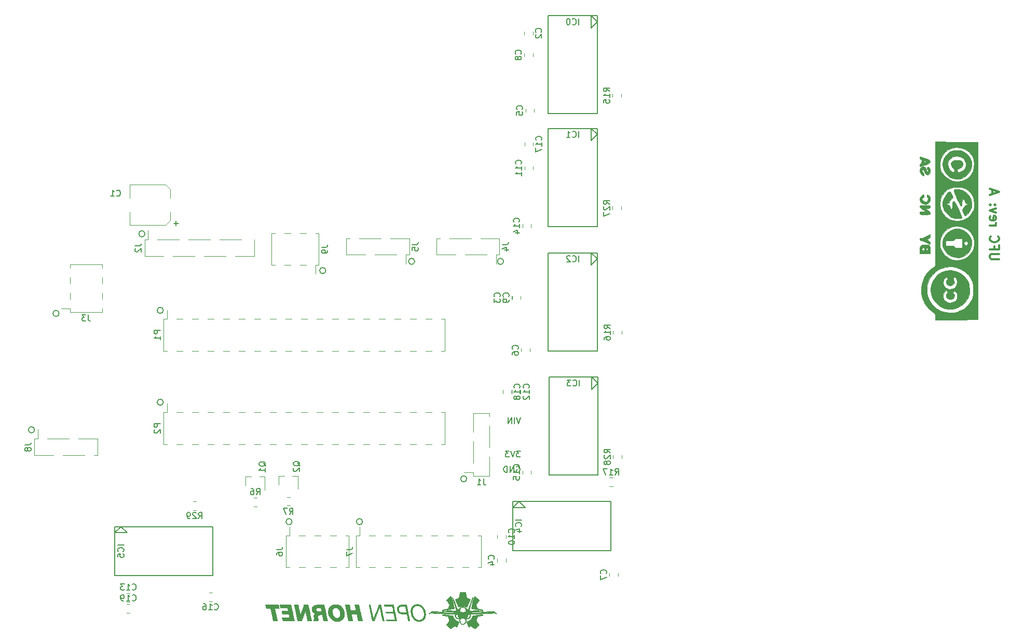
<source format=gbr>
G04 #@! TF.GenerationSoftware,KiCad,Pcbnew,(5.1.4-0-10_14)*
G04 #@! TF.CreationDate,2019-11-05T07:55:52+01:00*
G04 #@! TF.ProjectId,UFC,5546432e-6b69-4636-9164-5f7063625858,A*
G04 #@! TF.SameCoordinates,Original*
G04 #@! TF.FileFunction,Legend,Bot*
G04 #@! TF.FilePolarity,Positive*
%FSLAX46Y46*%
G04 Gerber Fmt 4.6, Leading zero omitted, Abs format (unit mm)*
G04 Created by KiCad (PCBNEW (5.1.4-0-10_14)) date 2019-11-05 07:55:52*
%MOMM*%
%LPD*%
G04 APERTURE LIST*
%ADD10C,0.150000*%
%ADD11C,0.300000*%
%ADD12C,0.180000*%
%ADD13C,0.010000*%
%ADD14C,0.120000*%
G04 APERTURE END LIST*
D10*
X141000000Y-123000000D02*
G75*
G03X141000000Y-123000000I-500000J0D01*
G01*
X124000000Y-130000000D02*
G75*
G03X124000000Y-130000000I-500000J0D01*
G01*
X70500000Y-115000000D02*
G75*
G03X70500000Y-115000000I-500000J0D01*
G01*
X112500000Y-130000000D02*
G75*
G03X112500000Y-130000000I-500000J0D01*
G01*
X91500000Y-110500000D02*
G75*
G03X91500000Y-110500000I-500000J0D01*
G01*
X91500000Y-95500000D02*
G75*
G03X91500000Y-95500000I-500000J0D01*
G01*
X147000000Y-87500000D02*
G75*
G03X147000000Y-87500000I-500000J0D01*
G01*
X132500000Y-87500000D02*
G75*
G03X132500000Y-87500000I-500000J0D01*
G01*
X118000000Y-89000000D02*
G75*
G03X118000000Y-89000000I-500000J0D01*
G01*
X74500000Y-96000000D02*
G75*
G03X74500000Y-96000000I-500000J0D01*
G01*
X88500000Y-83000000D02*
G75*
G03X88500000Y-83000000I-500000J0D01*
G01*
D11*
X227821428Y-87142857D02*
X226607142Y-87142857D01*
X226464285Y-87071428D01*
X226392857Y-87000000D01*
X226321428Y-86857142D01*
X226321428Y-86571428D01*
X226392857Y-86428571D01*
X226464285Y-86357142D01*
X226607142Y-86285714D01*
X227821428Y-86285714D01*
X227107142Y-85071428D02*
X227107142Y-85571428D01*
X226321428Y-85571428D02*
X227821428Y-85571428D01*
X227821428Y-84857142D01*
X226464285Y-83428571D02*
X226392857Y-83500000D01*
X226321428Y-83714285D01*
X226321428Y-83857142D01*
X226392857Y-84071428D01*
X226535714Y-84214285D01*
X226678571Y-84285714D01*
X226964285Y-84357142D01*
X227178571Y-84357142D01*
X227464285Y-84285714D01*
X227607142Y-84214285D01*
X227750000Y-84071428D01*
X227821428Y-83857142D01*
X227821428Y-83714285D01*
X227750000Y-83500000D01*
X227678571Y-83428571D01*
X226321428Y-81642857D02*
X227321428Y-81642857D01*
X227035714Y-81642857D02*
X227178571Y-81571428D01*
X227250000Y-81500000D01*
X227321428Y-81357142D01*
X227321428Y-81214285D01*
X226392857Y-80142857D02*
X226321428Y-80285714D01*
X226321428Y-80571428D01*
X226392857Y-80714285D01*
X226535714Y-80785714D01*
X227107142Y-80785714D01*
X227250000Y-80714285D01*
X227321428Y-80571428D01*
X227321428Y-80285714D01*
X227250000Y-80142857D01*
X227107142Y-80071428D01*
X226964285Y-80071428D01*
X226821428Y-80785714D01*
X227321428Y-79571428D02*
X226321428Y-79214285D01*
X227321428Y-78857142D01*
X226464285Y-78285714D02*
X226392857Y-78214285D01*
X226321428Y-78285714D01*
X226392857Y-78357142D01*
X226464285Y-78285714D01*
X226321428Y-78285714D01*
X227250000Y-78285714D02*
X227178571Y-78214285D01*
X227107142Y-78285714D01*
X227178571Y-78357142D01*
X227250000Y-78285714D01*
X227107142Y-78285714D01*
X226750000Y-76500000D02*
X226750000Y-75785714D01*
X226321428Y-76642857D02*
X227821428Y-76142857D01*
X226321428Y-75642857D01*
D12*
X149119047Y-121000000D02*
X149214285Y-120952380D01*
X149357143Y-120952380D01*
X149500000Y-121000000D01*
X149595238Y-121095238D01*
X149642857Y-121190476D01*
X149690476Y-121380952D01*
X149690476Y-121523809D01*
X149642857Y-121714285D01*
X149595238Y-121809523D01*
X149500000Y-121904761D01*
X149357143Y-121952380D01*
X149261904Y-121952380D01*
X149119047Y-121904761D01*
X149071428Y-121857142D01*
X149071428Y-121523809D01*
X149261904Y-121523809D01*
X148642857Y-121952380D02*
X148642857Y-120952380D01*
X148071428Y-121952380D01*
X148071428Y-120952380D01*
X147595238Y-121952380D02*
X147595238Y-120952380D01*
X147357143Y-120952380D01*
X147214285Y-121000000D01*
X147119047Y-121095238D01*
X147071428Y-121190476D01*
X147023809Y-121380952D01*
X147023809Y-121523809D01*
X147071428Y-121714285D01*
X147119047Y-121809523D01*
X147214285Y-121904761D01*
X147357143Y-121952380D01*
X147595238Y-121952380D01*
X149738095Y-118452380D02*
X149119047Y-118452380D01*
X149452380Y-118833333D01*
X149309523Y-118833333D01*
X149214285Y-118880952D01*
X149166666Y-118928571D01*
X149119047Y-119023809D01*
X149119047Y-119261904D01*
X149166666Y-119357142D01*
X149214285Y-119404761D01*
X149309523Y-119452380D01*
X149595238Y-119452380D01*
X149690476Y-119404761D01*
X149738095Y-119357142D01*
X148833333Y-118452380D02*
X148500000Y-119452380D01*
X148166666Y-118452380D01*
X147928571Y-118452380D02*
X147309523Y-118452380D01*
X147642857Y-118833333D01*
X147500000Y-118833333D01*
X147404761Y-118880952D01*
X147357142Y-118928571D01*
X147309523Y-119023809D01*
X147309523Y-119261904D01*
X147357142Y-119357142D01*
X147404761Y-119404761D01*
X147500000Y-119452380D01*
X147785714Y-119452380D01*
X147880952Y-119404761D01*
X147928571Y-119357142D01*
X149785715Y-112952380D02*
X149452381Y-113952380D01*
X149119048Y-112952380D01*
X148785715Y-113952380D02*
X148785715Y-112952380D01*
X148309524Y-113952380D02*
X148309524Y-112952380D01*
X147738096Y-113952380D01*
X147738096Y-112952380D01*
D13*
G36*
X140353369Y-141528200D02*
G01*
X140332688Y-141528200D01*
X140262855Y-141528208D01*
X140200993Y-141528239D01*
X140146606Y-141528300D01*
X140099199Y-141528399D01*
X140058276Y-141528545D01*
X140023342Y-141528745D01*
X139993900Y-141529007D01*
X139969455Y-141529340D01*
X139949511Y-141529750D01*
X139933573Y-141530247D01*
X139921145Y-141530838D01*
X139911732Y-141531531D01*
X139904837Y-141532334D01*
X139899965Y-141533255D01*
X139896620Y-141534302D01*
X139894689Y-141535249D01*
X139884710Y-141543377D01*
X139878222Y-141552247D01*
X139876830Y-141557723D01*
X139874010Y-141570952D01*
X139869871Y-141591365D01*
X139864524Y-141618389D01*
X139858079Y-141651454D01*
X139850646Y-141689987D01*
X139842334Y-141733417D01*
X139833253Y-141781174D01*
X139823514Y-141832685D01*
X139813226Y-141887379D01*
X139802499Y-141944684D01*
X139795218Y-141983738D01*
X139784244Y-142042492D01*
X139773613Y-142099035D01*
X139763434Y-142152792D01*
X139753822Y-142203190D01*
X139744887Y-142249656D01*
X139736741Y-142291614D01*
X139729496Y-142328491D01*
X139723264Y-142359714D01*
X139718156Y-142384708D01*
X139714285Y-142402901D01*
X139711762Y-142413717D01*
X139710893Y-142416531D01*
X139703192Y-142427974D01*
X139695110Y-142436867D01*
X139690099Y-142439525D01*
X139677996Y-142445066D01*
X139659550Y-142453179D01*
X139635513Y-142463553D01*
X139606633Y-142475877D01*
X139573659Y-142489840D01*
X139537342Y-142505132D01*
X139498430Y-142521441D01*
X139457674Y-142538456D01*
X139415823Y-142555867D01*
X139373627Y-142573362D01*
X139331835Y-142590630D01*
X139291196Y-142607362D01*
X139252461Y-142623244D01*
X139216379Y-142637968D01*
X139183699Y-142651221D01*
X139155172Y-142662693D01*
X139131546Y-142672073D01*
X139113571Y-142679050D01*
X139101997Y-142683313D01*
X139098134Y-142684510D01*
X139097729Y-142685948D01*
X139098608Y-142690046D01*
X139100905Y-142697115D01*
X139104757Y-142707469D01*
X139110300Y-142721418D01*
X139117668Y-142739276D01*
X139126999Y-142761355D01*
X139138428Y-142787968D01*
X139152089Y-142819425D01*
X139168121Y-142856041D01*
X139186657Y-142898127D01*
X139207834Y-142945995D01*
X139231787Y-142999958D01*
X139258653Y-143060328D01*
X139288567Y-143127418D01*
X139321664Y-143201539D01*
X139358081Y-143283005D01*
X139365616Y-143299849D01*
X139396196Y-143368203D01*
X139425867Y-143434495D01*
X139454441Y-143498311D01*
X139481733Y-143559234D01*
X139507554Y-143616847D01*
X139531719Y-143670736D01*
X139554040Y-143720484D01*
X139574331Y-143765675D01*
X139592405Y-143805892D01*
X139608075Y-143840721D01*
X139621155Y-143869745D01*
X139631457Y-143892547D01*
X139638796Y-143908713D01*
X139642983Y-143917825D01*
X139643918Y-143919755D01*
X139646548Y-143921791D01*
X139651824Y-143922206D01*
X139660943Y-143920775D01*
X139675101Y-143917272D01*
X139695495Y-143911472D01*
X139708753Y-143907536D01*
X139769596Y-143890097D01*
X139834792Y-143872808D01*
X139902218Y-143856163D01*
X139969751Y-143840653D01*
X140035266Y-143826770D01*
X140096641Y-143815004D01*
X140140266Y-143807616D01*
X140165675Y-143804511D01*
X140197841Y-143801971D01*
X140235073Y-143800018D01*
X140275680Y-143798671D01*
X140317971Y-143797951D01*
X140360253Y-143797879D01*
X140400837Y-143798476D01*
X140438029Y-143799762D01*
X140470140Y-143801758D01*
X140486909Y-143803379D01*
X140535418Y-143809963D01*
X140590219Y-143819129D01*
X140649665Y-143830518D01*
X140712109Y-143843768D01*
X140775905Y-143858518D01*
X140839405Y-143874407D01*
X140900964Y-143891074D01*
X140943709Y-143903519D01*
X140966595Y-143910347D01*
X140986629Y-143916215D01*
X141002418Y-143920723D01*
X141012572Y-143923475D01*
X141015676Y-143924144D01*
X141017674Y-143920318D01*
X141022870Y-143909141D01*
X141031081Y-143891026D01*
X141042125Y-143866386D01*
X141055820Y-143835633D01*
X141071984Y-143799181D01*
X141090436Y-143757441D01*
X141110992Y-143710826D01*
X141133472Y-143659749D01*
X141157692Y-143604622D01*
X141183472Y-143545858D01*
X141210629Y-143483870D01*
X141238980Y-143419071D01*
X141268345Y-143351872D01*
X141287500Y-143307992D01*
X141317422Y-143239407D01*
X141346423Y-143172901D01*
X141374323Y-143108892D01*
X141400940Y-143047796D01*
X141426093Y-142990030D01*
X141449601Y-142936010D01*
X141471283Y-142886155D01*
X141490958Y-142840879D01*
X141508444Y-142800600D01*
X141523561Y-142765735D01*
X141536127Y-142736701D01*
X141545962Y-142713913D01*
X141552884Y-142697789D01*
X141556712Y-142688746D01*
X141557453Y-142686873D01*
X141553807Y-142684322D01*
X141542662Y-142678798D01*
X141524386Y-142670459D01*
X141499346Y-142659463D01*
X141467912Y-142645967D01*
X141430449Y-142630129D01*
X141387328Y-142612107D01*
X141338914Y-142592057D01*
X141285576Y-142570139D01*
X141273965Y-142565387D01*
X141227089Y-142546172D01*
X141182270Y-142527712D01*
X141140162Y-142510281D01*
X141101420Y-142494155D01*
X141066697Y-142479609D01*
X141036647Y-142466917D01*
X141011924Y-142456355D01*
X140993183Y-142448196D01*
X140981076Y-142442716D01*
X140976495Y-142440373D01*
X140965657Y-142430466D01*
X140956664Y-142418028D01*
X140956158Y-142417068D01*
X140954185Y-142410543D01*
X140950795Y-142396080D01*
X140946065Y-142374076D01*
X140940072Y-142344927D01*
X140932894Y-142309029D01*
X140924609Y-142266779D01*
X140915295Y-142218573D01*
X140905030Y-142164806D01*
X140893890Y-142105876D01*
X140881954Y-142042178D01*
X140870322Y-141979623D01*
X140859406Y-141920864D01*
X140848860Y-141864373D01*
X140838791Y-141810718D01*
X140829309Y-141760466D01*
X140820522Y-141714183D01*
X140812539Y-141672436D01*
X140805469Y-141635794D01*
X140799421Y-141604823D01*
X140794502Y-141580090D01*
X140790823Y-141562162D01*
X140788492Y-141551606D01*
X140787730Y-141548925D01*
X140786001Y-141545613D01*
X140784239Y-141542674D01*
X140781957Y-141540085D01*
X140778666Y-141537825D01*
X140773879Y-141535871D01*
X140767107Y-141534200D01*
X140757863Y-141532791D01*
X140745657Y-141531621D01*
X140730003Y-141530669D01*
X140710411Y-141529911D01*
X140686394Y-141529327D01*
X140657464Y-141528892D01*
X140623133Y-141528586D01*
X140582911Y-141528385D01*
X140536313Y-141528269D01*
X140482848Y-141528214D01*
X140422030Y-141528199D01*
X140353369Y-141528200D01*
X140353369Y-141528200D01*
G37*
X140353369Y-141528200D02*
X140332688Y-141528200D01*
X140262855Y-141528208D01*
X140200993Y-141528239D01*
X140146606Y-141528300D01*
X140099199Y-141528399D01*
X140058276Y-141528545D01*
X140023342Y-141528745D01*
X139993900Y-141529007D01*
X139969455Y-141529340D01*
X139949511Y-141529750D01*
X139933573Y-141530247D01*
X139921145Y-141530838D01*
X139911732Y-141531531D01*
X139904837Y-141532334D01*
X139899965Y-141533255D01*
X139896620Y-141534302D01*
X139894689Y-141535249D01*
X139884710Y-141543377D01*
X139878222Y-141552247D01*
X139876830Y-141557723D01*
X139874010Y-141570952D01*
X139869871Y-141591365D01*
X139864524Y-141618389D01*
X139858079Y-141651454D01*
X139850646Y-141689987D01*
X139842334Y-141733417D01*
X139833253Y-141781174D01*
X139823514Y-141832685D01*
X139813226Y-141887379D01*
X139802499Y-141944684D01*
X139795218Y-141983738D01*
X139784244Y-142042492D01*
X139773613Y-142099035D01*
X139763434Y-142152792D01*
X139753822Y-142203190D01*
X139744887Y-142249656D01*
X139736741Y-142291614D01*
X139729496Y-142328491D01*
X139723264Y-142359714D01*
X139718156Y-142384708D01*
X139714285Y-142402901D01*
X139711762Y-142413717D01*
X139710893Y-142416531D01*
X139703192Y-142427974D01*
X139695110Y-142436867D01*
X139690099Y-142439525D01*
X139677996Y-142445066D01*
X139659550Y-142453179D01*
X139635513Y-142463553D01*
X139606633Y-142475877D01*
X139573659Y-142489840D01*
X139537342Y-142505132D01*
X139498430Y-142521441D01*
X139457674Y-142538456D01*
X139415823Y-142555867D01*
X139373627Y-142573362D01*
X139331835Y-142590630D01*
X139291196Y-142607362D01*
X139252461Y-142623244D01*
X139216379Y-142637968D01*
X139183699Y-142651221D01*
X139155172Y-142662693D01*
X139131546Y-142672073D01*
X139113571Y-142679050D01*
X139101997Y-142683313D01*
X139098134Y-142684510D01*
X139097729Y-142685948D01*
X139098608Y-142690046D01*
X139100905Y-142697115D01*
X139104757Y-142707469D01*
X139110300Y-142721418D01*
X139117668Y-142739276D01*
X139126999Y-142761355D01*
X139138428Y-142787968D01*
X139152089Y-142819425D01*
X139168121Y-142856041D01*
X139186657Y-142898127D01*
X139207834Y-142945995D01*
X139231787Y-142999958D01*
X139258653Y-143060328D01*
X139288567Y-143127418D01*
X139321664Y-143201539D01*
X139358081Y-143283005D01*
X139365616Y-143299849D01*
X139396196Y-143368203D01*
X139425867Y-143434495D01*
X139454441Y-143498311D01*
X139481733Y-143559234D01*
X139507554Y-143616847D01*
X139531719Y-143670736D01*
X139554040Y-143720484D01*
X139574331Y-143765675D01*
X139592405Y-143805892D01*
X139608075Y-143840721D01*
X139621155Y-143869745D01*
X139631457Y-143892547D01*
X139638796Y-143908713D01*
X139642983Y-143917825D01*
X139643918Y-143919755D01*
X139646548Y-143921791D01*
X139651824Y-143922206D01*
X139660943Y-143920775D01*
X139675101Y-143917272D01*
X139695495Y-143911472D01*
X139708753Y-143907536D01*
X139769596Y-143890097D01*
X139834792Y-143872808D01*
X139902218Y-143856163D01*
X139969751Y-143840653D01*
X140035266Y-143826770D01*
X140096641Y-143815004D01*
X140140266Y-143807616D01*
X140165675Y-143804511D01*
X140197841Y-143801971D01*
X140235073Y-143800018D01*
X140275680Y-143798671D01*
X140317971Y-143797951D01*
X140360253Y-143797879D01*
X140400837Y-143798476D01*
X140438029Y-143799762D01*
X140470140Y-143801758D01*
X140486909Y-143803379D01*
X140535418Y-143809963D01*
X140590219Y-143819129D01*
X140649665Y-143830518D01*
X140712109Y-143843768D01*
X140775905Y-143858518D01*
X140839405Y-143874407D01*
X140900964Y-143891074D01*
X140943709Y-143903519D01*
X140966595Y-143910347D01*
X140986629Y-143916215D01*
X141002418Y-143920723D01*
X141012572Y-143923475D01*
X141015676Y-143924144D01*
X141017674Y-143920318D01*
X141022870Y-143909141D01*
X141031081Y-143891026D01*
X141042125Y-143866386D01*
X141055820Y-143835633D01*
X141071984Y-143799181D01*
X141090436Y-143757441D01*
X141110992Y-143710826D01*
X141133472Y-143659749D01*
X141157692Y-143604622D01*
X141183472Y-143545858D01*
X141210629Y-143483870D01*
X141238980Y-143419071D01*
X141268345Y-143351872D01*
X141287500Y-143307992D01*
X141317422Y-143239407D01*
X141346423Y-143172901D01*
X141374323Y-143108892D01*
X141400940Y-143047796D01*
X141426093Y-142990030D01*
X141449601Y-142936010D01*
X141471283Y-142886155D01*
X141490958Y-142840879D01*
X141508444Y-142800600D01*
X141523561Y-142765735D01*
X141536127Y-142736701D01*
X141545962Y-142713913D01*
X141552884Y-142697789D01*
X141556712Y-142688746D01*
X141557453Y-142686873D01*
X141553807Y-142684322D01*
X141542662Y-142678798D01*
X141524386Y-142670459D01*
X141499346Y-142659463D01*
X141467912Y-142645967D01*
X141430449Y-142630129D01*
X141387328Y-142612107D01*
X141338914Y-142592057D01*
X141285576Y-142570139D01*
X141273965Y-142565387D01*
X141227089Y-142546172D01*
X141182270Y-142527712D01*
X141140162Y-142510281D01*
X141101420Y-142494155D01*
X141066697Y-142479609D01*
X141036647Y-142466917D01*
X141011924Y-142456355D01*
X140993183Y-142448196D01*
X140981076Y-142442716D01*
X140976495Y-142440373D01*
X140965657Y-142430466D01*
X140956664Y-142418028D01*
X140956158Y-142417068D01*
X140954185Y-142410543D01*
X140950795Y-142396080D01*
X140946065Y-142374076D01*
X140940072Y-142344927D01*
X140932894Y-142309029D01*
X140924609Y-142266779D01*
X140915295Y-142218573D01*
X140905030Y-142164806D01*
X140893890Y-142105876D01*
X140881954Y-142042178D01*
X140870322Y-141979623D01*
X140859406Y-141920864D01*
X140848860Y-141864373D01*
X140838791Y-141810718D01*
X140829309Y-141760466D01*
X140820522Y-141714183D01*
X140812539Y-141672436D01*
X140805469Y-141635794D01*
X140799421Y-141604823D01*
X140794502Y-141580090D01*
X140790823Y-141562162D01*
X140788492Y-141551606D01*
X140787730Y-141548925D01*
X140786001Y-141545613D01*
X140784239Y-141542674D01*
X140781957Y-141540085D01*
X140778666Y-141537825D01*
X140773879Y-141535871D01*
X140767107Y-141534200D01*
X140757863Y-141532791D01*
X140745657Y-141531621D01*
X140730003Y-141530669D01*
X140710411Y-141529911D01*
X140686394Y-141529327D01*
X140657464Y-141528892D01*
X140623133Y-141528586D01*
X140582911Y-141528385D01*
X140536313Y-141528269D01*
X140482848Y-141528214D01*
X140422030Y-141528199D01*
X140353369Y-141528200D01*
G36*
X138312013Y-142190636D02*
G01*
X138307536Y-142193947D01*
X138297598Y-142202783D01*
X138282695Y-142216654D01*
X138263321Y-142235067D01*
X138239971Y-142257530D01*
X138213140Y-142283551D01*
X138183323Y-142312639D01*
X138151016Y-142344302D01*
X138116712Y-142378047D01*
X138080908Y-142413382D01*
X138044097Y-142449816D01*
X138006775Y-142486857D01*
X137969437Y-142524013D01*
X137932577Y-142560791D01*
X137896691Y-142596701D01*
X137862274Y-142631249D01*
X137829820Y-142663945D01*
X137799825Y-142694295D01*
X137772783Y-142721809D01*
X137749189Y-142745994D01*
X137729539Y-142766359D01*
X137714326Y-142782410D01*
X137704047Y-142793657D01*
X137699196Y-142799608D01*
X137699018Y-142799913D01*
X137694479Y-142815912D01*
X137694748Y-142826036D01*
X137697627Y-142832217D01*
X137705353Y-142845260D01*
X137717888Y-142865111D01*
X137735198Y-142891715D01*
X137757245Y-142925017D01*
X137783993Y-142964963D01*
X137815406Y-143011497D01*
X137851447Y-143064566D01*
X137892080Y-143124115D01*
X137936997Y-143189691D01*
X137976317Y-143247103D01*
X138012819Y-143300598D01*
X138046294Y-143349866D01*
X138076537Y-143394596D01*
X138103339Y-143434479D01*
X138126494Y-143469203D01*
X138145794Y-143498459D01*
X138161033Y-143521936D01*
X138172003Y-143539324D01*
X138178496Y-143550312D01*
X138180311Y-143554195D01*
X138182018Y-143567028D01*
X138181605Y-143577930D01*
X138181529Y-143578293D01*
X138179330Y-143584586D01*
X138174087Y-143597838D01*
X138166114Y-143617313D01*
X138155730Y-143642274D01*
X138143250Y-143671986D01*
X138128991Y-143705714D01*
X138113270Y-143742721D01*
X138096404Y-143782271D01*
X138078709Y-143823630D01*
X138060501Y-143866061D01*
X138042098Y-143908828D01*
X138023816Y-143951196D01*
X138005972Y-143992429D01*
X137988882Y-144031791D01*
X137972862Y-144068546D01*
X137958231Y-144101958D01*
X137945303Y-144131293D01*
X137934396Y-144155813D01*
X137925827Y-144174784D01*
X137919912Y-144187469D01*
X137916967Y-144193133D01*
X137916901Y-144193221D01*
X137906929Y-144203055D01*
X137897194Y-144209709D01*
X137891502Y-144211296D01*
X137878064Y-144214303D01*
X137857460Y-144218615D01*
X137830271Y-144224119D01*
X137797078Y-144230703D01*
X137758461Y-144238253D01*
X137715001Y-144246656D01*
X137667278Y-144255799D01*
X137615873Y-144265568D01*
X137561367Y-144275851D01*
X137504340Y-144286535D01*
X137473176Y-144292342D01*
X137405458Y-144304942D01*
X137345566Y-144316100D01*
X137293003Y-144325921D01*
X137247271Y-144334509D01*
X137207873Y-144341969D01*
X137174311Y-144348406D01*
X137146086Y-144353924D01*
X137122703Y-144358628D01*
X137103662Y-144362622D01*
X137088466Y-144366011D01*
X137076618Y-144368899D01*
X137067619Y-144371390D01*
X137060973Y-144373591D01*
X137056181Y-144375604D01*
X137052746Y-144377535D01*
X137050169Y-144379488D01*
X137047955Y-144381568D01*
X137047816Y-144381705D01*
X137035116Y-144394307D01*
X137032454Y-144542333D01*
X137042252Y-144541901D01*
X137048037Y-144540835D01*
X137061295Y-144537914D01*
X137081279Y-144533315D01*
X137107242Y-144527217D01*
X137138438Y-144519797D01*
X137174119Y-144511232D01*
X137213540Y-144501700D01*
X137255954Y-144491378D01*
X137299700Y-144480670D01*
X137393619Y-144457742D01*
X137479738Y-144436992D01*
X137558414Y-144418339D01*
X137630007Y-144401702D01*
X137694874Y-144386997D01*
X137753374Y-144374143D01*
X137805866Y-144363058D01*
X137852708Y-144353661D01*
X137871200Y-144350119D01*
X137885951Y-144347427D01*
X137908403Y-144343455D01*
X137937905Y-144338312D01*
X137973807Y-144332109D01*
X138015457Y-144324959D01*
X138062206Y-144316971D01*
X138113402Y-144308257D01*
X138168395Y-144298927D01*
X138226535Y-144289092D01*
X138287170Y-144278864D01*
X138349650Y-144268354D01*
X138413324Y-144257671D01*
X138419417Y-144256651D01*
X138481938Y-144246141D01*
X138542494Y-144235889D01*
X138600517Y-144225993D01*
X138655438Y-144216555D01*
X138706691Y-144207673D01*
X138753706Y-144199449D01*
X138795916Y-144191982D01*
X138832753Y-144185372D01*
X138863649Y-144179719D01*
X138888035Y-144175123D01*
X138905343Y-144171685D01*
X138915006Y-144169503D01*
X138916146Y-144169171D01*
X138930466Y-144164166D01*
X138938197Y-144160243D01*
X138940912Y-144156239D01*
X138940291Y-144151339D01*
X138938373Y-144144589D01*
X138936099Y-144136023D01*
X138933400Y-144125320D01*
X138930204Y-144112156D01*
X138926440Y-144096209D01*
X138922037Y-144077157D01*
X138916925Y-144054675D01*
X138911032Y-144028443D01*
X138904288Y-143998136D01*
X138896622Y-143963432D01*
X138887963Y-143924010D01*
X138878240Y-143879545D01*
X138867382Y-143829715D01*
X138855318Y-143774197D01*
X138841977Y-143712669D01*
X138827289Y-143644809D01*
X138811183Y-143570292D01*
X138793588Y-143488797D01*
X138774432Y-143400001D01*
X138753646Y-143303581D01*
X138731157Y-143199214D01*
X138730487Y-143196102D01*
X138543067Y-142326121D01*
X138444656Y-142258419D01*
X138418615Y-142240730D01*
X138394338Y-142224670D01*
X138372837Y-142210872D01*
X138355121Y-142199971D01*
X138342198Y-142192602D01*
X138335081Y-142189398D01*
X138334694Y-142189327D01*
X138321278Y-142189276D01*
X138312013Y-142190636D01*
X138312013Y-142190636D01*
G37*
X138312013Y-142190636D02*
X138307536Y-142193947D01*
X138297598Y-142202783D01*
X138282695Y-142216654D01*
X138263321Y-142235067D01*
X138239971Y-142257530D01*
X138213140Y-142283551D01*
X138183323Y-142312639D01*
X138151016Y-142344302D01*
X138116712Y-142378047D01*
X138080908Y-142413382D01*
X138044097Y-142449816D01*
X138006775Y-142486857D01*
X137969437Y-142524013D01*
X137932577Y-142560791D01*
X137896691Y-142596701D01*
X137862274Y-142631249D01*
X137829820Y-142663945D01*
X137799825Y-142694295D01*
X137772783Y-142721809D01*
X137749189Y-142745994D01*
X137729539Y-142766359D01*
X137714326Y-142782410D01*
X137704047Y-142793657D01*
X137699196Y-142799608D01*
X137699018Y-142799913D01*
X137694479Y-142815912D01*
X137694748Y-142826036D01*
X137697627Y-142832217D01*
X137705353Y-142845260D01*
X137717888Y-142865111D01*
X137735198Y-142891715D01*
X137757245Y-142925017D01*
X137783993Y-142964963D01*
X137815406Y-143011497D01*
X137851447Y-143064566D01*
X137892080Y-143124115D01*
X137936997Y-143189691D01*
X137976317Y-143247103D01*
X138012819Y-143300598D01*
X138046294Y-143349866D01*
X138076537Y-143394596D01*
X138103339Y-143434479D01*
X138126494Y-143469203D01*
X138145794Y-143498459D01*
X138161033Y-143521936D01*
X138172003Y-143539324D01*
X138178496Y-143550312D01*
X138180311Y-143554195D01*
X138182018Y-143567028D01*
X138181605Y-143577930D01*
X138181529Y-143578293D01*
X138179330Y-143584586D01*
X138174087Y-143597838D01*
X138166114Y-143617313D01*
X138155730Y-143642274D01*
X138143250Y-143671986D01*
X138128991Y-143705714D01*
X138113270Y-143742721D01*
X138096404Y-143782271D01*
X138078709Y-143823630D01*
X138060501Y-143866061D01*
X138042098Y-143908828D01*
X138023816Y-143951196D01*
X138005972Y-143992429D01*
X137988882Y-144031791D01*
X137972862Y-144068546D01*
X137958231Y-144101958D01*
X137945303Y-144131293D01*
X137934396Y-144155813D01*
X137925827Y-144174784D01*
X137919912Y-144187469D01*
X137916967Y-144193133D01*
X137916901Y-144193221D01*
X137906929Y-144203055D01*
X137897194Y-144209709D01*
X137891502Y-144211296D01*
X137878064Y-144214303D01*
X137857460Y-144218615D01*
X137830271Y-144224119D01*
X137797078Y-144230703D01*
X137758461Y-144238253D01*
X137715001Y-144246656D01*
X137667278Y-144255799D01*
X137615873Y-144265568D01*
X137561367Y-144275851D01*
X137504340Y-144286535D01*
X137473176Y-144292342D01*
X137405458Y-144304942D01*
X137345566Y-144316100D01*
X137293003Y-144325921D01*
X137247271Y-144334509D01*
X137207873Y-144341969D01*
X137174311Y-144348406D01*
X137146086Y-144353924D01*
X137122703Y-144358628D01*
X137103662Y-144362622D01*
X137088466Y-144366011D01*
X137076618Y-144368899D01*
X137067619Y-144371390D01*
X137060973Y-144373591D01*
X137056181Y-144375604D01*
X137052746Y-144377535D01*
X137050169Y-144379488D01*
X137047955Y-144381568D01*
X137047816Y-144381705D01*
X137035116Y-144394307D01*
X137032454Y-144542333D01*
X137042252Y-144541901D01*
X137048037Y-144540835D01*
X137061295Y-144537914D01*
X137081279Y-144533315D01*
X137107242Y-144527217D01*
X137138438Y-144519797D01*
X137174119Y-144511232D01*
X137213540Y-144501700D01*
X137255954Y-144491378D01*
X137299700Y-144480670D01*
X137393619Y-144457742D01*
X137479738Y-144436992D01*
X137558414Y-144418339D01*
X137630007Y-144401702D01*
X137694874Y-144386997D01*
X137753374Y-144374143D01*
X137805866Y-144363058D01*
X137852708Y-144353661D01*
X137871200Y-144350119D01*
X137885951Y-144347427D01*
X137908403Y-144343455D01*
X137937905Y-144338312D01*
X137973807Y-144332109D01*
X138015457Y-144324959D01*
X138062206Y-144316971D01*
X138113402Y-144308257D01*
X138168395Y-144298927D01*
X138226535Y-144289092D01*
X138287170Y-144278864D01*
X138349650Y-144268354D01*
X138413324Y-144257671D01*
X138419417Y-144256651D01*
X138481938Y-144246141D01*
X138542494Y-144235889D01*
X138600517Y-144225993D01*
X138655438Y-144216555D01*
X138706691Y-144207673D01*
X138753706Y-144199449D01*
X138795916Y-144191982D01*
X138832753Y-144185372D01*
X138863649Y-144179719D01*
X138888035Y-144175123D01*
X138905343Y-144171685D01*
X138915006Y-144169503D01*
X138916146Y-144169171D01*
X138930466Y-144164166D01*
X138938197Y-144160243D01*
X138940912Y-144156239D01*
X138940291Y-144151339D01*
X138938373Y-144144589D01*
X138936099Y-144136023D01*
X138933400Y-144125320D01*
X138930204Y-144112156D01*
X138926440Y-144096209D01*
X138922037Y-144077157D01*
X138916925Y-144054675D01*
X138911032Y-144028443D01*
X138904288Y-143998136D01*
X138896622Y-143963432D01*
X138887963Y-143924010D01*
X138878240Y-143879545D01*
X138867382Y-143829715D01*
X138855318Y-143774197D01*
X138841977Y-143712669D01*
X138827289Y-143644809D01*
X138811183Y-143570292D01*
X138793588Y-143488797D01*
X138774432Y-143400001D01*
X138753646Y-143303581D01*
X138731157Y-143199214D01*
X138730487Y-143196102D01*
X138543067Y-142326121D01*
X138444656Y-142258419D01*
X138418615Y-142240730D01*
X138394338Y-142224670D01*
X138372837Y-142210872D01*
X138355121Y-142199971D01*
X138342198Y-142192602D01*
X138335081Y-142189398D01*
X138334694Y-142189327D01*
X138321278Y-142189276D01*
X138312013Y-142190636D01*
G36*
X142341531Y-142188743D02*
G01*
X142335523Y-142189092D01*
X142329322Y-142190396D01*
X142322026Y-142193177D01*
X142312733Y-142197962D01*
X142300541Y-142205273D01*
X142284547Y-142215636D01*
X142263849Y-142229575D01*
X142237545Y-142247614D01*
X142223168Y-142257535D01*
X142123785Y-142326183D01*
X141932577Y-143212890D01*
X141914152Y-143298291D01*
X141896146Y-143381669D01*
X141878644Y-143462634D01*
X141861731Y-143540793D01*
X141845493Y-143615754D01*
X141830015Y-143687125D01*
X141815383Y-143754513D01*
X141801681Y-143817528D01*
X141788995Y-143875777D01*
X141777411Y-143928867D01*
X141767014Y-143976408D01*
X141757889Y-144018006D01*
X141750122Y-144053271D01*
X141743798Y-144081809D01*
X141739002Y-144103229D01*
X141735820Y-144117139D01*
X141734365Y-144123056D01*
X141730109Y-144137195D01*
X141726568Y-144148751D01*
X141725051Y-144153553D01*
X141725435Y-144157840D01*
X141730578Y-144161855D01*
X141741837Y-144166418D01*
X141751712Y-144169640D01*
X141759656Y-144171520D01*
X141775390Y-144174683D01*
X141798349Y-144179028D01*
X141827969Y-144184457D01*
X141863685Y-144190871D01*
X141904935Y-144198170D01*
X141951154Y-144206256D01*
X142001777Y-144215031D01*
X142056242Y-144224393D01*
X142113982Y-144234246D01*
X142174436Y-144244489D01*
X142237038Y-144255025D01*
X142261167Y-144259066D01*
X142345770Y-144273222D01*
X142422704Y-144286116D01*
X142492650Y-144297885D01*
X142556290Y-144308665D01*
X142614305Y-144318591D01*
X142667376Y-144327799D01*
X142716184Y-144336426D01*
X142761412Y-144344607D01*
X142803740Y-144352478D01*
X142843849Y-144360175D01*
X142882422Y-144367834D01*
X142920139Y-144375591D01*
X142957682Y-144383582D01*
X142995731Y-144391943D01*
X143034970Y-144400810D01*
X143076078Y-144410318D01*
X143119737Y-144420604D01*
X143166629Y-144431804D01*
X143217435Y-144444053D01*
X143272836Y-144457488D01*
X143333514Y-144472244D01*
X143350925Y-144476481D01*
X143397459Y-144487785D01*
X143441630Y-144498475D01*
X143482742Y-144508386D01*
X143520096Y-144517351D01*
X143552995Y-144525204D01*
X143580741Y-144531779D01*
X143602638Y-144536909D01*
X143617987Y-144540429D01*
X143626090Y-144542171D01*
X143627150Y-144542333D01*
X143629309Y-144540636D01*
X143630868Y-144534874D01*
X143631906Y-144524036D01*
X143632507Y-144507112D01*
X143632750Y-144483093D01*
X143632766Y-144472682D01*
X143632550Y-144443112D01*
X143631729Y-144420746D01*
X143630053Y-144404326D01*
X143627265Y-144392597D01*
X143623114Y-144384302D01*
X143617345Y-144378185D01*
X143613059Y-144375075D01*
X143607351Y-144373280D01*
X143593741Y-144370068D01*
X143572663Y-144365523D01*
X143544549Y-144359730D01*
X143509829Y-144352774D01*
X143468936Y-144344741D01*
X143422302Y-144335715D01*
X143370359Y-144325780D01*
X143313538Y-144315022D01*
X143252271Y-144303526D01*
X143191437Y-144292201D01*
X143123301Y-144279551D01*
X143062995Y-144268326D01*
X143010019Y-144258423D01*
X142963877Y-144249739D01*
X142924069Y-144242173D01*
X142890098Y-144235623D01*
X142861464Y-144229985D01*
X142837669Y-144225159D01*
X142818216Y-144221041D01*
X142802605Y-144217530D01*
X142790338Y-144214523D01*
X142780918Y-144211919D01*
X142773845Y-144209615D01*
X142768621Y-144207508D01*
X142764748Y-144205497D01*
X142762920Y-144204331D01*
X142759736Y-144202012D01*
X142756638Y-144199225D01*
X142753377Y-144195443D01*
X142749707Y-144190134D01*
X142745380Y-144182771D01*
X142740149Y-144172825D01*
X142733766Y-144159765D01*
X142725984Y-144143064D01*
X142716556Y-144122191D01*
X142705234Y-144096618D01*
X142691771Y-144065816D01*
X142675920Y-144029256D01*
X142657432Y-143986407D01*
X142636062Y-143936742D01*
X142616089Y-143890271D01*
X142591337Y-143832639D01*
X142569747Y-143782247D01*
X142551128Y-143738559D01*
X142535290Y-143701039D01*
X142522042Y-143669153D01*
X142511195Y-143642363D01*
X142502559Y-143620136D01*
X142495943Y-143601935D01*
X142491157Y-143587225D01*
X142488012Y-143575470D01*
X142486316Y-143566134D01*
X142485881Y-143558683D01*
X142486515Y-143552580D01*
X142488029Y-143547291D01*
X142490232Y-143542279D01*
X142491596Y-143539588D01*
X142494814Y-143534491D01*
X142502493Y-143522913D01*
X142514298Y-143505349D01*
X142529891Y-143482292D01*
X142548935Y-143454238D01*
X142571094Y-143421682D01*
X142596031Y-143385116D01*
X142623409Y-143345037D01*
X142652892Y-143301939D01*
X142684142Y-143256316D01*
X142716823Y-143208662D01*
X142731436Y-143187374D01*
X142764601Y-143139022D01*
X142796448Y-143092500D01*
X142826642Y-143048300D01*
X142854851Y-143006915D01*
X142880740Y-142968838D01*
X142903976Y-142934560D01*
X142924225Y-142904575D01*
X142941154Y-142879375D01*
X142954429Y-142859453D01*
X142963716Y-142845302D01*
X142968682Y-142837413D01*
X142969413Y-142836050D01*
X142971151Y-142831611D01*
X142972496Y-142827473D01*
X142973125Y-142823270D01*
X142972712Y-142818637D01*
X142970933Y-142813207D01*
X142967464Y-142806617D01*
X142961980Y-142798499D01*
X142954157Y-142788488D01*
X142943670Y-142776219D01*
X142930195Y-142761327D01*
X142913408Y-142743445D01*
X142892983Y-142722208D01*
X142868597Y-142697251D01*
X142839925Y-142668208D01*
X142806643Y-142634713D01*
X142768426Y-142596401D01*
X142724949Y-142552906D01*
X142675889Y-142503863D01*
X142664322Y-142492300D01*
X142360512Y-142188600D01*
X142341531Y-142188743D01*
X142341531Y-142188743D01*
G37*
X142341531Y-142188743D02*
X142335523Y-142189092D01*
X142329322Y-142190396D01*
X142322026Y-142193177D01*
X142312733Y-142197962D01*
X142300541Y-142205273D01*
X142284547Y-142215636D01*
X142263849Y-142229575D01*
X142237545Y-142247614D01*
X142223168Y-142257535D01*
X142123785Y-142326183D01*
X141932577Y-143212890D01*
X141914152Y-143298291D01*
X141896146Y-143381669D01*
X141878644Y-143462634D01*
X141861731Y-143540793D01*
X141845493Y-143615754D01*
X141830015Y-143687125D01*
X141815383Y-143754513D01*
X141801681Y-143817528D01*
X141788995Y-143875777D01*
X141777411Y-143928867D01*
X141767014Y-143976408D01*
X141757889Y-144018006D01*
X141750122Y-144053271D01*
X141743798Y-144081809D01*
X141739002Y-144103229D01*
X141735820Y-144117139D01*
X141734365Y-144123056D01*
X141730109Y-144137195D01*
X141726568Y-144148751D01*
X141725051Y-144153553D01*
X141725435Y-144157840D01*
X141730578Y-144161855D01*
X141741837Y-144166418D01*
X141751712Y-144169640D01*
X141759656Y-144171520D01*
X141775390Y-144174683D01*
X141798349Y-144179028D01*
X141827969Y-144184457D01*
X141863685Y-144190871D01*
X141904935Y-144198170D01*
X141951154Y-144206256D01*
X142001777Y-144215031D01*
X142056242Y-144224393D01*
X142113982Y-144234246D01*
X142174436Y-144244489D01*
X142237038Y-144255025D01*
X142261167Y-144259066D01*
X142345770Y-144273222D01*
X142422704Y-144286116D01*
X142492650Y-144297885D01*
X142556290Y-144308665D01*
X142614305Y-144318591D01*
X142667376Y-144327799D01*
X142716184Y-144336426D01*
X142761412Y-144344607D01*
X142803740Y-144352478D01*
X142843849Y-144360175D01*
X142882422Y-144367834D01*
X142920139Y-144375591D01*
X142957682Y-144383582D01*
X142995731Y-144391943D01*
X143034970Y-144400810D01*
X143076078Y-144410318D01*
X143119737Y-144420604D01*
X143166629Y-144431804D01*
X143217435Y-144444053D01*
X143272836Y-144457488D01*
X143333514Y-144472244D01*
X143350925Y-144476481D01*
X143397459Y-144487785D01*
X143441630Y-144498475D01*
X143482742Y-144508386D01*
X143520096Y-144517351D01*
X143552995Y-144525204D01*
X143580741Y-144531779D01*
X143602638Y-144536909D01*
X143617987Y-144540429D01*
X143626090Y-144542171D01*
X143627150Y-144542333D01*
X143629309Y-144540636D01*
X143630868Y-144534874D01*
X143631906Y-144524036D01*
X143632507Y-144507112D01*
X143632750Y-144483093D01*
X143632766Y-144472682D01*
X143632550Y-144443112D01*
X143631729Y-144420746D01*
X143630053Y-144404326D01*
X143627265Y-144392597D01*
X143623114Y-144384302D01*
X143617345Y-144378185D01*
X143613059Y-144375075D01*
X143607351Y-144373280D01*
X143593741Y-144370068D01*
X143572663Y-144365523D01*
X143544549Y-144359730D01*
X143509829Y-144352774D01*
X143468936Y-144344741D01*
X143422302Y-144335715D01*
X143370359Y-144325780D01*
X143313538Y-144315022D01*
X143252271Y-144303526D01*
X143191437Y-144292201D01*
X143123301Y-144279551D01*
X143062995Y-144268326D01*
X143010019Y-144258423D01*
X142963877Y-144249739D01*
X142924069Y-144242173D01*
X142890098Y-144235623D01*
X142861464Y-144229985D01*
X142837669Y-144225159D01*
X142818216Y-144221041D01*
X142802605Y-144217530D01*
X142790338Y-144214523D01*
X142780918Y-144211919D01*
X142773845Y-144209615D01*
X142768621Y-144207508D01*
X142764748Y-144205497D01*
X142762920Y-144204331D01*
X142759736Y-144202012D01*
X142756638Y-144199225D01*
X142753377Y-144195443D01*
X142749707Y-144190134D01*
X142745380Y-144182771D01*
X142740149Y-144172825D01*
X142733766Y-144159765D01*
X142725984Y-144143064D01*
X142716556Y-144122191D01*
X142705234Y-144096618D01*
X142691771Y-144065816D01*
X142675920Y-144029256D01*
X142657432Y-143986407D01*
X142636062Y-143936742D01*
X142616089Y-143890271D01*
X142591337Y-143832639D01*
X142569747Y-143782247D01*
X142551128Y-143738559D01*
X142535290Y-143701039D01*
X142522042Y-143669153D01*
X142511195Y-143642363D01*
X142502559Y-143620136D01*
X142495943Y-143601935D01*
X142491157Y-143587225D01*
X142488012Y-143575470D01*
X142486316Y-143566134D01*
X142485881Y-143558683D01*
X142486515Y-143552580D01*
X142488029Y-143547291D01*
X142490232Y-143542279D01*
X142491596Y-143539588D01*
X142494814Y-143534491D01*
X142502493Y-143522913D01*
X142514298Y-143505349D01*
X142529891Y-143482292D01*
X142548935Y-143454238D01*
X142571094Y-143421682D01*
X142596031Y-143385116D01*
X142623409Y-143345037D01*
X142652892Y-143301939D01*
X142684142Y-143256316D01*
X142716823Y-143208662D01*
X142731436Y-143187374D01*
X142764601Y-143139022D01*
X142796448Y-143092500D01*
X142826642Y-143048300D01*
X142854851Y-143006915D01*
X142880740Y-142968838D01*
X142903976Y-142934560D01*
X142924225Y-142904575D01*
X142941154Y-142879375D01*
X142954429Y-142859453D01*
X142963716Y-142845302D01*
X142968682Y-142837413D01*
X142969413Y-142836050D01*
X142971151Y-142831611D01*
X142972496Y-142827473D01*
X142973125Y-142823270D01*
X142972712Y-142818637D01*
X142970933Y-142813207D01*
X142967464Y-142806617D01*
X142961980Y-142798499D01*
X142954157Y-142788488D01*
X142943670Y-142776219D01*
X142930195Y-142761327D01*
X142913408Y-142743445D01*
X142892983Y-142722208D01*
X142868597Y-142697251D01*
X142839925Y-142668208D01*
X142806643Y-142634713D01*
X142768426Y-142596401D01*
X142724949Y-142552906D01*
X142675889Y-142503863D01*
X142664322Y-142492300D01*
X142360512Y-142188600D01*
X142341531Y-142188743D01*
G36*
X109111097Y-143568670D02*
G01*
X109019590Y-143568683D01*
X108930685Y-143568703D01*
X108844741Y-143568730D01*
X108762119Y-143568765D01*
X108683176Y-143568807D01*
X108608274Y-143568854D01*
X108537772Y-143568908D01*
X108472028Y-143568967D01*
X108411403Y-143569032D01*
X108356256Y-143569101D01*
X108306946Y-143569175D01*
X108263834Y-143569254D01*
X108227277Y-143569336D01*
X108197637Y-143569421D01*
X108175273Y-143569510D01*
X108160543Y-143569601D01*
X108153808Y-143569695D01*
X108153399Y-143569724D01*
X108154288Y-143573938D01*
X108156786Y-143585736D01*
X108160745Y-143604422D01*
X108166016Y-143629298D01*
X108172453Y-143659668D01*
X108179907Y-143694833D01*
X108188231Y-143734097D01*
X108197277Y-143776762D01*
X108206896Y-143822131D01*
X108209703Y-143835366D01*
X108265806Y-144099950D01*
X108617576Y-144101032D01*
X108683006Y-144101259D01*
X108740414Y-144101515D01*
X108790247Y-144101810D01*
X108832948Y-144102150D01*
X108868963Y-144102545D01*
X108898738Y-144103002D01*
X108922718Y-144103529D01*
X108941347Y-144104133D01*
X108955072Y-144104824D01*
X108964337Y-144105609D01*
X108969588Y-144106496D01*
X108971247Y-144107382D01*
X108972287Y-144111938D01*
X108975013Y-144124421D01*
X108979350Y-144144479D01*
X108985223Y-144171757D01*
X108992556Y-144205903D01*
X109001272Y-144246561D01*
X109011298Y-144293380D01*
X109022557Y-144346005D01*
X109034974Y-144404083D01*
X109048472Y-144467260D01*
X109062978Y-144535183D01*
X109078414Y-144607497D01*
X109094706Y-144683851D01*
X109111777Y-144763889D01*
X109129553Y-144847259D01*
X109147958Y-144933606D01*
X109166916Y-145022578D01*
X109186351Y-145113821D01*
X109192883Y-145144490D01*
X109412616Y-146176331D01*
X109745991Y-146176365D01*
X109813560Y-146176320D01*
X109873832Y-146176169D01*
X109926663Y-146175915D01*
X109971908Y-146175560D01*
X110009424Y-146175105D01*
X110039067Y-146174553D01*
X110060692Y-146173905D01*
X110074155Y-146173162D01*
X110079312Y-146172328D01*
X110079366Y-146172227D01*
X110078502Y-146167769D01*
X110075959Y-146155381D01*
X110071812Y-146135416D01*
X110066134Y-146108228D01*
X110059001Y-146074171D01*
X110050487Y-146033597D01*
X110040666Y-145986860D01*
X110029612Y-145934313D01*
X110017401Y-145876310D01*
X110004106Y-145813203D01*
X109989803Y-145745347D01*
X109974564Y-145673095D01*
X109958465Y-145596799D01*
X109941581Y-145516814D01*
X109923985Y-145433493D01*
X109905753Y-145347188D01*
X109886957Y-145258254D01*
X109867674Y-145167043D01*
X109861350Y-145137137D01*
X109841929Y-145045294D01*
X109822972Y-144955628D01*
X109804553Y-144868493D01*
X109786746Y-144784239D01*
X109769627Y-144703219D01*
X109753269Y-144625787D01*
X109737746Y-144552294D01*
X109723134Y-144483092D01*
X109709506Y-144418535D01*
X109696937Y-144358974D01*
X109685501Y-144304761D01*
X109675273Y-144256250D01*
X109666326Y-144213793D01*
X109658736Y-144177742D01*
X109652577Y-144148449D01*
X109647922Y-144126267D01*
X109644848Y-144111548D01*
X109643427Y-144104645D01*
X109643333Y-144104142D01*
X109647464Y-144103829D01*
X109659449Y-144103531D01*
X109678675Y-144103250D01*
X109704528Y-144102991D01*
X109736397Y-144102756D01*
X109773667Y-144102550D01*
X109815727Y-144102376D01*
X109861962Y-144102237D01*
X109911761Y-144102137D01*
X109964510Y-144102079D01*
X110005283Y-144102066D01*
X110059828Y-144102028D01*
X110111879Y-144101918D01*
X110160823Y-144101741D01*
X110206046Y-144101503D01*
X110246936Y-144101209D01*
X110282880Y-144100866D01*
X110313264Y-144100479D01*
X110337477Y-144100053D01*
X110354905Y-144099595D01*
X110364934Y-144099109D01*
X110367233Y-144098734D01*
X110366385Y-144094105D01*
X110363939Y-144081915D01*
X110360047Y-144062888D01*
X110354858Y-144037750D01*
X110348523Y-144007222D01*
X110341192Y-143972031D01*
X110333015Y-143932899D01*
X110324143Y-143890550D01*
X110314726Y-143845709D01*
X110314298Y-143843676D01*
X110304786Y-143798442D01*
X110295744Y-143755437D01*
X110287329Y-143715418D01*
X110279702Y-143679140D01*
X110273020Y-143647359D01*
X110267444Y-143620832D01*
X110263131Y-143600314D01*
X110260241Y-143586561D01*
X110258933Y-143580331D01*
X110258929Y-143580308D01*
X110256494Y-143568666D01*
X109204847Y-143568666D01*
X109111097Y-143568670D01*
X109111097Y-143568670D01*
G37*
X109111097Y-143568670D02*
X109019590Y-143568683D01*
X108930685Y-143568703D01*
X108844741Y-143568730D01*
X108762119Y-143568765D01*
X108683176Y-143568807D01*
X108608274Y-143568854D01*
X108537772Y-143568908D01*
X108472028Y-143568967D01*
X108411403Y-143569032D01*
X108356256Y-143569101D01*
X108306946Y-143569175D01*
X108263834Y-143569254D01*
X108227277Y-143569336D01*
X108197637Y-143569421D01*
X108175273Y-143569510D01*
X108160543Y-143569601D01*
X108153808Y-143569695D01*
X108153399Y-143569724D01*
X108154288Y-143573938D01*
X108156786Y-143585736D01*
X108160745Y-143604422D01*
X108166016Y-143629298D01*
X108172453Y-143659668D01*
X108179907Y-143694833D01*
X108188231Y-143734097D01*
X108197277Y-143776762D01*
X108206896Y-143822131D01*
X108209703Y-143835366D01*
X108265806Y-144099950D01*
X108617576Y-144101032D01*
X108683006Y-144101259D01*
X108740414Y-144101515D01*
X108790247Y-144101810D01*
X108832948Y-144102150D01*
X108868963Y-144102545D01*
X108898738Y-144103002D01*
X108922718Y-144103529D01*
X108941347Y-144104133D01*
X108955072Y-144104824D01*
X108964337Y-144105609D01*
X108969588Y-144106496D01*
X108971247Y-144107382D01*
X108972287Y-144111938D01*
X108975013Y-144124421D01*
X108979350Y-144144479D01*
X108985223Y-144171757D01*
X108992556Y-144205903D01*
X109001272Y-144246561D01*
X109011298Y-144293380D01*
X109022557Y-144346005D01*
X109034974Y-144404083D01*
X109048472Y-144467260D01*
X109062978Y-144535183D01*
X109078414Y-144607497D01*
X109094706Y-144683851D01*
X109111777Y-144763889D01*
X109129553Y-144847259D01*
X109147958Y-144933606D01*
X109166916Y-145022578D01*
X109186351Y-145113821D01*
X109192883Y-145144490D01*
X109412616Y-146176331D01*
X109745991Y-146176365D01*
X109813560Y-146176320D01*
X109873832Y-146176169D01*
X109926663Y-146175915D01*
X109971908Y-146175560D01*
X110009424Y-146175105D01*
X110039067Y-146174553D01*
X110060692Y-146173905D01*
X110074155Y-146173162D01*
X110079312Y-146172328D01*
X110079366Y-146172227D01*
X110078502Y-146167769D01*
X110075959Y-146155381D01*
X110071812Y-146135416D01*
X110066134Y-146108228D01*
X110059001Y-146074171D01*
X110050487Y-146033597D01*
X110040666Y-145986860D01*
X110029612Y-145934313D01*
X110017401Y-145876310D01*
X110004106Y-145813203D01*
X109989803Y-145745347D01*
X109974564Y-145673095D01*
X109958465Y-145596799D01*
X109941581Y-145516814D01*
X109923985Y-145433493D01*
X109905753Y-145347188D01*
X109886957Y-145258254D01*
X109867674Y-145167043D01*
X109861350Y-145137137D01*
X109841929Y-145045294D01*
X109822972Y-144955628D01*
X109804553Y-144868493D01*
X109786746Y-144784239D01*
X109769627Y-144703219D01*
X109753269Y-144625787D01*
X109737746Y-144552294D01*
X109723134Y-144483092D01*
X109709506Y-144418535D01*
X109696937Y-144358974D01*
X109685501Y-144304761D01*
X109675273Y-144256250D01*
X109666326Y-144213793D01*
X109658736Y-144177742D01*
X109652577Y-144148449D01*
X109647922Y-144126267D01*
X109644848Y-144111548D01*
X109643427Y-144104645D01*
X109643333Y-144104142D01*
X109647464Y-144103829D01*
X109659449Y-144103531D01*
X109678675Y-144103250D01*
X109704528Y-144102991D01*
X109736397Y-144102756D01*
X109773667Y-144102550D01*
X109815727Y-144102376D01*
X109861962Y-144102237D01*
X109911761Y-144102137D01*
X109964510Y-144102079D01*
X110005283Y-144102066D01*
X110059828Y-144102028D01*
X110111879Y-144101918D01*
X110160823Y-144101741D01*
X110206046Y-144101503D01*
X110246936Y-144101209D01*
X110282880Y-144100866D01*
X110313264Y-144100479D01*
X110337477Y-144100053D01*
X110354905Y-144099595D01*
X110364934Y-144099109D01*
X110367233Y-144098734D01*
X110366385Y-144094105D01*
X110363939Y-144081915D01*
X110360047Y-144062888D01*
X110354858Y-144037750D01*
X110348523Y-144007222D01*
X110341192Y-143972031D01*
X110333015Y-143932899D01*
X110324143Y-143890550D01*
X110314726Y-143845709D01*
X110314298Y-143843676D01*
X110304786Y-143798442D01*
X110295744Y-143755437D01*
X110287329Y-143715418D01*
X110279702Y-143679140D01*
X110273020Y-143647359D01*
X110267444Y-143620832D01*
X110263131Y-143600314D01*
X110260241Y-143586561D01*
X110258933Y-143580331D01*
X110258929Y-143580308D01*
X110256494Y-143568666D01*
X109204847Y-143568666D01*
X109111097Y-143568670D01*
G36*
X111304696Y-143568681D02*
G01*
X111220247Y-143568724D01*
X111138456Y-143568794D01*
X111059712Y-143568890D01*
X110984403Y-143569010D01*
X110912918Y-143569154D01*
X110845644Y-143569319D01*
X110782971Y-143569504D01*
X110725286Y-143569708D01*
X110672979Y-143569929D01*
X110626437Y-143570167D01*
X110586049Y-143570419D01*
X110552203Y-143570685D01*
X110525288Y-143570963D01*
X110505692Y-143571252D01*
X110493803Y-143571549D01*
X110490002Y-143571841D01*
X110490845Y-143576442D01*
X110493273Y-143588609D01*
X110497138Y-143607621D01*
X110502291Y-143632757D01*
X110508583Y-143663296D01*
X110515867Y-143698518D01*
X110523993Y-143737701D01*
X110532813Y-143780124D01*
X110542178Y-143825067D01*
X110542919Y-143828616D01*
X110552321Y-143873736D01*
X110561190Y-143916403D01*
X110569376Y-143955895D01*
X110576730Y-143991488D01*
X110583104Y-144022462D01*
X110588350Y-144048092D01*
X110592318Y-144067658D01*
X110594861Y-144080435D01*
X110595828Y-144085703D01*
X110595833Y-144085776D01*
X110599986Y-144086210D01*
X110612119Y-144086645D01*
X110631748Y-144087077D01*
X110658386Y-144087500D01*
X110691549Y-144087912D01*
X110730750Y-144088309D01*
X110775504Y-144088687D01*
X110825326Y-144089041D01*
X110879729Y-144089368D01*
X110938227Y-144089665D01*
X111000337Y-144089926D01*
X111065571Y-144090149D01*
X111133444Y-144090329D01*
X111172423Y-144090409D01*
X111749013Y-144091483D01*
X111798819Y-144324316D01*
X111808051Y-144367555D01*
X111816733Y-144408373D01*
X111824705Y-144446008D01*
X111831807Y-144479700D01*
X111837880Y-144508687D01*
X111842764Y-144532207D01*
X111846299Y-144549499D01*
X111848326Y-144559802D01*
X111848762Y-144562441D01*
X111847248Y-144563249D01*
X111842413Y-144563976D01*
X111833886Y-144564626D01*
X111821295Y-144565201D01*
X111804268Y-144565707D01*
X111782434Y-144566146D01*
X111755420Y-144566523D01*
X111722856Y-144566841D01*
X111684370Y-144567104D01*
X111639589Y-144567315D01*
X111588143Y-144567479D01*
X111529659Y-144567599D01*
X111463766Y-144567679D01*
X111390092Y-144567722D01*
X111321513Y-144567733D01*
X110794127Y-144567733D01*
X110796559Y-144579375D01*
X110797860Y-144585567D01*
X110800746Y-144599269D01*
X110805053Y-144619706D01*
X110810617Y-144646104D01*
X110817275Y-144677687D01*
X110824865Y-144713681D01*
X110833222Y-144753312D01*
X110842183Y-144795804D01*
X110849812Y-144831974D01*
X110859068Y-144875922D01*
X110867782Y-144917404D01*
X110875797Y-144955678D01*
X110882961Y-144990002D01*
X110889120Y-145019637D01*
X110894118Y-145043841D01*
X110897802Y-145061872D01*
X110900019Y-145072990D01*
X110900633Y-145076449D01*
X110904782Y-145076889D01*
X110916891Y-145077313D01*
X110936452Y-145077718D01*
X110962959Y-145078100D01*
X110995905Y-145078456D01*
X111034782Y-145078783D01*
X111079085Y-145079077D01*
X111128305Y-145079335D01*
X111181936Y-145079554D01*
X111239472Y-145079730D01*
X111300404Y-145079859D01*
X111364226Y-145079939D01*
X111429719Y-145079966D01*
X111958805Y-145079966D01*
X111961018Y-145089491D01*
X111962801Y-145097602D01*
X111966038Y-145112786D01*
X111970558Y-145134215D01*
X111976190Y-145161060D01*
X111982760Y-145192492D01*
X111990099Y-145227683D01*
X111998033Y-145265804D01*
X112006392Y-145306027D01*
X112015004Y-145347523D01*
X112023697Y-145389464D01*
X112032299Y-145431020D01*
X112040639Y-145471364D01*
X112048545Y-145509667D01*
X112055845Y-145545100D01*
X112062368Y-145576834D01*
X112067942Y-145604042D01*
X112072395Y-145625894D01*
X112075556Y-145641562D01*
X112077253Y-145650217D01*
X112077500Y-145651683D01*
X112073303Y-145652258D01*
X112060857Y-145652794D01*
X112040379Y-145653290D01*
X112012088Y-145653743D01*
X111976200Y-145654153D01*
X111932934Y-145654519D01*
X111882506Y-145654837D01*
X111825135Y-145655108D01*
X111761038Y-145655330D01*
X111690433Y-145655501D01*
X111613537Y-145655621D01*
X111530567Y-145655686D01*
X111469731Y-145655699D01*
X111385923Y-145655703D01*
X111310177Y-145655718D01*
X111242089Y-145655748D01*
X111181253Y-145655799D01*
X111127266Y-145655876D01*
X111079723Y-145655983D01*
X111038220Y-145656126D01*
X111002351Y-145656309D01*
X110971713Y-145656538D01*
X110945901Y-145656817D01*
X110924510Y-145657151D01*
X110907136Y-145657546D01*
X110893373Y-145658006D01*
X110882819Y-145658536D01*
X110875068Y-145659141D01*
X110869715Y-145659827D01*
X110866357Y-145660597D01*
X110864587Y-145661457D01*
X110864003Y-145662413D01*
X110864074Y-145663108D01*
X110865317Y-145668475D01*
X110868171Y-145681385D01*
X110872476Y-145701100D01*
X110878073Y-145726884D01*
X110884802Y-145758000D01*
X110892505Y-145793710D01*
X110901021Y-145833278D01*
X110910192Y-145875966D01*
X110919857Y-145921038D01*
X110920376Y-145923458D01*
X110974567Y-146176400D01*
X112848884Y-146176400D01*
X112846563Y-146166875D01*
X112845508Y-146162019D01*
X112842759Y-146149199D01*
X112838386Y-146128732D01*
X112832456Y-146100937D01*
X112825036Y-146066130D01*
X112816193Y-146024629D01*
X112805996Y-145976752D01*
X112794513Y-145922817D01*
X112781809Y-145863140D01*
X112767954Y-145798040D01*
X112753015Y-145727833D01*
X112737059Y-145652839D01*
X112720154Y-145573374D01*
X112702368Y-145489755D01*
X112683768Y-145402301D01*
X112664421Y-145311329D01*
X112644396Y-145217156D01*
X112623759Y-145120101D01*
X112602579Y-145020480D01*
X112580923Y-144918612D01*
X112570678Y-144870416D01*
X112548827Y-144767633D01*
X112527422Y-144666961D01*
X112506530Y-144568718D01*
X112486218Y-144473221D01*
X112466554Y-144380787D01*
X112447605Y-144291732D01*
X112429440Y-144206373D01*
X112412125Y-144125028D01*
X112395727Y-144048013D01*
X112380316Y-143975644D01*
X112365957Y-143908240D01*
X112352718Y-143846117D01*
X112340668Y-143789591D01*
X112329872Y-143738980D01*
X112320400Y-143694600D01*
X112312318Y-143656769D01*
X112305695Y-143625803D01*
X112300596Y-143602019D01*
X112297091Y-143585734D01*
X112295245Y-143577265D01*
X112294971Y-143576074D01*
X112294427Y-143575228D01*
X112293081Y-143574449D01*
X112290599Y-143573733D01*
X112286646Y-143573079D01*
X112280889Y-143572484D01*
X112272992Y-143571944D01*
X112262623Y-143571458D01*
X112249446Y-143571022D01*
X112233128Y-143570634D01*
X112213334Y-143570290D01*
X112189729Y-143569989D01*
X112161981Y-143569727D01*
X112129753Y-143569502D01*
X112092713Y-143569311D01*
X112050526Y-143569152D01*
X112002858Y-143569020D01*
X111949374Y-143568915D01*
X111889740Y-143568832D01*
X111823622Y-143568770D01*
X111750686Y-143568725D01*
X111670597Y-143568695D01*
X111583022Y-143568677D01*
X111487625Y-143568668D01*
X111391415Y-143568666D01*
X111304696Y-143568681D01*
X111304696Y-143568681D01*
G37*
X111304696Y-143568681D02*
X111220247Y-143568724D01*
X111138456Y-143568794D01*
X111059712Y-143568890D01*
X110984403Y-143569010D01*
X110912918Y-143569154D01*
X110845644Y-143569319D01*
X110782971Y-143569504D01*
X110725286Y-143569708D01*
X110672979Y-143569929D01*
X110626437Y-143570167D01*
X110586049Y-143570419D01*
X110552203Y-143570685D01*
X110525288Y-143570963D01*
X110505692Y-143571252D01*
X110493803Y-143571549D01*
X110490002Y-143571841D01*
X110490845Y-143576442D01*
X110493273Y-143588609D01*
X110497138Y-143607621D01*
X110502291Y-143632757D01*
X110508583Y-143663296D01*
X110515867Y-143698518D01*
X110523993Y-143737701D01*
X110532813Y-143780124D01*
X110542178Y-143825067D01*
X110542919Y-143828616D01*
X110552321Y-143873736D01*
X110561190Y-143916403D01*
X110569376Y-143955895D01*
X110576730Y-143991488D01*
X110583104Y-144022462D01*
X110588350Y-144048092D01*
X110592318Y-144067658D01*
X110594861Y-144080435D01*
X110595828Y-144085703D01*
X110595833Y-144085776D01*
X110599986Y-144086210D01*
X110612119Y-144086645D01*
X110631748Y-144087077D01*
X110658386Y-144087500D01*
X110691549Y-144087912D01*
X110730750Y-144088309D01*
X110775504Y-144088687D01*
X110825326Y-144089041D01*
X110879729Y-144089368D01*
X110938227Y-144089665D01*
X111000337Y-144089926D01*
X111065571Y-144090149D01*
X111133444Y-144090329D01*
X111172423Y-144090409D01*
X111749013Y-144091483D01*
X111798819Y-144324316D01*
X111808051Y-144367555D01*
X111816733Y-144408373D01*
X111824705Y-144446008D01*
X111831807Y-144479700D01*
X111837880Y-144508687D01*
X111842764Y-144532207D01*
X111846299Y-144549499D01*
X111848326Y-144559802D01*
X111848762Y-144562441D01*
X111847248Y-144563249D01*
X111842413Y-144563976D01*
X111833886Y-144564626D01*
X111821295Y-144565201D01*
X111804268Y-144565707D01*
X111782434Y-144566146D01*
X111755420Y-144566523D01*
X111722856Y-144566841D01*
X111684370Y-144567104D01*
X111639589Y-144567315D01*
X111588143Y-144567479D01*
X111529659Y-144567599D01*
X111463766Y-144567679D01*
X111390092Y-144567722D01*
X111321513Y-144567733D01*
X110794127Y-144567733D01*
X110796559Y-144579375D01*
X110797860Y-144585567D01*
X110800746Y-144599269D01*
X110805053Y-144619706D01*
X110810617Y-144646104D01*
X110817275Y-144677687D01*
X110824865Y-144713681D01*
X110833222Y-144753312D01*
X110842183Y-144795804D01*
X110849812Y-144831974D01*
X110859068Y-144875922D01*
X110867782Y-144917404D01*
X110875797Y-144955678D01*
X110882961Y-144990002D01*
X110889120Y-145019637D01*
X110894118Y-145043841D01*
X110897802Y-145061872D01*
X110900019Y-145072990D01*
X110900633Y-145076449D01*
X110904782Y-145076889D01*
X110916891Y-145077313D01*
X110936452Y-145077718D01*
X110962959Y-145078100D01*
X110995905Y-145078456D01*
X111034782Y-145078783D01*
X111079085Y-145079077D01*
X111128305Y-145079335D01*
X111181936Y-145079554D01*
X111239472Y-145079730D01*
X111300404Y-145079859D01*
X111364226Y-145079939D01*
X111429719Y-145079966D01*
X111958805Y-145079966D01*
X111961018Y-145089491D01*
X111962801Y-145097602D01*
X111966038Y-145112786D01*
X111970558Y-145134215D01*
X111976190Y-145161060D01*
X111982760Y-145192492D01*
X111990099Y-145227683D01*
X111998033Y-145265804D01*
X112006392Y-145306027D01*
X112015004Y-145347523D01*
X112023697Y-145389464D01*
X112032299Y-145431020D01*
X112040639Y-145471364D01*
X112048545Y-145509667D01*
X112055845Y-145545100D01*
X112062368Y-145576834D01*
X112067942Y-145604042D01*
X112072395Y-145625894D01*
X112075556Y-145641562D01*
X112077253Y-145650217D01*
X112077500Y-145651683D01*
X112073303Y-145652258D01*
X112060857Y-145652794D01*
X112040379Y-145653290D01*
X112012088Y-145653743D01*
X111976200Y-145654153D01*
X111932934Y-145654519D01*
X111882506Y-145654837D01*
X111825135Y-145655108D01*
X111761038Y-145655330D01*
X111690433Y-145655501D01*
X111613537Y-145655621D01*
X111530567Y-145655686D01*
X111469731Y-145655699D01*
X111385923Y-145655703D01*
X111310177Y-145655718D01*
X111242089Y-145655748D01*
X111181253Y-145655799D01*
X111127266Y-145655876D01*
X111079723Y-145655983D01*
X111038220Y-145656126D01*
X111002351Y-145656309D01*
X110971713Y-145656538D01*
X110945901Y-145656817D01*
X110924510Y-145657151D01*
X110907136Y-145657546D01*
X110893373Y-145658006D01*
X110882819Y-145658536D01*
X110875068Y-145659141D01*
X110869715Y-145659827D01*
X110866357Y-145660597D01*
X110864587Y-145661457D01*
X110864003Y-145662413D01*
X110864074Y-145663108D01*
X110865317Y-145668475D01*
X110868171Y-145681385D01*
X110872476Y-145701100D01*
X110878073Y-145726884D01*
X110884802Y-145758000D01*
X110892505Y-145793710D01*
X110901021Y-145833278D01*
X110910192Y-145875966D01*
X110919857Y-145921038D01*
X110920376Y-145923458D01*
X110974567Y-146176400D01*
X112848884Y-146176400D01*
X112846563Y-146166875D01*
X112845508Y-146162019D01*
X112842759Y-146149199D01*
X112838386Y-146128732D01*
X112832456Y-146100937D01*
X112825036Y-146066130D01*
X112816193Y-146024629D01*
X112805996Y-145976752D01*
X112794513Y-145922817D01*
X112781809Y-145863140D01*
X112767954Y-145798040D01*
X112753015Y-145727833D01*
X112737059Y-145652839D01*
X112720154Y-145573374D01*
X112702368Y-145489755D01*
X112683768Y-145402301D01*
X112664421Y-145311329D01*
X112644396Y-145217156D01*
X112623759Y-145120101D01*
X112602579Y-145020480D01*
X112580923Y-144918612D01*
X112570678Y-144870416D01*
X112548827Y-144767633D01*
X112527422Y-144666961D01*
X112506530Y-144568718D01*
X112486218Y-144473221D01*
X112466554Y-144380787D01*
X112447605Y-144291732D01*
X112429440Y-144206373D01*
X112412125Y-144125028D01*
X112395727Y-144048013D01*
X112380316Y-143975644D01*
X112365957Y-143908240D01*
X112352718Y-143846117D01*
X112340668Y-143789591D01*
X112329872Y-143738980D01*
X112320400Y-143694600D01*
X112312318Y-143656769D01*
X112305695Y-143625803D01*
X112300596Y-143602019D01*
X112297091Y-143585734D01*
X112295245Y-143577265D01*
X112294971Y-143576074D01*
X112294427Y-143575228D01*
X112293081Y-143574449D01*
X112290599Y-143573733D01*
X112286646Y-143573079D01*
X112280889Y-143572484D01*
X112272992Y-143571944D01*
X112262623Y-143571458D01*
X112249446Y-143571022D01*
X112233128Y-143570634D01*
X112213334Y-143570290D01*
X112189729Y-143569989D01*
X112161981Y-143569727D01*
X112129753Y-143569502D01*
X112092713Y-143569311D01*
X112050526Y-143569152D01*
X112002858Y-143569020D01*
X111949374Y-143568915D01*
X111889740Y-143568832D01*
X111823622Y-143568770D01*
X111750686Y-143568725D01*
X111670597Y-143568695D01*
X111583022Y-143568677D01*
X111487625Y-143568668D01*
X111391415Y-143568666D01*
X111304696Y-143568681D01*
G36*
X113088362Y-143568674D02*
G01*
X113036838Y-143568708D01*
X112992665Y-143568779D01*
X112955287Y-143568902D01*
X112924146Y-143569088D01*
X112898683Y-143569353D01*
X112878343Y-143569708D01*
X112862567Y-143570167D01*
X112850798Y-143570742D01*
X112842478Y-143571447D01*
X112837049Y-143572296D01*
X112833956Y-143573300D01*
X112832639Y-143574474D01*
X112832541Y-143575829D01*
X112832604Y-143576075D01*
X112833646Y-143580760D01*
X112836379Y-143593410D01*
X112840737Y-143613708D01*
X112846652Y-143641337D01*
X112854057Y-143675981D01*
X112862884Y-143717322D01*
X112873066Y-143765043D01*
X112884534Y-143818828D01*
X112897223Y-143878359D01*
X112911064Y-143943321D01*
X112925989Y-144013395D01*
X112941931Y-144088265D01*
X112958823Y-144167614D01*
X112976598Y-144251126D01*
X112995186Y-144338482D01*
X113014522Y-144429368D01*
X113034538Y-144523465D01*
X113055166Y-144620456D01*
X113076338Y-144720025D01*
X113097988Y-144821855D01*
X113108311Y-144870416D01*
X113130166Y-144973224D01*
X113151577Y-145073933D01*
X113172475Y-145172225D01*
X113192794Y-145267782D01*
X113212466Y-145360286D01*
X113231422Y-145449421D01*
X113249597Y-145534868D01*
X113266921Y-145616310D01*
X113283328Y-145693429D01*
X113298750Y-145765908D01*
X113313119Y-145833430D01*
X113326368Y-145895676D01*
X113338429Y-145952329D01*
X113349235Y-146003071D01*
X113358717Y-146047586D01*
X113366809Y-146085554D01*
X113373443Y-146116660D01*
X113378551Y-146140584D01*
X113382066Y-146157011D01*
X113383919Y-146165621D01*
X113384197Y-146166875D01*
X113386518Y-146176400D01*
X113717317Y-146176378D01*
X114048117Y-146176357D01*
X114355033Y-145323416D01*
X114384490Y-145241579D01*
X114413198Y-145161877D01*
X114441024Y-145084675D01*
X114467837Y-145010336D01*
X114493504Y-144939226D01*
X114517893Y-144871709D01*
X114540872Y-144808149D01*
X114562310Y-144748912D01*
X114582073Y-144694362D01*
X114600030Y-144644862D01*
X114616049Y-144600779D01*
X114629998Y-144562476D01*
X114641745Y-144530317D01*
X114651157Y-144504669D01*
X114658103Y-144485894D01*
X114662450Y-144474359D01*
X114664066Y-144470426D01*
X114664067Y-144470426D01*
X114665137Y-144474498D01*
X114667875Y-144486467D01*
X114672195Y-144505945D01*
X114678015Y-144532544D01*
X114685253Y-144565877D01*
X114693825Y-144605555D01*
X114703648Y-144651192D01*
X114714639Y-144702400D01*
X114726714Y-144758791D01*
X114739792Y-144819978D01*
X114753789Y-144885573D01*
X114768622Y-144955189D01*
X114784207Y-145028437D01*
X114800463Y-145104931D01*
X114817305Y-145184282D01*
X114834651Y-145266104D01*
X114845663Y-145318097D01*
X114863291Y-145401340D01*
X114880465Y-145482401D01*
X114897102Y-145560889D01*
X114913118Y-145636413D01*
X114928430Y-145708582D01*
X114942956Y-145777006D01*
X114956611Y-145841293D01*
X114969314Y-145901053D01*
X114980980Y-145955894D01*
X114991527Y-146005427D01*
X115000872Y-146049261D01*
X115008931Y-146087004D01*
X115015621Y-146118265D01*
X115020859Y-146142655D01*
X115024563Y-146159781D01*
X115026649Y-146169254D01*
X115027091Y-146171108D01*
X115029123Y-146172153D01*
X115034720Y-146173060D01*
X115044360Y-146173838D01*
X115058526Y-146174496D01*
X115077697Y-146175040D01*
X115102354Y-146175480D01*
X115132978Y-146175824D01*
X115170051Y-146176079D01*
X115214051Y-146176255D01*
X115265460Y-146176358D01*
X115324759Y-146176398D01*
X115337619Y-146176400D01*
X115396194Y-146176391D01*
X115446870Y-146176355D01*
X115490217Y-146176280D01*
X115526803Y-146176150D01*
X115557198Y-146175953D01*
X115581970Y-146175675D01*
X115601688Y-146175301D01*
X115616921Y-146174819D01*
X115628236Y-146174215D01*
X115636204Y-146173475D01*
X115641392Y-146172585D01*
X115644370Y-146171532D01*
X115645706Y-146170302D01*
X115645974Y-146168991D01*
X115645090Y-146164307D01*
X115642518Y-146151656D01*
X115638325Y-146131354D01*
X115632577Y-146103716D01*
X115625340Y-146069060D01*
X115616682Y-146027700D01*
X115606669Y-145979952D01*
X115595367Y-145926133D01*
X115582842Y-145866558D01*
X115569162Y-145801543D01*
X115554393Y-145731404D01*
X115538601Y-145656458D01*
X115521853Y-145577019D01*
X115504215Y-145493404D01*
X115485754Y-145405928D01*
X115466536Y-145314909D01*
X115446629Y-145220661D01*
X115426097Y-145123500D01*
X115405008Y-145023742D01*
X115383429Y-144921704D01*
X115371684Y-144866183D01*
X115097619Y-143570783D01*
X114764889Y-143569699D01*
X114703891Y-143569508D01*
X114650807Y-143569368D01*
X114605082Y-143569288D01*
X114566165Y-143569279D01*
X114533500Y-143569351D01*
X114506536Y-143569516D01*
X114484718Y-143569783D01*
X114467493Y-143570162D01*
X114454309Y-143570666D01*
X114444611Y-143571302D01*
X114437847Y-143572084D01*
X114433462Y-143573020D01*
X114430905Y-143574121D01*
X114429620Y-143575398D01*
X114429304Y-143576049D01*
X114427650Y-143580711D01*
X114423334Y-143592993D01*
X114416487Y-143612523D01*
X114407238Y-143638926D01*
X114395718Y-143671831D01*
X114382058Y-143710865D01*
X114366387Y-143755654D01*
X114348837Y-143805826D01*
X114329538Y-143861008D01*
X114308620Y-143920827D01*
X114286214Y-143984911D01*
X114262449Y-144052885D01*
X114237457Y-144124378D01*
X114211368Y-144199017D01*
X114184312Y-144276429D01*
X114156420Y-144356240D01*
X114132071Y-144425916D01*
X114103577Y-144507444D01*
X114075809Y-144586869D01*
X114048897Y-144663819D01*
X114022972Y-144737924D01*
X113998162Y-144808811D01*
X113974600Y-144876110D01*
X113952414Y-144939448D01*
X113931736Y-144998455D01*
X113912695Y-145052759D01*
X113895422Y-145101988D01*
X113880046Y-145145770D01*
X113866699Y-145183736D01*
X113855511Y-145215512D01*
X113846610Y-145240728D01*
X113840129Y-145259012D01*
X113836197Y-145269993D01*
X113834954Y-145273311D01*
X113833816Y-145269726D01*
X113831000Y-145258244D01*
X113826589Y-145239248D01*
X113820668Y-145213123D01*
X113813320Y-145180253D01*
X113804630Y-145141022D01*
X113794680Y-145095813D01*
X113783555Y-145045012D01*
X113771339Y-144989001D01*
X113758115Y-144928164D01*
X113743968Y-144862887D01*
X113728980Y-144793553D01*
X113713236Y-144720545D01*
X113696820Y-144644248D01*
X113679816Y-144565046D01*
X113662306Y-144483324D01*
X113650636Y-144428761D01*
X113632823Y-144345446D01*
X113615470Y-144264312D01*
X113598658Y-144185749D01*
X113582472Y-144110147D01*
X113566996Y-144037897D01*
X113552314Y-143969388D01*
X113538509Y-143905012D01*
X113525664Y-143845157D01*
X113513865Y-143790214D01*
X113503195Y-143740574D01*
X113493737Y-143696626D01*
X113485575Y-143658761D01*
X113478793Y-143627368D01*
X113473474Y-143602838D01*
X113469704Y-143585562D01*
X113467564Y-143575928D01*
X113467091Y-143573958D01*
X113465066Y-143572927D01*
X113459491Y-143572029D01*
X113449891Y-143571258D01*
X113435792Y-143570604D01*
X113416720Y-143570060D01*
X113392201Y-143569619D01*
X113361760Y-143569272D01*
X113324922Y-143569011D01*
X113281214Y-143568829D01*
X113230162Y-143568718D01*
X113171290Y-143568670D01*
X113147795Y-143568666D01*
X113088362Y-143568674D01*
X113088362Y-143568674D01*
G37*
X113088362Y-143568674D02*
X113036838Y-143568708D01*
X112992665Y-143568779D01*
X112955287Y-143568902D01*
X112924146Y-143569088D01*
X112898683Y-143569353D01*
X112878343Y-143569708D01*
X112862567Y-143570167D01*
X112850798Y-143570742D01*
X112842478Y-143571447D01*
X112837049Y-143572296D01*
X112833956Y-143573300D01*
X112832639Y-143574474D01*
X112832541Y-143575829D01*
X112832604Y-143576075D01*
X112833646Y-143580760D01*
X112836379Y-143593410D01*
X112840737Y-143613708D01*
X112846652Y-143641337D01*
X112854057Y-143675981D01*
X112862884Y-143717322D01*
X112873066Y-143765043D01*
X112884534Y-143818828D01*
X112897223Y-143878359D01*
X112911064Y-143943321D01*
X112925989Y-144013395D01*
X112941931Y-144088265D01*
X112958823Y-144167614D01*
X112976598Y-144251126D01*
X112995186Y-144338482D01*
X113014522Y-144429368D01*
X113034538Y-144523465D01*
X113055166Y-144620456D01*
X113076338Y-144720025D01*
X113097988Y-144821855D01*
X113108311Y-144870416D01*
X113130166Y-144973224D01*
X113151577Y-145073933D01*
X113172475Y-145172225D01*
X113192794Y-145267782D01*
X113212466Y-145360286D01*
X113231422Y-145449421D01*
X113249597Y-145534868D01*
X113266921Y-145616310D01*
X113283328Y-145693429D01*
X113298750Y-145765908D01*
X113313119Y-145833430D01*
X113326368Y-145895676D01*
X113338429Y-145952329D01*
X113349235Y-146003071D01*
X113358717Y-146047586D01*
X113366809Y-146085554D01*
X113373443Y-146116660D01*
X113378551Y-146140584D01*
X113382066Y-146157011D01*
X113383919Y-146165621D01*
X113384197Y-146166875D01*
X113386518Y-146176400D01*
X113717317Y-146176378D01*
X114048117Y-146176357D01*
X114355033Y-145323416D01*
X114384490Y-145241579D01*
X114413198Y-145161877D01*
X114441024Y-145084675D01*
X114467837Y-145010336D01*
X114493504Y-144939226D01*
X114517893Y-144871709D01*
X114540872Y-144808149D01*
X114562310Y-144748912D01*
X114582073Y-144694362D01*
X114600030Y-144644862D01*
X114616049Y-144600779D01*
X114629998Y-144562476D01*
X114641745Y-144530317D01*
X114651157Y-144504669D01*
X114658103Y-144485894D01*
X114662450Y-144474359D01*
X114664066Y-144470426D01*
X114664067Y-144470426D01*
X114665137Y-144474498D01*
X114667875Y-144486467D01*
X114672195Y-144505945D01*
X114678015Y-144532544D01*
X114685253Y-144565877D01*
X114693825Y-144605555D01*
X114703648Y-144651192D01*
X114714639Y-144702400D01*
X114726714Y-144758791D01*
X114739792Y-144819978D01*
X114753789Y-144885573D01*
X114768622Y-144955189D01*
X114784207Y-145028437D01*
X114800463Y-145104931D01*
X114817305Y-145184282D01*
X114834651Y-145266104D01*
X114845663Y-145318097D01*
X114863291Y-145401340D01*
X114880465Y-145482401D01*
X114897102Y-145560889D01*
X114913118Y-145636413D01*
X114928430Y-145708582D01*
X114942956Y-145777006D01*
X114956611Y-145841293D01*
X114969314Y-145901053D01*
X114980980Y-145955894D01*
X114991527Y-146005427D01*
X115000872Y-146049261D01*
X115008931Y-146087004D01*
X115015621Y-146118265D01*
X115020859Y-146142655D01*
X115024563Y-146159781D01*
X115026649Y-146169254D01*
X115027091Y-146171108D01*
X115029123Y-146172153D01*
X115034720Y-146173060D01*
X115044360Y-146173838D01*
X115058526Y-146174496D01*
X115077697Y-146175040D01*
X115102354Y-146175480D01*
X115132978Y-146175824D01*
X115170051Y-146176079D01*
X115214051Y-146176255D01*
X115265460Y-146176358D01*
X115324759Y-146176398D01*
X115337619Y-146176400D01*
X115396194Y-146176391D01*
X115446870Y-146176355D01*
X115490217Y-146176280D01*
X115526803Y-146176150D01*
X115557198Y-146175953D01*
X115581970Y-146175675D01*
X115601688Y-146175301D01*
X115616921Y-146174819D01*
X115628236Y-146174215D01*
X115636204Y-146173475D01*
X115641392Y-146172585D01*
X115644370Y-146171532D01*
X115645706Y-146170302D01*
X115645974Y-146168991D01*
X115645090Y-146164307D01*
X115642518Y-146151656D01*
X115638325Y-146131354D01*
X115632577Y-146103716D01*
X115625340Y-146069060D01*
X115616682Y-146027700D01*
X115606669Y-145979952D01*
X115595367Y-145926133D01*
X115582842Y-145866558D01*
X115569162Y-145801543D01*
X115554393Y-145731404D01*
X115538601Y-145656458D01*
X115521853Y-145577019D01*
X115504215Y-145493404D01*
X115485754Y-145405928D01*
X115466536Y-145314909D01*
X115446629Y-145220661D01*
X115426097Y-145123500D01*
X115405008Y-145023742D01*
X115383429Y-144921704D01*
X115371684Y-144866183D01*
X115097619Y-143570783D01*
X114764889Y-143569699D01*
X114703891Y-143569508D01*
X114650807Y-143569368D01*
X114605082Y-143569288D01*
X114566165Y-143569279D01*
X114533500Y-143569351D01*
X114506536Y-143569516D01*
X114484718Y-143569783D01*
X114467493Y-143570162D01*
X114454309Y-143570666D01*
X114444611Y-143571302D01*
X114437847Y-143572084D01*
X114433462Y-143573020D01*
X114430905Y-143574121D01*
X114429620Y-143575398D01*
X114429304Y-143576049D01*
X114427650Y-143580711D01*
X114423334Y-143592993D01*
X114416487Y-143612523D01*
X114407238Y-143638926D01*
X114395718Y-143671831D01*
X114382058Y-143710865D01*
X114366387Y-143755654D01*
X114348837Y-143805826D01*
X114329538Y-143861008D01*
X114308620Y-143920827D01*
X114286214Y-143984911D01*
X114262449Y-144052885D01*
X114237457Y-144124378D01*
X114211368Y-144199017D01*
X114184312Y-144276429D01*
X114156420Y-144356240D01*
X114132071Y-144425916D01*
X114103577Y-144507444D01*
X114075809Y-144586869D01*
X114048897Y-144663819D01*
X114022972Y-144737924D01*
X113998162Y-144808811D01*
X113974600Y-144876110D01*
X113952414Y-144939448D01*
X113931736Y-144998455D01*
X113912695Y-145052759D01*
X113895422Y-145101988D01*
X113880046Y-145145770D01*
X113866699Y-145183736D01*
X113855511Y-145215512D01*
X113846610Y-145240728D01*
X113840129Y-145259012D01*
X113836197Y-145269993D01*
X113834954Y-145273311D01*
X113833816Y-145269726D01*
X113831000Y-145258244D01*
X113826589Y-145239248D01*
X113820668Y-145213123D01*
X113813320Y-145180253D01*
X113804630Y-145141022D01*
X113794680Y-145095813D01*
X113783555Y-145045012D01*
X113771339Y-144989001D01*
X113758115Y-144928164D01*
X113743968Y-144862887D01*
X113728980Y-144793553D01*
X113713236Y-144720545D01*
X113696820Y-144644248D01*
X113679816Y-144565046D01*
X113662306Y-144483324D01*
X113650636Y-144428761D01*
X113632823Y-144345446D01*
X113615470Y-144264312D01*
X113598658Y-144185749D01*
X113582472Y-144110147D01*
X113566996Y-144037897D01*
X113552314Y-143969388D01*
X113538509Y-143905012D01*
X113525664Y-143845157D01*
X113513865Y-143790214D01*
X113503195Y-143740574D01*
X113493737Y-143696626D01*
X113485575Y-143658761D01*
X113478793Y-143627368D01*
X113473474Y-143602838D01*
X113469704Y-143585562D01*
X113467564Y-143575928D01*
X113467091Y-143573958D01*
X113465066Y-143572927D01*
X113459491Y-143572029D01*
X113449891Y-143571258D01*
X113435792Y-143570604D01*
X113416720Y-143570060D01*
X113392201Y-143569619D01*
X113361760Y-143569272D01*
X113324922Y-143569011D01*
X113281214Y-143568829D01*
X113230162Y-143568718D01*
X113171290Y-143568670D01*
X113147795Y-143568666D01*
X113088362Y-143568674D01*
G36*
X117057866Y-143570803D02*
G01*
X116979281Y-143570866D01*
X116908408Y-143570974D01*
X116844871Y-143571132D01*
X116788290Y-143571342D01*
X116738290Y-143571609D01*
X116694493Y-143571935D01*
X116656522Y-143572323D01*
X116623999Y-143572777D01*
X116596547Y-143573301D01*
X116573789Y-143573898D01*
X116555348Y-143574570D01*
X116540846Y-143575322D01*
X116529906Y-143576157D01*
X116528850Y-143576260D01*
X116428358Y-143588538D01*
X116335295Y-143604671D01*
X116249514Y-143624734D01*
X116170868Y-143648803D01*
X116099209Y-143676953D01*
X116034390Y-143709258D01*
X115976265Y-143745794D01*
X115924687Y-143786635D01*
X115879507Y-143831858D01*
X115840580Y-143881537D01*
X115807757Y-143935747D01*
X115801708Y-143947550D01*
X115776308Y-144007081D01*
X115756437Y-144072552D01*
X115742003Y-144144261D01*
X115740835Y-144151924D01*
X115737602Y-144181108D01*
X115735420Y-144216378D01*
X115734286Y-144255417D01*
X115734201Y-144295910D01*
X115735163Y-144335542D01*
X115737169Y-144371996D01*
X115740220Y-144402957D01*
X115740978Y-144408437D01*
X115756320Y-144487429D01*
X115778395Y-144561291D01*
X115807209Y-144630035D01*
X115842770Y-144693676D01*
X115885086Y-144752227D01*
X115934164Y-144805703D01*
X115980178Y-144846354D01*
X116046589Y-144894513D01*
X116118979Y-144937067D01*
X116196641Y-144973611D01*
X116213467Y-144980450D01*
X116230322Y-144987157D01*
X116243904Y-144992634D01*
X116252510Y-144996188D01*
X116254661Y-144997163D01*
X116251744Y-144999616D01*
X116243087Y-145005647D01*
X116230099Y-145014297D01*
X116217126Y-145022722D01*
X116170154Y-145057295D01*
X116130401Y-145096102D01*
X116097650Y-145139466D01*
X116071685Y-145187713D01*
X116052290Y-145241167D01*
X116041801Y-145285518D01*
X116038917Y-145307678D01*
X116037093Y-145337288D01*
X116036306Y-145373403D01*
X116036535Y-145415074D01*
X116037758Y-145461356D01*
X116039953Y-145511301D01*
X116043098Y-145563963D01*
X116047172Y-145618395D01*
X116050244Y-145653583D01*
X116055743Y-145716886D01*
X116059942Y-145773419D01*
X116062831Y-145822912D01*
X116064400Y-145865098D01*
X116064639Y-145899708D01*
X116063537Y-145926473D01*
X116061368Y-145943751D01*
X116049464Y-145983519D01*
X116030334Y-146018902D01*
X116004136Y-146049661D01*
X115977458Y-146071289D01*
X115959467Y-146083673D01*
X115959467Y-146176400D01*
X116699598Y-146176400D01*
X116704409Y-146154175D01*
X116711439Y-146117823D01*
X116716803Y-146080827D01*
X116720495Y-146042301D01*
X116722513Y-146001360D01*
X116722852Y-145957117D01*
X116721509Y-145908687D01*
X116718480Y-145855184D01*
X116713761Y-145795722D01*
X116707348Y-145729416D01*
X116702380Y-145683216D01*
X116696426Y-145628113D01*
X116691688Y-145580553D01*
X116688141Y-145539703D01*
X116685764Y-145504730D01*
X116684532Y-145474800D01*
X116684424Y-145449083D01*
X116685417Y-145426743D01*
X116687487Y-145406949D01*
X116690612Y-145388867D01*
X116693898Y-145374911D01*
X116708652Y-145333509D01*
X116729739Y-145297727D01*
X116757159Y-145267564D01*
X116790912Y-145243020D01*
X116830996Y-145224097D01*
X116857124Y-145215703D01*
X116875157Y-145210920D01*
X116892169Y-145206850D01*
X116909037Y-145203428D01*
X116926639Y-145200590D01*
X116945851Y-145198269D01*
X116967553Y-145196400D01*
X116992621Y-145194920D01*
X117021933Y-145193762D01*
X117056366Y-145192861D01*
X117096798Y-145192153D01*
X117144106Y-145191573D01*
X117188192Y-145191150D01*
X117229948Y-145190808D01*
X117269029Y-145190542D01*
X117304641Y-145190353D01*
X117335987Y-145190243D01*
X117362271Y-145190213D01*
X117382698Y-145190265D01*
X117396470Y-145190401D01*
X117402793Y-145190623D01*
X117403120Y-145190700D01*
X117403997Y-145194944D01*
X117406533Y-145206957D01*
X117410620Y-145226228D01*
X117416148Y-145252246D01*
X117423009Y-145284501D01*
X117431094Y-145322481D01*
X117440294Y-145365676D01*
X117450500Y-145413574D01*
X117461604Y-145465665D01*
X117473496Y-145521437D01*
X117486068Y-145580380D01*
X117499212Y-145641983D01*
X117508011Y-145683216D01*
X117612816Y-146174283D01*
X118255024Y-146176453D01*
X118252293Y-146160551D01*
X118251208Y-146155180D01*
X118248437Y-146141845D01*
X118244049Y-146120867D01*
X118238110Y-146092565D01*
X118230688Y-146057258D01*
X118221851Y-146015267D01*
X118211665Y-145966911D01*
X118200199Y-145912511D01*
X118187521Y-145852385D01*
X118173696Y-145786854D01*
X118158794Y-145716237D01*
X118142881Y-145640854D01*
X118126025Y-145561025D01*
X118108293Y-145477070D01*
X118089753Y-145389308D01*
X118070473Y-145298059D01*
X118050519Y-145203643D01*
X118029959Y-145106379D01*
X118008861Y-145006588D01*
X117987293Y-144904589D01*
X117977379Y-144857716D01*
X117939170Y-144677053D01*
X117292697Y-144677053D01*
X117288675Y-144678387D01*
X117277030Y-144679502D01*
X117258603Y-144680405D01*
X117234235Y-144681105D01*
X117204768Y-144681607D01*
X117171041Y-144681921D01*
X117133896Y-144682052D01*
X117094173Y-144682009D01*
X117052715Y-144681798D01*
X117010361Y-144681428D01*
X116967952Y-144680904D01*
X116926330Y-144680236D01*
X116886334Y-144679429D01*
X116848808Y-144678491D01*
X116814590Y-144677430D01*
X116784522Y-144676253D01*
X116759445Y-144674968D01*
X116740200Y-144673581D01*
X116727817Y-144672131D01*
X116666285Y-144659735D01*
X116612073Y-144644231D01*
X116564514Y-144625326D01*
X116522944Y-144602728D01*
X116486695Y-144576144D01*
X116466297Y-144557224D01*
X116436498Y-144522375D01*
X116413008Y-144484274D01*
X116395470Y-144442027D01*
X116383527Y-144394743D01*
X116376820Y-144341529D01*
X116376231Y-144332783D01*
X116376490Y-144284146D01*
X116383279Y-144239827D01*
X116396463Y-144200260D01*
X116415907Y-144165876D01*
X116435264Y-144143000D01*
X116456268Y-144124525D01*
X116479084Y-144109829D01*
X116505976Y-144097674D01*
X116536935Y-144087479D01*
X116554757Y-144082513D01*
X116571967Y-144078239D01*
X116589346Y-144074604D01*
X116607674Y-144071558D01*
X116627731Y-144069048D01*
X116650299Y-144067023D01*
X116676157Y-144065431D01*
X116706087Y-144064221D01*
X116740868Y-144063340D01*
X116781282Y-144062737D01*
X116828109Y-144062360D01*
X116882128Y-144062159D01*
X116920255Y-144062098D01*
X117163493Y-144061850D01*
X117227961Y-144366650D01*
X117238439Y-144416248D01*
X117248395Y-144463489D01*
X117257692Y-144507710D01*
X117266191Y-144548250D01*
X117273754Y-144584445D01*
X117280243Y-144615635D01*
X117285520Y-144641157D01*
X117289447Y-144660348D01*
X117291885Y-144672547D01*
X117292697Y-144677053D01*
X117939170Y-144677053D01*
X117705196Y-143570783D01*
X117144540Y-143570783D01*
X117057866Y-143570803D01*
X117057866Y-143570803D01*
G37*
X117057866Y-143570803D02*
X116979281Y-143570866D01*
X116908408Y-143570974D01*
X116844871Y-143571132D01*
X116788290Y-143571342D01*
X116738290Y-143571609D01*
X116694493Y-143571935D01*
X116656522Y-143572323D01*
X116623999Y-143572777D01*
X116596547Y-143573301D01*
X116573789Y-143573898D01*
X116555348Y-143574570D01*
X116540846Y-143575322D01*
X116529906Y-143576157D01*
X116528850Y-143576260D01*
X116428358Y-143588538D01*
X116335295Y-143604671D01*
X116249514Y-143624734D01*
X116170868Y-143648803D01*
X116099209Y-143676953D01*
X116034390Y-143709258D01*
X115976265Y-143745794D01*
X115924687Y-143786635D01*
X115879507Y-143831858D01*
X115840580Y-143881537D01*
X115807757Y-143935747D01*
X115801708Y-143947550D01*
X115776308Y-144007081D01*
X115756437Y-144072552D01*
X115742003Y-144144261D01*
X115740835Y-144151924D01*
X115737602Y-144181108D01*
X115735420Y-144216378D01*
X115734286Y-144255417D01*
X115734201Y-144295910D01*
X115735163Y-144335542D01*
X115737169Y-144371996D01*
X115740220Y-144402957D01*
X115740978Y-144408437D01*
X115756320Y-144487429D01*
X115778395Y-144561291D01*
X115807209Y-144630035D01*
X115842770Y-144693676D01*
X115885086Y-144752227D01*
X115934164Y-144805703D01*
X115980178Y-144846354D01*
X116046589Y-144894513D01*
X116118979Y-144937067D01*
X116196641Y-144973611D01*
X116213467Y-144980450D01*
X116230322Y-144987157D01*
X116243904Y-144992634D01*
X116252510Y-144996188D01*
X116254661Y-144997163D01*
X116251744Y-144999616D01*
X116243087Y-145005647D01*
X116230099Y-145014297D01*
X116217126Y-145022722D01*
X116170154Y-145057295D01*
X116130401Y-145096102D01*
X116097650Y-145139466D01*
X116071685Y-145187713D01*
X116052290Y-145241167D01*
X116041801Y-145285518D01*
X116038917Y-145307678D01*
X116037093Y-145337288D01*
X116036306Y-145373403D01*
X116036535Y-145415074D01*
X116037758Y-145461356D01*
X116039953Y-145511301D01*
X116043098Y-145563963D01*
X116047172Y-145618395D01*
X116050244Y-145653583D01*
X116055743Y-145716886D01*
X116059942Y-145773419D01*
X116062831Y-145822912D01*
X116064400Y-145865098D01*
X116064639Y-145899708D01*
X116063537Y-145926473D01*
X116061368Y-145943751D01*
X116049464Y-145983519D01*
X116030334Y-146018902D01*
X116004136Y-146049661D01*
X115977458Y-146071289D01*
X115959467Y-146083673D01*
X115959467Y-146176400D01*
X116699598Y-146176400D01*
X116704409Y-146154175D01*
X116711439Y-146117823D01*
X116716803Y-146080827D01*
X116720495Y-146042301D01*
X116722513Y-146001360D01*
X116722852Y-145957117D01*
X116721509Y-145908687D01*
X116718480Y-145855184D01*
X116713761Y-145795722D01*
X116707348Y-145729416D01*
X116702380Y-145683216D01*
X116696426Y-145628113D01*
X116691688Y-145580553D01*
X116688141Y-145539703D01*
X116685764Y-145504730D01*
X116684532Y-145474800D01*
X116684424Y-145449083D01*
X116685417Y-145426743D01*
X116687487Y-145406949D01*
X116690612Y-145388867D01*
X116693898Y-145374911D01*
X116708652Y-145333509D01*
X116729739Y-145297727D01*
X116757159Y-145267564D01*
X116790912Y-145243020D01*
X116830996Y-145224097D01*
X116857124Y-145215703D01*
X116875157Y-145210920D01*
X116892169Y-145206850D01*
X116909037Y-145203428D01*
X116926639Y-145200590D01*
X116945851Y-145198269D01*
X116967553Y-145196400D01*
X116992621Y-145194920D01*
X117021933Y-145193762D01*
X117056366Y-145192861D01*
X117096798Y-145192153D01*
X117144106Y-145191573D01*
X117188192Y-145191150D01*
X117229948Y-145190808D01*
X117269029Y-145190542D01*
X117304641Y-145190353D01*
X117335987Y-145190243D01*
X117362271Y-145190213D01*
X117382698Y-145190265D01*
X117396470Y-145190401D01*
X117402793Y-145190623D01*
X117403120Y-145190700D01*
X117403997Y-145194944D01*
X117406533Y-145206957D01*
X117410620Y-145226228D01*
X117416148Y-145252246D01*
X117423009Y-145284501D01*
X117431094Y-145322481D01*
X117440294Y-145365676D01*
X117450500Y-145413574D01*
X117461604Y-145465665D01*
X117473496Y-145521437D01*
X117486068Y-145580380D01*
X117499212Y-145641983D01*
X117508011Y-145683216D01*
X117612816Y-146174283D01*
X118255024Y-146176453D01*
X118252293Y-146160551D01*
X118251208Y-146155180D01*
X118248437Y-146141845D01*
X118244049Y-146120867D01*
X118238110Y-146092565D01*
X118230688Y-146057258D01*
X118221851Y-146015267D01*
X118211665Y-145966911D01*
X118200199Y-145912511D01*
X118187521Y-145852385D01*
X118173696Y-145786854D01*
X118158794Y-145716237D01*
X118142881Y-145640854D01*
X118126025Y-145561025D01*
X118108293Y-145477070D01*
X118089753Y-145389308D01*
X118070473Y-145298059D01*
X118050519Y-145203643D01*
X118029959Y-145106379D01*
X118008861Y-145006588D01*
X117987293Y-144904589D01*
X117977379Y-144857716D01*
X117939170Y-144677053D01*
X117292697Y-144677053D01*
X117288675Y-144678387D01*
X117277030Y-144679502D01*
X117258603Y-144680405D01*
X117234235Y-144681105D01*
X117204768Y-144681607D01*
X117171041Y-144681921D01*
X117133896Y-144682052D01*
X117094173Y-144682009D01*
X117052715Y-144681798D01*
X117010361Y-144681428D01*
X116967952Y-144680904D01*
X116926330Y-144680236D01*
X116886334Y-144679429D01*
X116848808Y-144678491D01*
X116814590Y-144677430D01*
X116784522Y-144676253D01*
X116759445Y-144674968D01*
X116740200Y-144673581D01*
X116727817Y-144672131D01*
X116666285Y-144659735D01*
X116612073Y-144644231D01*
X116564514Y-144625326D01*
X116522944Y-144602728D01*
X116486695Y-144576144D01*
X116466297Y-144557224D01*
X116436498Y-144522375D01*
X116413008Y-144484274D01*
X116395470Y-144442027D01*
X116383527Y-144394743D01*
X116376820Y-144341529D01*
X116376231Y-144332783D01*
X116376490Y-144284146D01*
X116383279Y-144239827D01*
X116396463Y-144200260D01*
X116415907Y-144165876D01*
X116435264Y-144143000D01*
X116456268Y-144124525D01*
X116479084Y-144109829D01*
X116505976Y-144097674D01*
X116536935Y-144087479D01*
X116554757Y-144082513D01*
X116571967Y-144078239D01*
X116589346Y-144074604D01*
X116607674Y-144071558D01*
X116627731Y-144069048D01*
X116650299Y-144067023D01*
X116676157Y-144065431D01*
X116706087Y-144064221D01*
X116740868Y-144063340D01*
X116781282Y-144062737D01*
X116828109Y-144062360D01*
X116882128Y-144062159D01*
X116920255Y-144062098D01*
X117163493Y-144061850D01*
X117227961Y-144366650D01*
X117238439Y-144416248D01*
X117248395Y-144463489D01*
X117257692Y-144507710D01*
X117266191Y-144548250D01*
X117273754Y-144584445D01*
X117280243Y-144615635D01*
X117285520Y-144641157D01*
X117289447Y-144660348D01*
X117291885Y-144672547D01*
X117292697Y-144677053D01*
X117939170Y-144677053D01*
X117705196Y-143570783D01*
X117144540Y-143570783D01*
X117057866Y-143570803D01*
G36*
X121151517Y-143584516D02*
G01*
X121152602Y-143589887D01*
X121155372Y-143603222D01*
X121159760Y-143624200D01*
X121165697Y-143652503D01*
X121173116Y-143687810D01*
X121181950Y-143729802D01*
X121192131Y-143778158D01*
X121203593Y-143832560D01*
X121216267Y-143892686D01*
X121230085Y-143958219D01*
X121244982Y-144028837D01*
X121260888Y-144104221D01*
X121277738Y-144184051D01*
X121295462Y-144268008D01*
X121313994Y-144355771D01*
X121333267Y-144447021D01*
X121353213Y-144541439D01*
X121373763Y-144638703D01*
X121394852Y-144738496D01*
X121416412Y-144840496D01*
X121426317Y-144887349D01*
X121698380Y-146174283D01*
X122033557Y-146175367D01*
X122102255Y-146175543D01*
X122162660Y-146175600D01*
X122214943Y-146175536D01*
X122259278Y-146175349D01*
X122295836Y-146175037D01*
X122324789Y-146174599D01*
X122346310Y-146174033D01*
X122360572Y-146173337D01*
X122367746Y-146172509D01*
X122368733Y-146172010D01*
X122367874Y-146167398D01*
X122365364Y-146154993D01*
X122361307Y-146135286D01*
X122355804Y-146108767D01*
X122348960Y-146075927D01*
X122340877Y-146037255D01*
X122331657Y-145993244D01*
X122321403Y-145944382D01*
X122310218Y-145891161D01*
X122298206Y-145834070D01*
X122285467Y-145773601D01*
X122272107Y-145710244D01*
X122258226Y-145644489D01*
X122254433Y-145626534D01*
X122240429Y-145560211D01*
X122226918Y-145496149D01*
X122214002Y-145434838D01*
X122201784Y-145376769D01*
X122190367Y-145322434D01*
X122179853Y-145272323D01*
X122170346Y-145226928D01*
X122161948Y-145186738D01*
X122154762Y-145152246D01*
X122148891Y-145123943D01*
X122144438Y-145102318D01*
X122141505Y-145087864D01*
X122140195Y-145081071D01*
X122140133Y-145080616D01*
X122142320Y-145079792D01*
X122149101Y-145079055D01*
X122160812Y-145078403D01*
X122177784Y-145077831D01*
X122200351Y-145077338D01*
X122228847Y-145076917D01*
X122263604Y-145076567D01*
X122304957Y-145076284D01*
X122353238Y-145076063D01*
X122408781Y-145075901D01*
X122471920Y-145075796D01*
X122542987Y-145075742D01*
X122590698Y-145075733D01*
X122662333Y-145075738D01*
X122725975Y-145075761D01*
X122782098Y-145075807D01*
X122831175Y-145075885D01*
X122873680Y-145076004D01*
X122910088Y-145076169D01*
X122940871Y-145076390D01*
X122966503Y-145076674D01*
X122987458Y-145077029D01*
X123004210Y-145077462D01*
X123017233Y-145077981D01*
X123027000Y-145078595D01*
X123033984Y-145079310D01*
X123038661Y-145080134D01*
X123041502Y-145081076D01*
X123042983Y-145082143D01*
X123043521Y-145083141D01*
X123044659Y-145088129D01*
X123047438Y-145100904D01*
X123051750Y-145120968D01*
X123057492Y-145147823D01*
X123064556Y-145180972D01*
X123072837Y-145219917D01*
X123082230Y-145264159D01*
X123092630Y-145313201D01*
X123103929Y-145366546D01*
X123116023Y-145423694D01*
X123128805Y-145484150D01*
X123142171Y-145547414D01*
X123156015Y-145612989D01*
X123158328Y-145623949D01*
X123172246Y-145689901D01*
X123185705Y-145753652D01*
X123198599Y-145814702D01*
X123210822Y-145872551D01*
X123222269Y-145926699D01*
X123232832Y-145976645D01*
X123242407Y-146021889D01*
X123250887Y-146061930D01*
X123258166Y-146096268D01*
X123264139Y-146124402D01*
X123268700Y-146145833D01*
X123271743Y-146160059D01*
X123273161Y-146166581D01*
X123273230Y-146166875D01*
X123275584Y-146176400D01*
X123946695Y-146176400D01*
X123933085Y-146111841D01*
X123931098Y-146102426D01*
X123927432Y-146085070D01*
X123922160Y-146060117D01*
X123915355Y-146027910D01*
X123907089Y-145988792D01*
X123897434Y-145943106D01*
X123886463Y-145891196D01*
X123874249Y-145833405D01*
X123860864Y-145770076D01*
X123846381Y-145701553D01*
X123830872Y-145628177D01*
X123814410Y-145550294D01*
X123797067Y-145468245D01*
X123778916Y-145382374D01*
X123760029Y-145293025D01*
X123740480Y-145200539D01*
X123720340Y-145105262D01*
X123699682Y-145007536D01*
X123678578Y-144907703D01*
X123657497Y-144807974D01*
X123395517Y-143568666D01*
X123059925Y-143568666D01*
X123007446Y-143568683D01*
X122957485Y-143568731D01*
X122910679Y-143568807D01*
X122867663Y-143568910D01*
X122829076Y-143569037D01*
X122795552Y-143569185D01*
X122767730Y-143569351D01*
X122746245Y-143569534D01*
X122731733Y-143569730D01*
X122724833Y-143569937D01*
X122724333Y-143570010D01*
X122725189Y-143574285D01*
X122727666Y-143586202D01*
X122731630Y-143605124D01*
X122736944Y-143630410D01*
X122743474Y-143661421D01*
X122751084Y-143697518D01*
X122759639Y-143738063D01*
X122769004Y-143782414D01*
X122779044Y-143829934D01*
X122789622Y-143879983D01*
X122800605Y-143931922D01*
X122811856Y-143985111D01*
X122823240Y-144038911D01*
X122834622Y-144092683D01*
X122845867Y-144145788D01*
X122856839Y-144197586D01*
X122867404Y-144247438D01*
X122877425Y-144294704D01*
X122886768Y-144338747D01*
X122895297Y-144378925D01*
X122902877Y-144414601D01*
X122909372Y-144445134D01*
X122914648Y-144469886D01*
X122918569Y-144488217D01*
X122921000Y-144499488D01*
X122921776Y-144502973D01*
X122924218Y-144512700D01*
X122472776Y-144512700D01*
X122400646Y-144512690D01*
X122336519Y-144512657D01*
X122279929Y-144512595D01*
X122230411Y-144512496D01*
X122187502Y-144512353D01*
X122150737Y-144512160D01*
X122119651Y-144511911D01*
X122093779Y-144511598D01*
X122072657Y-144511214D01*
X122055820Y-144510754D01*
X122042804Y-144510211D01*
X122033145Y-144509577D01*
X122026376Y-144508846D01*
X122022035Y-144508011D01*
X122019655Y-144507066D01*
X122018820Y-144506147D01*
X122017627Y-144501214D01*
X122014799Y-144488530D01*
X122010452Y-144468629D01*
X122004698Y-144442045D01*
X121997653Y-144409312D01*
X121989430Y-144370962D01*
X121980144Y-144327530D01*
X121969908Y-144279549D01*
X121958838Y-144227552D01*
X121947047Y-144172074D01*
X121934649Y-144113648D01*
X121921759Y-144052808D01*
X121918030Y-144035189D01*
X121819754Y-143570783D01*
X121148780Y-143568615D01*
X121151517Y-143584516D01*
X121151517Y-143584516D01*
G37*
X121151517Y-143584516D02*
X121152602Y-143589887D01*
X121155372Y-143603222D01*
X121159760Y-143624200D01*
X121165697Y-143652503D01*
X121173116Y-143687810D01*
X121181950Y-143729802D01*
X121192131Y-143778158D01*
X121203593Y-143832560D01*
X121216267Y-143892686D01*
X121230085Y-143958219D01*
X121244982Y-144028837D01*
X121260888Y-144104221D01*
X121277738Y-144184051D01*
X121295462Y-144268008D01*
X121313994Y-144355771D01*
X121333267Y-144447021D01*
X121353213Y-144541439D01*
X121373763Y-144638703D01*
X121394852Y-144738496D01*
X121416412Y-144840496D01*
X121426317Y-144887349D01*
X121698380Y-146174283D01*
X122033557Y-146175367D01*
X122102255Y-146175543D01*
X122162660Y-146175600D01*
X122214943Y-146175536D01*
X122259278Y-146175349D01*
X122295836Y-146175037D01*
X122324789Y-146174599D01*
X122346310Y-146174033D01*
X122360572Y-146173337D01*
X122367746Y-146172509D01*
X122368733Y-146172010D01*
X122367874Y-146167398D01*
X122365364Y-146154993D01*
X122361307Y-146135286D01*
X122355804Y-146108767D01*
X122348960Y-146075927D01*
X122340877Y-146037255D01*
X122331657Y-145993244D01*
X122321403Y-145944382D01*
X122310218Y-145891161D01*
X122298206Y-145834070D01*
X122285467Y-145773601D01*
X122272107Y-145710244D01*
X122258226Y-145644489D01*
X122254433Y-145626534D01*
X122240429Y-145560211D01*
X122226918Y-145496149D01*
X122214002Y-145434838D01*
X122201784Y-145376769D01*
X122190367Y-145322434D01*
X122179853Y-145272323D01*
X122170346Y-145226928D01*
X122161948Y-145186738D01*
X122154762Y-145152246D01*
X122148891Y-145123943D01*
X122144438Y-145102318D01*
X122141505Y-145087864D01*
X122140195Y-145081071D01*
X122140133Y-145080616D01*
X122142320Y-145079792D01*
X122149101Y-145079055D01*
X122160812Y-145078403D01*
X122177784Y-145077831D01*
X122200351Y-145077338D01*
X122228847Y-145076917D01*
X122263604Y-145076567D01*
X122304957Y-145076284D01*
X122353238Y-145076063D01*
X122408781Y-145075901D01*
X122471920Y-145075796D01*
X122542987Y-145075742D01*
X122590698Y-145075733D01*
X122662333Y-145075738D01*
X122725975Y-145075761D01*
X122782098Y-145075807D01*
X122831175Y-145075885D01*
X122873680Y-145076004D01*
X122910088Y-145076169D01*
X122940871Y-145076390D01*
X122966503Y-145076674D01*
X122987458Y-145077029D01*
X123004210Y-145077462D01*
X123017233Y-145077981D01*
X123027000Y-145078595D01*
X123033984Y-145079310D01*
X123038661Y-145080134D01*
X123041502Y-145081076D01*
X123042983Y-145082143D01*
X123043521Y-145083141D01*
X123044659Y-145088129D01*
X123047438Y-145100904D01*
X123051750Y-145120968D01*
X123057492Y-145147823D01*
X123064556Y-145180972D01*
X123072837Y-145219917D01*
X123082230Y-145264159D01*
X123092630Y-145313201D01*
X123103929Y-145366546D01*
X123116023Y-145423694D01*
X123128805Y-145484150D01*
X123142171Y-145547414D01*
X123156015Y-145612989D01*
X123158328Y-145623949D01*
X123172246Y-145689901D01*
X123185705Y-145753652D01*
X123198599Y-145814702D01*
X123210822Y-145872551D01*
X123222269Y-145926699D01*
X123232832Y-145976645D01*
X123242407Y-146021889D01*
X123250887Y-146061930D01*
X123258166Y-146096268D01*
X123264139Y-146124402D01*
X123268700Y-146145833D01*
X123271743Y-146160059D01*
X123273161Y-146166581D01*
X123273230Y-146166875D01*
X123275584Y-146176400D01*
X123946695Y-146176400D01*
X123933085Y-146111841D01*
X123931098Y-146102426D01*
X123927432Y-146085070D01*
X123922160Y-146060117D01*
X123915355Y-146027910D01*
X123907089Y-145988792D01*
X123897434Y-145943106D01*
X123886463Y-145891196D01*
X123874249Y-145833405D01*
X123860864Y-145770076D01*
X123846381Y-145701553D01*
X123830872Y-145628177D01*
X123814410Y-145550294D01*
X123797067Y-145468245D01*
X123778916Y-145382374D01*
X123760029Y-145293025D01*
X123740480Y-145200539D01*
X123720340Y-145105262D01*
X123699682Y-145007536D01*
X123678578Y-144907703D01*
X123657497Y-144807974D01*
X123395517Y-143568666D01*
X123059925Y-143568666D01*
X123007446Y-143568683D01*
X122957485Y-143568731D01*
X122910679Y-143568807D01*
X122867663Y-143568910D01*
X122829076Y-143569037D01*
X122795552Y-143569185D01*
X122767730Y-143569351D01*
X122746245Y-143569534D01*
X122731733Y-143569730D01*
X122724833Y-143569937D01*
X122724333Y-143570010D01*
X122725189Y-143574285D01*
X122727666Y-143586202D01*
X122731630Y-143605124D01*
X122736944Y-143630410D01*
X122743474Y-143661421D01*
X122751084Y-143697518D01*
X122759639Y-143738063D01*
X122769004Y-143782414D01*
X122779044Y-143829934D01*
X122789622Y-143879983D01*
X122800605Y-143931922D01*
X122811856Y-143985111D01*
X122823240Y-144038911D01*
X122834622Y-144092683D01*
X122845867Y-144145788D01*
X122856839Y-144197586D01*
X122867404Y-144247438D01*
X122877425Y-144294704D01*
X122886768Y-144338747D01*
X122895297Y-144378925D01*
X122902877Y-144414601D01*
X122909372Y-144445134D01*
X122914648Y-144469886D01*
X122918569Y-144488217D01*
X122921000Y-144499488D01*
X122921776Y-144502973D01*
X122924218Y-144512700D01*
X122472776Y-144512700D01*
X122400646Y-144512690D01*
X122336519Y-144512657D01*
X122279929Y-144512595D01*
X122230411Y-144512496D01*
X122187502Y-144512353D01*
X122150737Y-144512160D01*
X122119651Y-144511911D01*
X122093779Y-144511598D01*
X122072657Y-144511214D01*
X122055820Y-144510754D01*
X122042804Y-144510211D01*
X122033145Y-144509577D01*
X122026376Y-144508846D01*
X122022035Y-144508011D01*
X122019655Y-144507066D01*
X122018820Y-144506147D01*
X122017627Y-144501214D01*
X122014799Y-144488530D01*
X122010452Y-144468629D01*
X122004698Y-144442045D01*
X121997653Y-144409312D01*
X121989430Y-144370962D01*
X121980144Y-144327530D01*
X121969908Y-144279549D01*
X121958838Y-144227552D01*
X121947047Y-144172074D01*
X121934649Y-144113648D01*
X121921759Y-144052808D01*
X121918030Y-144035189D01*
X121819754Y-143570783D01*
X121148780Y-143568615D01*
X121151517Y-143584516D01*
G36*
X126806221Y-143569667D02*
G01*
X126668668Y-143570783D01*
X126206665Y-144727265D01*
X126168766Y-144822124D01*
X126131674Y-144914941D01*
X126095512Y-145005409D01*
X126060404Y-145093221D01*
X126026472Y-145178069D01*
X125993841Y-145259644D01*
X125962633Y-145337641D01*
X125932971Y-145411750D01*
X125904979Y-145481664D01*
X125878780Y-145547076D01*
X125854498Y-145607678D01*
X125832255Y-145663162D01*
X125812175Y-145713220D01*
X125794380Y-145757545D01*
X125778996Y-145795830D01*
X125766143Y-145827766D01*
X125755947Y-145853046D01*
X125748529Y-145871362D01*
X125744013Y-145882407D01*
X125742528Y-145885883D01*
X125741505Y-145881972D01*
X125738846Y-145870100D01*
X125734619Y-145850598D01*
X125728893Y-145823795D01*
X125721738Y-145790024D01*
X125713222Y-145749616D01*
X125703415Y-145702901D01*
X125692385Y-145650212D01*
X125680201Y-145591878D01*
X125666932Y-145528232D01*
X125652648Y-145459604D01*
X125637418Y-145386325D01*
X125621309Y-145308727D01*
X125604393Y-145227141D01*
X125586736Y-145141897D01*
X125568409Y-145053328D01*
X125549481Y-144961764D01*
X125530020Y-144867536D01*
X125510095Y-144770976D01*
X125501305Y-144728347D01*
X125262216Y-143568677D01*
X125144741Y-143568671D01*
X125114193Y-143568761D01*
X125086602Y-143569017D01*
X125063044Y-143569414D01*
X125044595Y-143569930D01*
X125032331Y-143570539D01*
X125027328Y-143571218D01*
X125027266Y-143571304D01*
X125028120Y-143575607D01*
X125030639Y-143587884D01*
X125034756Y-143607821D01*
X125040407Y-143635103D01*
X125047526Y-143669416D01*
X125056047Y-143710446D01*
X125065906Y-143757879D01*
X125077036Y-143811400D01*
X125089373Y-143870695D01*
X125102851Y-143935450D01*
X125117404Y-144005351D01*
X125132968Y-144080083D01*
X125149476Y-144159333D01*
X125166863Y-144242785D01*
X125185065Y-144330126D01*
X125204014Y-144421041D01*
X125223647Y-144515217D01*
X125243897Y-144612338D01*
X125264700Y-144712092D01*
X125285989Y-144814162D01*
X125298200Y-144872698D01*
X125319735Y-144975937D01*
X125340820Y-145077035D01*
X125361390Y-145175679D01*
X125381379Y-145271553D01*
X125400723Y-145364344D01*
X125419355Y-145453738D01*
X125437209Y-145539420D01*
X125454222Y-145621076D01*
X125470327Y-145698392D01*
X125485459Y-145771053D01*
X125499552Y-145838746D01*
X125512541Y-145901157D01*
X125524360Y-145957970D01*
X125534945Y-146008872D01*
X125544230Y-146053549D01*
X125552149Y-146091686D01*
X125558637Y-146122969D01*
X125563628Y-146147084D01*
X125567057Y-146163717D01*
X125568859Y-146172554D01*
X125569133Y-146173981D01*
X125573207Y-146174538D01*
X125584790Y-146174990D01*
X125602926Y-146175328D01*
X125626658Y-146175544D01*
X125655029Y-146175627D01*
X125687083Y-146175570D01*
X125717679Y-146175395D01*
X125866226Y-146174283D01*
X126319871Y-145034941D01*
X126357357Y-144940819D01*
X126394038Y-144848767D01*
X126429790Y-144759093D01*
X126464489Y-144672107D01*
X126498013Y-144588116D01*
X126530236Y-144507431D01*
X126561036Y-144430358D01*
X126590289Y-144357208D01*
X126617871Y-144288289D01*
X126643658Y-144223910D01*
X126667526Y-144164379D01*
X126689352Y-144110006D01*
X126709012Y-144061099D01*
X126726383Y-144017967D01*
X126741340Y-143980919D01*
X126753760Y-143950263D01*
X126763519Y-143926308D01*
X126770494Y-143909363D01*
X126774560Y-143899737D01*
X126775633Y-143897508D01*
X126776652Y-143901763D01*
X126779297Y-143913977D01*
X126783501Y-143933814D01*
X126789194Y-143960938D01*
X126796306Y-143995012D01*
X126804768Y-144035701D01*
X126814511Y-144082668D01*
X126825465Y-144135578D01*
X126837561Y-144194095D01*
X126850729Y-144257882D01*
X126864901Y-144326604D01*
X126880007Y-144399924D01*
X126895976Y-144477506D01*
X126912741Y-144559014D01*
X126930232Y-144644113D01*
X126948379Y-144732466D01*
X126967113Y-144823738D01*
X126986365Y-144917591D01*
X127006065Y-145013690D01*
X127010811Y-145036850D01*
X127243872Y-146174283D01*
X127369891Y-146175405D01*
X127405860Y-146175700D01*
X127434235Y-146175842D01*
X127455890Y-146175787D01*
X127471699Y-146175489D01*
X127482533Y-146174904D01*
X127489265Y-146173988D01*
X127492770Y-146172694D01*
X127493919Y-146170980D01*
X127493665Y-146169055D01*
X127492671Y-146164537D01*
X127490008Y-146152120D01*
X127485758Y-146132188D01*
X127480001Y-146105127D01*
X127472819Y-146071321D01*
X127464294Y-146031155D01*
X127454507Y-145985013D01*
X127443538Y-145933281D01*
X127431471Y-145876342D01*
X127418385Y-145814582D01*
X127404363Y-145748385D01*
X127389486Y-145678136D01*
X127373834Y-145604219D01*
X127357490Y-145527020D01*
X127340535Y-145446923D01*
X127323050Y-145364312D01*
X127305117Y-145279573D01*
X127286817Y-145193090D01*
X127268231Y-145105248D01*
X127249441Y-145016432D01*
X127230527Y-144927025D01*
X127211573Y-144837414D01*
X127192658Y-144747982D01*
X127173864Y-144659114D01*
X127155273Y-144571196D01*
X127136966Y-144484611D01*
X127119024Y-144399745D01*
X127101529Y-144316981D01*
X127084562Y-144236706D01*
X127068204Y-144159303D01*
X127052538Y-144085157D01*
X127037643Y-144014653D01*
X127023602Y-143948175D01*
X127010496Y-143886109D01*
X126998406Y-143828839D01*
X126987414Y-143776750D01*
X126977601Y-143730226D01*
X126969049Y-143689652D01*
X126961838Y-143655413D01*
X126956050Y-143627893D01*
X126951767Y-143607477D01*
X126949070Y-143594551D01*
X126948305Y-143590834D01*
X126943775Y-143568552D01*
X126806221Y-143569667D01*
X126806221Y-143569667D01*
G37*
X126806221Y-143569667D02*
X126668668Y-143570783D01*
X126206665Y-144727265D01*
X126168766Y-144822124D01*
X126131674Y-144914941D01*
X126095512Y-145005409D01*
X126060404Y-145093221D01*
X126026472Y-145178069D01*
X125993841Y-145259644D01*
X125962633Y-145337641D01*
X125932971Y-145411750D01*
X125904979Y-145481664D01*
X125878780Y-145547076D01*
X125854498Y-145607678D01*
X125832255Y-145663162D01*
X125812175Y-145713220D01*
X125794380Y-145757545D01*
X125778996Y-145795830D01*
X125766143Y-145827766D01*
X125755947Y-145853046D01*
X125748529Y-145871362D01*
X125744013Y-145882407D01*
X125742528Y-145885883D01*
X125741505Y-145881972D01*
X125738846Y-145870100D01*
X125734619Y-145850598D01*
X125728893Y-145823795D01*
X125721738Y-145790024D01*
X125713222Y-145749616D01*
X125703415Y-145702901D01*
X125692385Y-145650212D01*
X125680201Y-145591878D01*
X125666932Y-145528232D01*
X125652648Y-145459604D01*
X125637418Y-145386325D01*
X125621309Y-145308727D01*
X125604393Y-145227141D01*
X125586736Y-145141897D01*
X125568409Y-145053328D01*
X125549481Y-144961764D01*
X125530020Y-144867536D01*
X125510095Y-144770976D01*
X125501305Y-144728347D01*
X125262216Y-143568677D01*
X125144741Y-143568671D01*
X125114193Y-143568761D01*
X125086602Y-143569017D01*
X125063044Y-143569414D01*
X125044595Y-143569930D01*
X125032331Y-143570539D01*
X125027328Y-143571218D01*
X125027266Y-143571304D01*
X125028120Y-143575607D01*
X125030639Y-143587884D01*
X125034756Y-143607821D01*
X125040407Y-143635103D01*
X125047526Y-143669416D01*
X125056047Y-143710446D01*
X125065906Y-143757879D01*
X125077036Y-143811400D01*
X125089373Y-143870695D01*
X125102851Y-143935450D01*
X125117404Y-144005351D01*
X125132968Y-144080083D01*
X125149476Y-144159333D01*
X125166863Y-144242785D01*
X125185065Y-144330126D01*
X125204014Y-144421041D01*
X125223647Y-144515217D01*
X125243897Y-144612338D01*
X125264700Y-144712092D01*
X125285989Y-144814162D01*
X125298200Y-144872698D01*
X125319735Y-144975937D01*
X125340820Y-145077035D01*
X125361390Y-145175679D01*
X125381379Y-145271553D01*
X125400723Y-145364344D01*
X125419355Y-145453738D01*
X125437209Y-145539420D01*
X125454222Y-145621076D01*
X125470327Y-145698392D01*
X125485459Y-145771053D01*
X125499552Y-145838746D01*
X125512541Y-145901157D01*
X125524360Y-145957970D01*
X125534945Y-146008872D01*
X125544230Y-146053549D01*
X125552149Y-146091686D01*
X125558637Y-146122969D01*
X125563628Y-146147084D01*
X125567057Y-146163717D01*
X125568859Y-146172554D01*
X125569133Y-146173981D01*
X125573207Y-146174538D01*
X125584790Y-146174990D01*
X125602926Y-146175328D01*
X125626658Y-146175544D01*
X125655029Y-146175627D01*
X125687083Y-146175570D01*
X125717679Y-146175395D01*
X125866226Y-146174283D01*
X126319871Y-145034941D01*
X126357357Y-144940819D01*
X126394038Y-144848767D01*
X126429790Y-144759093D01*
X126464489Y-144672107D01*
X126498013Y-144588116D01*
X126530236Y-144507431D01*
X126561036Y-144430358D01*
X126590289Y-144357208D01*
X126617871Y-144288289D01*
X126643658Y-144223910D01*
X126667526Y-144164379D01*
X126689352Y-144110006D01*
X126709012Y-144061099D01*
X126726383Y-144017967D01*
X126741340Y-143980919D01*
X126753760Y-143950263D01*
X126763519Y-143926308D01*
X126770494Y-143909363D01*
X126774560Y-143899737D01*
X126775633Y-143897508D01*
X126776652Y-143901763D01*
X126779297Y-143913977D01*
X126783501Y-143933814D01*
X126789194Y-143960938D01*
X126796306Y-143995012D01*
X126804768Y-144035701D01*
X126814511Y-144082668D01*
X126825465Y-144135578D01*
X126837561Y-144194095D01*
X126850729Y-144257882D01*
X126864901Y-144326604D01*
X126880007Y-144399924D01*
X126895976Y-144477506D01*
X126912741Y-144559014D01*
X126930232Y-144644113D01*
X126948379Y-144732466D01*
X126967113Y-144823738D01*
X126986365Y-144917591D01*
X127006065Y-145013690D01*
X127010811Y-145036850D01*
X127243872Y-146174283D01*
X127369891Y-146175405D01*
X127405860Y-146175700D01*
X127434235Y-146175842D01*
X127455890Y-146175787D01*
X127471699Y-146175489D01*
X127482533Y-146174904D01*
X127489265Y-146173988D01*
X127492770Y-146172694D01*
X127493919Y-146170980D01*
X127493665Y-146169055D01*
X127492671Y-146164537D01*
X127490008Y-146152120D01*
X127485758Y-146132188D01*
X127480001Y-146105127D01*
X127472819Y-146071321D01*
X127464294Y-146031155D01*
X127454507Y-145985013D01*
X127443538Y-145933281D01*
X127431471Y-145876342D01*
X127418385Y-145814582D01*
X127404363Y-145748385D01*
X127389486Y-145678136D01*
X127373834Y-145604219D01*
X127357490Y-145527020D01*
X127340535Y-145446923D01*
X127323050Y-145364312D01*
X127305117Y-145279573D01*
X127286817Y-145193090D01*
X127268231Y-145105248D01*
X127249441Y-145016432D01*
X127230527Y-144927025D01*
X127211573Y-144837414D01*
X127192658Y-144747982D01*
X127173864Y-144659114D01*
X127155273Y-144571196D01*
X127136966Y-144484611D01*
X127119024Y-144399745D01*
X127101529Y-144316981D01*
X127084562Y-144236706D01*
X127068204Y-144159303D01*
X127052538Y-144085157D01*
X127037643Y-144014653D01*
X127023602Y-143948175D01*
X127010496Y-143886109D01*
X126998406Y-143828839D01*
X126987414Y-143776750D01*
X126977601Y-143730226D01*
X126969049Y-143689652D01*
X126961838Y-143655413D01*
X126956050Y-143627893D01*
X126951767Y-143607477D01*
X126949070Y-143594551D01*
X126948305Y-143590834D01*
X126943775Y-143568552D01*
X126806221Y-143569667D01*
G36*
X128172232Y-143568669D02*
G01*
X128087085Y-143568680D01*
X128009673Y-143568704D01*
X127939631Y-143568743D01*
X127876593Y-143568801D01*
X127820195Y-143568882D01*
X127770071Y-143568990D01*
X127725854Y-143569128D01*
X127687180Y-143569299D01*
X127653683Y-143569508D01*
X127624998Y-143569759D01*
X127600758Y-143570054D01*
X127580600Y-143570398D01*
X127564156Y-143570793D01*
X127551061Y-143571245D01*
X127540951Y-143571755D01*
X127533459Y-143572329D01*
X127528220Y-143572970D01*
X127524869Y-143573680D01*
X127523039Y-143574465D01*
X127522366Y-143575327D01*
X127522414Y-143576075D01*
X127524024Y-143582238D01*
X127527252Y-143595340D01*
X127531781Y-143614075D01*
X127537299Y-143637137D01*
X127543489Y-143663223D01*
X127546150Y-143674500D01*
X127552523Y-143701447D01*
X127558347Y-143725906D01*
X127563310Y-143746572D01*
X127567096Y-143762140D01*
X127569393Y-143771305D01*
X127569831Y-143772910D01*
X127570465Y-143773921D01*
X127571996Y-143774837D01*
X127574827Y-143775664D01*
X127579361Y-143776407D01*
X127586002Y-143777072D01*
X127595151Y-143777665D01*
X127607212Y-143778191D01*
X127622588Y-143778655D01*
X127641683Y-143779063D01*
X127664898Y-143779420D01*
X127692637Y-143779732D01*
X127725302Y-143780004D01*
X127763298Y-143780243D01*
X127807026Y-143780452D01*
X127856890Y-143780638D01*
X127913293Y-143780806D01*
X127976637Y-143780962D01*
X128047326Y-143781111D01*
X128125762Y-143781259D01*
X128192980Y-143781377D01*
X128813899Y-143782450D01*
X128910087Y-144239650D01*
X128922907Y-144300662D01*
X128935228Y-144359456D01*
X128946940Y-144415489D01*
X128957929Y-144468218D01*
X128968084Y-144517100D01*
X128977293Y-144561594D01*
X128985444Y-144601157D01*
X128992425Y-144635246D01*
X128998123Y-144663318D01*
X129002427Y-144684832D01*
X129005226Y-144699243D01*
X129006406Y-144706011D01*
X129006437Y-144706375D01*
X129006600Y-144715900D01*
X128399116Y-144715900D01*
X128315315Y-144715903D01*
X128239574Y-144715918D01*
X128171488Y-144715949D01*
X128110650Y-144716000D01*
X128056656Y-144716078D01*
X128009099Y-144716186D01*
X127967573Y-144716330D01*
X127931673Y-144716514D01*
X127900992Y-144716744D01*
X127875124Y-144717025D01*
X127853665Y-144717361D01*
X127836206Y-144717758D01*
X127822344Y-144718220D01*
X127811672Y-144718753D01*
X127803783Y-144719361D01*
X127798273Y-144720049D01*
X127794735Y-144720822D01*
X127792763Y-144721686D01*
X127791952Y-144722645D01*
X127791854Y-144723308D01*
X127792751Y-144729428D01*
X127795148Y-144742571D01*
X127798798Y-144761472D01*
X127803454Y-144784870D01*
X127808871Y-144811501D01*
X127812296Y-144828083D01*
X127832517Y-144925449D01*
X128444958Y-144926522D01*
X128516248Y-144926660D01*
X128585184Y-144926818D01*
X128651297Y-144926994D01*
X128714115Y-144927186D01*
X128773166Y-144927392D01*
X128827980Y-144927609D01*
X128878086Y-144927835D01*
X128923011Y-144928067D01*
X128962285Y-144928305D01*
X128995437Y-144928544D01*
X129021995Y-144928784D01*
X129041489Y-144929021D01*
X129053447Y-144929254D01*
X129057400Y-144929474D01*
X129058249Y-144933774D01*
X129060729Y-144945862D01*
X129064734Y-144965238D01*
X129070160Y-144991403D01*
X129076905Y-145023858D01*
X129084863Y-145062104D01*
X129093931Y-145105641D01*
X129104005Y-145153970D01*
X129114980Y-145206591D01*
X129126753Y-145263006D01*
X129139220Y-145322715D01*
X129152277Y-145385218D01*
X129165350Y-145447770D01*
X129178885Y-145512553D01*
X129191929Y-145575061D01*
X129204380Y-145634791D01*
X129216133Y-145691240D01*
X129227083Y-145743906D01*
X129237127Y-145792286D01*
X129246159Y-145835877D01*
X129254078Y-145874177D01*
X129260777Y-145906682D01*
X129266152Y-145932891D01*
X129270101Y-145952300D01*
X129272517Y-145964407D01*
X129273300Y-145968693D01*
X129270179Y-145969335D01*
X129260710Y-145969924D01*
X129244733Y-145970460D01*
X129222086Y-145970945D01*
X129192610Y-145971380D01*
X129156144Y-145971766D01*
X129112527Y-145972103D01*
X129061599Y-145972393D01*
X129003200Y-145972637D01*
X128937169Y-145972835D01*
X128863346Y-145972990D01*
X128781570Y-145973101D01*
X128691680Y-145973170D01*
X128593517Y-145973199D01*
X128572683Y-145973200D01*
X128482431Y-145973202D01*
X128400266Y-145973214D01*
X128325811Y-145973237D01*
X128258685Y-145973278D01*
X128198512Y-145973339D01*
X128144911Y-145973424D01*
X128097505Y-145973539D01*
X128055914Y-145973687D01*
X128019759Y-145973871D01*
X127988662Y-145974097D01*
X127962244Y-145974369D01*
X127940127Y-145974689D01*
X127921931Y-145975063D01*
X127907278Y-145975495D01*
X127895789Y-145975989D01*
X127887085Y-145976548D01*
X127880787Y-145977177D01*
X127876518Y-145977880D01*
X127873897Y-145978661D01*
X127872546Y-145979524D01*
X127872087Y-145980474D01*
X127872066Y-145980784D01*
X127872769Y-145986750D01*
X127874704Y-145999523D01*
X127877610Y-146017578D01*
X127881224Y-146039387D01*
X127885288Y-146063424D01*
X127889539Y-146088162D01*
X127893715Y-146112076D01*
X127897557Y-146133638D01*
X127900803Y-146151322D01*
X127903192Y-146163602D01*
X127903899Y-146166875D01*
X127906094Y-146176400D01*
X129553758Y-146176400D01*
X129551425Y-146164758D01*
X129550384Y-146159729D01*
X129547680Y-146146730D01*
X129543379Y-146126079D01*
X129537548Y-146098095D01*
X129530254Y-146063096D01*
X129521562Y-146021399D01*
X129511540Y-145973324D01*
X129500252Y-145919188D01*
X129487767Y-145859311D01*
X129474150Y-145794009D01*
X129459467Y-145723601D01*
X129443785Y-145648406D01*
X129427170Y-145568741D01*
X129409689Y-145484926D01*
X129391408Y-145397278D01*
X129372393Y-145306115D01*
X129352711Y-145211756D01*
X129332428Y-145114519D01*
X129311610Y-145014722D01*
X129290325Y-144912683D01*
X129279963Y-144863013D01*
X129258501Y-144760126D01*
X129237489Y-144659384D01*
X129216993Y-144561100D01*
X129197078Y-144465591D01*
X129177810Y-144373171D01*
X129159254Y-144284156D01*
X129141477Y-144198860D01*
X129124543Y-144117599D01*
X129108519Y-144040688D01*
X129093470Y-143968442D01*
X129079461Y-143901176D01*
X129066559Y-143839205D01*
X129054829Y-143782845D01*
X129044336Y-143732411D01*
X129035147Y-143688217D01*
X129027326Y-143650579D01*
X129020940Y-143619813D01*
X129016054Y-143596232D01*
X129012734Y-143580152D01*
X129011045Y-143571889D01*
X129010833Y-143570788D01*
X129006671Y-143570564D01*
X128994469Y-143570346D01*
X128974655Y-143570136D01*
X128947656Y-143569936D01*
X128913898Y-143569745D01*
X128873810Y-143569566D01*
X128827818Y-143569399D01*
X128776348Y-143569246D01*
X128719830Y-143569109D01*
X128658688Y-143568988D01*
X128593352Y-143568884D01*
X128524247Y-143568799D01*
X128451801Y-143568734D01*
X128376441Y-143568690D01*
X128298595Y-143568668D01*
X128265481Y-143568666D01*
X128172232Y-143568669D01*
X128172232Y-143568669D01*
G37*
X128172232Y-143568669D02*
X128087085Y-143568680D01*
X128009673Y-143568704D01*
X127939631Y-143568743D01*
X127876593Y-143568801D01*
X127820195Y-143568882D01*
X127770071Y-143568990D01*
X127725854Y-143569128D01*
X127687180Y-143569299D01*
X127653683Y-143569508D01*
X127624998Y-143569759D01*
X127600758Y-143570054D01*
X127580600Y-143570398D01*
X127564156Y-143570793D01*
X127551061Y-143571245D01*
X127540951Y-143571755D01*
X127533459Y-143572329D01*
X127528220Y-143572970D01*
X127524869Y-143573680D01*
X127523039Y-143574465D01*
X127522366Y-143575327D01*
X127522414Y-143576075D01*
X127524024Y-143582238D01*
X127527252Y-143595340D01*
X127531781Y-143614075D01*
X127537299Y-143637137D01*
X127543489Y-143663223D01*
X127546150Y-143674500D01*
X127552523Y-143701447D01*
X127558347Y-143725906D01*
X127563310Y-143746572D01*
X127567096Y-143762140D01*
X127569393Y-143771305D01*
X127569831Y-143772910D01*
X127570465Y-143773921D01*
X127571996Y-143774837D01*
X127574827Y-143775664D01*
X127579361Y-143776407D01*
X127586002Y-143777072D01*
X127595151Y-143777665D01*
X127607212Y-143778191D01*
X127622588Y-143778655D01*
X127641683Y-143779063D01*
X127664898Y-143779420D01*
X127692637Y-143779732D01*
X127725302Y-143780004D01*
X127763298Y-143780243D01*
X127807026Y-143780452D01*
X127856890Y-143780638D01*
X127913293Y-143780806D01*
X127976637Y-143780962D01*
X128047326Y-143781111D01*
X128125762Y-143781259D01*
X128192980Y-143781377D01*
X128813899Y-143782450D01*
X128910087Y-144239650D01*
X128922907Y-144300662D01*
X128935228Y-144359456D01*
X128946940Y-144415489D01*
X128957929Y-144468218D01*
X128968084Y-144517100D01*
X128977293Y-144561594D01*
X128985444Y-144601157D01*
X128992425Y-144635246D01*
X128998123Y-144663318D01*
X129002427Y-144684832D01*
X129005226Y-144699243D01*
X129006406Y-144706011D01*
X129006437Y-144706375D01*
X129006600Y-144715900D01*
X128399116Y-144715900D01*
X128315315Y-144715903D01*
X128239574Y-144715918D01*
X128171488Y-144715949D01*
X128110650Y-144716000D01*
X128056656Y-144716078D01*
X128009099Y-144716186D01*
X127967573Y-144716330D01*
X127931673Y-144716514D01*
X127900992Y-144716744D01*
X127875124Y-144717025D01*
X127853665Y-144717361D01*
X127836206Y-144717758D01*
X127822344Y-144718220D01*
X127811672Y-144718753D01*
X127803783Y-144719361D01*
X127798273Y-144720049D01*
X127794735Y-144720822D01*
X127792763Y-144721686D01*
X127791952Y-144722645D01*
X127791854Y-144723308D01*
X127792751Y-144729428D01*
X127795148Y-144742571D01*
X127798798Y-144761472D01*
X127803454Y-144784870D01*
X127808871Y-144811501D01*
X127812296Y-144828083D01*
X127832517Y-144925449D01*
X128444958Y-144926522D01*
X128516248Y-144926660D01*
X128585184Y-144926818D01*
X128651297Y-144926994D01*
X128714115Y-144927186D01*
X128773166Y-144927392D01*
X128827980Y-144927609D01*
X128878086Y-144927835D01*
X128923011Y-144928067D01*
X128962285Y-144928305D01*
X128995437Y-144928544D01*
X129021995Y-144928784D01*
X129041489Y-144929021D01*
X129053447Y-144929254D01*
X129057400Y-144929474D01*
X129058249Y-144933774D01*
X129060729Y-144945862D01*
X129064734Y-144965238D01*
X129070160Y-144991403D01*
X129076905Y-145023858D01*
X129084863Y-145062104D01*
X129093931Y-145105641D01*
X129104005Y-145153970D01*
X129114980Y-145206591D01*
X129126753Y-145263006D01*
X129139220Y-145322715D01*
X129152277Y-145385218D01*
X129165350Y-145447770D01*
X129178885Y-145512553D01*
X129191929Y-145575061D01*
X129204380Y-145634791D01*
X129216133Y-145691240D01*
X129227083Y-145743906D01*
X129237127Y-145792286D01*
X129246159Y-145835877D01*
X129254078Y-145874177D01*
X129260777Y-145906682D01*
X129266152Y-145932891D01*
X129270101Y-145952300D01*
X129272517Y-145964407D01*
X129273300Y-145968693D01*
X129270179Y-145969335D01*
X129260710Y-145969924D01*
X129244733Y-145970460D01*
X129222086Y-145970945D01*
X129192610Y-145971380D01*
X129156144Y-145971766D01*
X129112527Y-145972103D01*
X129061599Y-145972393D01*
X129003200Y-145972637D01*
X128937169Y-145972835D01*
X128863346Y-145972990D01*
X128781570Y-145973101D01*
X128691680Y-145973170D01*
X128593517Y-145973199D01*
X128572683Y-145973200D01*
X128482431Y-145973202D01*
X128400266Y-145973214D01*
X128325811Y-145973237D01*
X128258685Y-145973278D01*
X128198512Y-145973339D01*
X128144911Y-145973424D01*
X128097505Y-145973539D01*
X128055914Y-145973687D01*
X128019759Y-145973871D01*
X127988662Y-145974097D01*
X127962244Y-145974369D01*
X127940127Y-145974689D01*
X127921931Y-145975063D01*
X127907278Y-145975495D01*
X127895789Y-145975989D01*
X127887085Y-145976548D01*
X127880787Y-145977177D01*
X127876518Y-145977880D01*
X127873897Y-145978661D01*
X127872546Y-145979524D01*
X127872087Y-145980474D01*
X127872066Y-145980784D01*
X127872769Y-145986750D01*
X127874704Y-145999523D01*
X127877610Y-146017578D01*
X127881224Y-146039387D01*
X127885288Y-146063424D01*
X127889539Y-146088162D01*
X127893715Y-146112076D01*
X127897557Y-146133638D01*
X127900803Y-146151322D01*
X127903192Y-146163602D01*
X127903899Y-146166875D01*
X127906094Y-146176400D01*
X129553758Y-146176400D01*
X129551425Y-146164758D01*
X129550384Y-146159729D01*
X129547680Y-146146730D01*
X129543379Y-146126079D01*
X129537548Y-146098095D01*
X129530254Y-146063096D01*
X129521562Y-146021399D01*
X129511540Y-145973324D01*
X129500252Y-145919188D01*
X129487767Y-145859311D01*
X129474150Y-145794009D01*
X129459467Y-145723601D01*
X129443785Y-145648406D01*
X129427170Y-145568741D01*
X129409689Y-145484926D01*
X129391408Y-145397278D01*
X129372393Y-145306115D01*
X129352711Y-145211756D01*
X129332428Y-145114519D01*
X129311610Y-145014722D01*
X129290325Y-144912683D01*
X129279963Y-144863013D01*
X129258501Y-144760126D01*
X129237489Y-144659384D01*
X129216993Y-144561100D01*
X129197078Y-144465591D01*
X129177810Y-144373171D01*
X129159254Y-144284156D01*
X129141477Y-144198860D01*
X129124543Y-144117599D01*
X129108519Y-144040688D01*
X129093470Y-143968442D01*
X129079461Y-143901176D01*
X129066559Y-143839205D01*
X129054829Y-143782845D01*
X129044336Y-143732411D01*
X129035147Y-143688217D01*
X129027326Y-143650579D01*
X129020940Y-143619813D01*
X129016054Y-143596232D01*
X129012734Y-143580152D01*
X129011045Y-143571889D01*
X129010833Y-143570788D01*
X129006671Y-143570564D01*
X128994469Y-143570346D01*
X128974655Y-143570136D01*
X128947656Y-143569936D01*
X128913898Y-143569745D01*
X128873810Y-143569566D01*
X128827818Y-143569399D01*
X128776348Y-143569246D01*
X128719830Y-143569109D01*
X128658688Y-143568988D01*
X128593352Y-143568884D01*
X128524247Y-143568799D01*
X128451801Y-143568734D01*
X128376441Y-143568690D01*
X128298595Y-143568668D01*
X128265481Y-143568666D01*
X128172232Y-143568669D01*
G36*
X130579890Y-143569204D02*
G01*
X130529237Y-143569345D01*
X130484477Y-143569641D01*
X130444966Y-143570113D01*
X130410059Y-143570778D01*
X130379114Y-143571656D01*
X130351486Y-143572765D01*
X130326533Y-143574126D01*
X130303610Y-143575755D01*
X130282075Y-143577673D01*
X130261283Y-143579898D01*
X130240591Y-143582449D01*
X130219355Y-143585345D01*
X130215217Y-143585934D01*
X130142171Y-143598411D01*
X130076236Y-143614089D01*
X130016530Y-143633375D01*
X129962172Y-143656674D01*
X129912280Y-143684393D01*
X129865973Y-143716937D01*
X129822370Y-143754713D01*
X129799767Y-143777296D01*
X129756311Y-143828376D01*
X129719756Y-143883579D01*
X129690034Y-143943111D01*
X129667078Y-144007182D01*
X129650819Y-144075999D01*
X129641189Y-144149771D01*
X129638120Y-144228707D01*
X129638991Y-144269350D01*
X129645361Y-144357380D01*
X129657291Y-144439423D01*
X129674932Y-144516003D01*
X129698437Y-144587648D01*
X129727959Y-144654885D01*
X129763650Y-144718240D01*
X129773222Y-144733033D01*
X129794480Y-144761853D01*
X129821174Y-144793094D01*
X129851433Y-144824896D01*
X129883388Y-144855398D01*
X129915168Y-144882741D01*
X129944904Y-144905065D01*
X129948843Y-144907714D01*
X130011730Y-144944585D01*
X130080995Y-144976321D01*
X130156157Y-145002753D01*
X130236737Y-145023715D01*
X130322255Y-145039038D01*
X130325283Y-145039464D01*
X130345633Y-145042197D01*
X130365470Y-145044615D01*
X130385456Y-145046740D01*
X130406251Y-145048595D01*
X130428516Y-145050204D01*
X130452912Y-145051588D01*
X130480100Y-145052772D01*
X130510740Y-145053779D01*
X130545493Y-145054630D01*
X130585021Y-145055350D01*
X130629983Y-145055962D01*
X130681040Y-145056487D01*
X130738854Y-145056951D01*
X130804085Y-145057374D01*
X130846203Y-145057614D01*
X131210490Y-145059611D01*
X131313383Y-145597897D01*
X131326117Y-145664502D01*
X131338460Y-145729043D01*
X131350314Y-145791005D01*
X131361581Y-145849876D01*
X131372162Y-145905140D01*
X131381959Y-145956285D01*
X131390873Y-146002795D01*
X131398805Y-146044158D01*
X131405658Y-146079858D01*
X131411332Y-146109383D01*
X131415729Y-146132218D01*
X131418751Y-146147850D01*
X131420298Y-146155763D01*
X131420405Y-146156291D01*
X131424535Y-146176400D01*
X131546951Y-146176400D01*
X131583984Y-146176321D01*
X131613282Y-146176064D01*
X131635573Y-146175597D01*
X131651588Y-146174888D01*
X131662055Y-146173906D01*
X131667705Y-146172620D01*
X131669276Y-146171108D01*
X131668441Y-146166586D01*
X131665995Y-146154080D01*
X131662001Y-146133907D01*
X131656521Y-146106383D01*
X131649620Y-146071822D01*
X131641362Y-146030542D01*
X131631809Y-145982858D01*
X131621024Y-145929086D01*
X131609073Y-145869542D01*
X131596017Y-145804541D01*
X131581921Y-145734400D01*
X131566848Y-145659435D01*
X131550861Y-145579961D01*
X131534024Y-145496294D01*
X131516401Y-145408751D01*
X131498054Y-145317646D01*
X131479048Y-145223297D01*
X131459445Y-145126018D01*
X131439310Y-145026126D01*
X131418705Y-144923937D01*
X131407485Y-144868299D01*
X131401326Y-144837760D01*
X131161367Y-144837760D01*
X131157262Y-144838697D01*
X131145462Y-144839545D01*
X131126739Y-144840304D01*
X131101863Y-144840973D01*
X131071605Y-144841550D01*
X131036737Y-144842035D01*
X130998030Y-144842426D01*
X130956254Y-144842723D01*
X130912182Y-144842925D01*
X130866584Y-144843030D01*
X130820232Y-144843038D01*
X130773896Y-144842947D01*
X130728349Y-144842757D01*
X130684360Y-144842466D01*
X130642701Y-144842073D01*
X130604144Y-144841578D01*
X130569459Y-144840979D01*
X130539418Y-144840275D01*
X130514792Y-144839466D01*
X130497872Y-144838645D01*
X130421145Y-144832152D01*
X130351305Y-144822321D01*
X130287366Y-144808932D01*
X130228343Y-144791767D01*
X130173252Y-144770605D01*
X130155079Y-144762385D01*
X130099372Y-144732308D01*
X130050119Y-144697420D01*
X130007210Y-144657528D01*
X129970535Y-144612442D01*
X129939983Y-144561968D01*
X129915442Y-144505915D01*
X129896804Y-144444091D01*
X129883957Y-144376305D01*
X129876790Y-144302364D01*
X129875690Y-144277750D01*
X129875437Y-144219535D01*
X129878905Y-144167717D01*
X129886304Y-144120989D01*
X129897842Y-144078045D01*
X129913729Y-144037577D01*
X129914426Y-144036060D01*
X129939210Y-143990446D01*
X129969316Y-143949697D01*
X130005061Y-143913625D01*
X130046759Y-143882043D01*
X130094727Y-143854760D01*
X130149282Y-143831590D01*
X130210738Y-143812342D01*
X130279412Y-143796830D01*
X130329517Y-143788447D01*
X130338533Y-143787683D01*
X130354700Y-143786915D01*
X130377212Y-143786151D01*
X130405261Y-143785399D01*
X130438042Y-143784669D01*
X130474748Y-143783967D01*
X130514572Y-143783303D01*
X130556709Y-143782684D01*
X130600351Y-143782119D01*
X130644692Y-143781617D01*
X130688927Y-143781184D01*
X130732247Y-143780831D01*
X130773848Y-143780565D01*
X130812922Y-143780394D01*
X130848662Y-143780326D01*
X130880264Y-143780371D01*
X130906919Y-143780535D01*
X130927822Y-143780828D01*
X130942167Y-143781258D01*
X130949146Y-143781833D01*
X130949700Y-143782079D01*
X130950522Y-143786455D01*
X130952922Y-143798632D01*
X130956800Y-143818113D01*
X130962055Y-143844400D01*
X130968588Y-143876997D01*
X130976299Y-143915406D01*
X130985088Y-143959128D01*
X130994854Y-144007668D01*
X131005499Y-144060528D01*
X131016921Y-144117209D01*
X131029021Y-144177216D01*
X131041699Y-144240049D01*
X131054855Y-144305213D01*
X131055533Y-144308573D01*
X131068718Y-144373897D01*
X131081429Y-144436955D01*
X131093566Y-144497245D01*
X131105030Y-144554265D01*
X131115720Y-144607516D01*
X131125536Y-144656497D01*
X131134378Y-144700706D01*
X131142146Y-144739643D01*
X131148739Y-144772808D01*
X131154058Y-144799699D01*
X131158002Y-144819816D01*
X131160471Y-144832658D01*
X131161365Y-144837724D01*
X131161367Y-144837760D01*
X131401326Y-144837760D01*
X131145784Y-143570783D01*
X130773634Y-143569529D01*
X130701444Y-143569315D01*
X130637077Y-143569200D01*
X130579890Y-143569204D01*
X130579890Y-143569204D01*
G37*
X130579890Y-143569204D02*
X130529237Y-143569345D01*
X130484477Y-143569641D01*
X130444966Y-143570113D01*
X130410059Y-143570778D01*
X130379114Y-143571656D01*
X130351486Y-143572765D01*
X130326533Y-143574126D01*
X130303610Y-143575755D01*
X130282075Y-143577673D01*
X130261283Y-143579898D01*
X130240591Y-143582449D01*
X130219355Y-143585345D01*
X130215217Y-143585934D01*
X130142171Y-143598411D01*
X130076236Y-143614089D01*
X130016530Y-143633375D01*
X129962172Y-143656674D01*
X129912280Y-143684393D01*
X129865973Y-143716937D01*
X129822370Y-143754713D01*
X129799767Y-143777296D01*
X129756311Y-143828376D01*
X129719756Y-143883579D01*
X129690034Y-143943111D01*
X129667078Y-144007182D01*
X129650819Y-144075999D01*
X129641189Y-144149771D01*
X129638120Y-144228707D01*
X129638991Y-144269350D01*
X129645361Y-144357380D01*
X129657291Y-144439423D01*
X129674932Y-144516003D01*
X129698437Y-144587648D01*
X129727959Y-144654885D01*
X129763650Y-144718240D01*
X129773222Y-144733033D01*
X129794480Y-144761853D01*
X129821174Y-144793094D01*
X129851433Y-144824896D01*
X129883388Y-144855398D01*
X129915168Y-144882741D01*
X129944904Y-144905065D01*
X129948843Y-144907714D01*
X130011730Y-144944585D01*
X130080995Y-144976321D01*
X130156157Y-145002753D01*
X130236737Y-145023715D01*
X130322255Y-145039038D01*
X130325283Y-145039464D01*
X130345633Y-145042197D01*
X130365470Y-145044615D01*
X130385456Y-145046740D01*
X130406251Y-145048595D01*
X130428516Y-145050204D01*
X130452912Y-145051588D01*
X130480100Y-145052772D01*
X130510740Y-145053779D01*
X130545493Y-145054630D01*
X130585021Y-145055350D01*
X130629983Y-145055962D01*
X130681040Y-145056487D01*
X130738854Y-145056951D01*
X130804085Y-145057374D01*
X130846203Y-145057614D01*
X131210490Y-145059611D01*
X131313383Y-145597897D01*
X131326117Y-145664502D01*
X131338460Y-145729043D01*
X131350314Y-145791005D01*
X131361581Y-145849876D01*
X131372162Y-145905140D01*
X131381959Y-145956285D01*
X131390873Y-146002795D01*
X131398805Y-146044158D01*
X131405658Y-146079858D01*
X131411332Y-146109383D01*
X131415729Y-146132218D01*
X131418751Y-146147850D01*
X131420298Y-146155763D01*
X131420405Y-146156291D01*
X131424535Y-146176400D01*
X131546951Y-146176400D01*
X131583984Y-146176321D01*
X131613282Y-146176064D01*
X131635573Y-146175597D01*
X131651588Y-146174888D01*
X131662055Y-146173906D01*
X131667705Y-146172620D01*
X131669276Y-146171108D01*
X131668441Y-146166586D01*
X131665995Y-146154080D01*
X131662001Y-146133907D01*
X131656521Y-146106383D01*
X131649620Y-146071822D01*
X131641362Y-146030542D01*
X131631809Y-145982858D01*
X131621024Y-145929086D01*
X131609073Y-145869542D01*
X131596017Y-145804541D01*
X131581921Y-145734400D01*
X131566848Y-145659435D01*
X131550861Y-145579961D01*
X131534024Y-145496294D01*
X131516401Y-145408751D01*
X131498054Y-145317646D01*
X131479048Y-145223297D01*
X131459445Y-145126018D01*
X131439310Y-145026126D01*
X131418705Y-144923937D01*
X131407485Y-144868299D01*
X131401326Y-144837760D01*
X131161367Y-144837760D01*
X131157262Y-144838697D01*
X131145462Y-144839545D01*
X131126739Y-144840304D01*
X131101863Y-144840973D01*
X131071605Y-144841550D01*
X131036737Y-144842035D01*
X130998030Y-144842426D01*
X130956254Y-144842723D01*
X130912182Y-144842925D01*
X130866584Y-144843030D01*
X130820232Y-144843038D01*
X130773896Y-144842947D01*
X130728349Y-144842757D01*
X130684360Y-144842466D01*
X130642701Y-144842073D01*
X130604144Y-144841578D01*
X130569459Y-144840979D01*
X130539418Y-144840275D01*
X130514792Y-144839466D01*
X130497872Y-144838645D01*
X130421145Y-144832152D01*
X130351305Y-144822321D01*
X130287366Y-144808932D01*
X130228343Y-144791767D01*
X130173252Y-144770605D01*
X130155079Y-144762385D01*
X130099372Y-144732308D01*
X130050119Y-144697420D01*
X130007210Y-144657528D01*
X129970535Y-144612442D01*
X129939983Y-144561968D01*
X129915442Y-144505915D01*
X129896804Y-144444091D01*
X129883957Y-144376305D01*
X129876790Y-144302364D01*
X129875690Y-144277750D01*
X129875437Y-144219535D01*
X129878905Y-144167717D01*
X129886304Y-144120989D01*
X129897842Y-144078045D01*
X129913729Y-144037577D01*
X129914426Y-144036060D01*
X129939210Y-143990446D01*
X129969316Y-143949697D01*
X130005061Y-143913625D01*
X130046759Y-143882043D01*
X130094727Y-143854760D01*
X130149282Y-143831590D01*
X130210738Y-143812342D01*
X130279412Y-143796830D01*
X130329517Y-143788447D01*
X130338533Y-143787683D01*
X130354700Y-143786915D01*
X130377212Y-143786151D01*
X130405261Y-143785399D01*
X130438042Y-143784669D01*
X130474748Y-143783967D01*
X130514572Y-143783303D01*
X130556709Y-143782684D01*
X130600351Y-143782119D01*
X130644692Y-143781617D01*
X130688927Y-143781184D01*
X130732247Y-143780831D01*
X130773848Y-143780565D01*
X130812922Y-143780394D01*
X130848662Y-143780326D01*
X130880264Y-143780371D01*
X130906919Y-143780535D01*
X130927822Y-143780828D01*
X130942167Y-143781258D01*
X130949146Y-143781833D01*
X130949700Y-143782079D01*
X130950522Y-143786455D01*
X130952922Y-143798632D01*
X130956800Y-143818113D01*
X130962055Y-143844400D01*
X130968588Y-143876997D01*
X130976299Y-143915406D01*
X130985088Y-143959128D01*
X130994854Y-144007668D01*
X131005499Y-144060528D01*
X131016921Y-144117209D01*
X131029021Y-144177216D01*
X131041699Y-144240049D01*
X131054855Y-144305213D01*
X131055533Y-144308573D01*
X131068718Y-144373897D01*
X131081429Y-144436955D01*
X131093566Y-144497245D01*
X131105030Y-144554265D01*
X131115720Y-144607516D01*
X131125536Y-144656497D01*
X131134378Y-144700706D01*
X131142146Y-144739643D01*
X131148739Y-144772808D01*
X131154058Y-144799699D01*
X131158002Y-144819816D01*
X131160471Y-144832658D01*
X131161365Y-144837724D01*
X131161367Y-144837760D01*
X131401326Y-144837760D01*
X131145784Y-143570783D01*
X130773634Y-143569529D01*
X130701444Y-143569315D01*
X130637077Y-143569200D01*
X130579890Y-143569204D01*
G36*
X119540299Y-143503322D02*
G01*
X119493458Y-143504257D01*
X119449573Y-143506010D01*
X119410543Y-143508582D01*
X119386350Y-143510959D01*
X119282240Y-143526602D01*
X119183730Y-143548564D01*
X119090728Y-143576895D01*
X119003144Y-143611644D01*
X118920889Y-143652858D01*
X118843873Y-143700587D01*
X118772005Y-143754880D01*
X118705195Y-143815786D01*
X118643354Y-143883353D01*
X118601652Y-143936427D01*
X118553103Y-144009314D01*
X118510636Y-144087998D01*
X118474304Y-144172328D01*
X118444160Y-144262159D01*
X118420256Y-144357340D01*
X118402645Y-144457725D01*
X118395690Y-144514816D01*
X118392973Y-144548010D01*
X118390916Y-144587622D01*
X118389531Y-144631625D01*
X118388833Y-144677995D01*
X118388836Y-144724707D01*
X118389553Y-144769736D01*
X118390999Y-144811057D01*
X118393186Y-144846644D01*
X118393400Y-144849249D01*
X118407244Y-144971749D01*
X118427907Y-145089283D01*
X118455448Y-145201983D01*
X118489924Y-145309982D01*
X118531395Y-145413409D01*
X118579919Y-145512398D01*
X118635554Y-145607079D01*
X118698359Y-145697585D01*
X118768391Y-145784046D01*
X118844367Y-145865255D01*
X118922585Y-145937680D01*
X119004584Y-146002576D01*
X119090440Y-146059981D01*
X119180227Y-146109927D01*
X119274020Y-146152451D01*
X119371895Y-146187587D01*
X119473926Y-146215371D01*
X119580189Y-146235837D01*
X119660338Y-146246163D01*
X119682174Y-146247885D01*
X119710712Y-146249341D01*
X119744189Y-146250510D01*
X119780843Y-146251371D01*
X119818912Y-146251902D01*
X119856634Y-146252084D01*
X119892248Y-146251896D01*
X119923990Y-146251316D01*
X119950100Y-146250324D01*
X119959966Y-146249706D01*
X120038365Y-146241361D01*
X120118222Y-146228090D01*
X120197522Y-146210383D01*
X120274251Y-146188732D01*
X120346396Y-146163630D01*
X120394624Y-146143582D01*
X120457959Y-146112010D01*
X120521510Y-146074420D01*
X120582755Y-146032471D01*
X120639171Y-145987824D01*
X120661813Y-145967753D01*
X120727732Y-145901639D01*
X120786786Y-145830959D01*
X120839004Y-145755640D01*
X120884409Y-145675607D01*
X120923029Y-145590789D01*
X120954889Y-145501111D01*
X120980016Y-145406501D01*
X120998435Y-145306884D01*
X121010172Y-145202188D01*
X121015255Y-145092339D01*
X121015199Y-145088134D01*
X120351263Y-145088134D01*
X120350480Y-145156408D01*
X120346285Y-145220265D01*
X120338602Y-145278236D01*
X120336508Y-145289676D01*
X120320849Y-145355446D01*
X120300295Y-145414907D01*
X120274410Y-145468952D01*
X120242755Y-145518471D01*
X120204892Y-145564355D01*
X120197904Y-145571757D01*
X120156584Y-145610175D01*
X120112358Y-145642170D01*
X120064298Y-145668191D01*
X120011472Y-145688687D01*
X119952951Y-145704108D01*
X119907050Y-145712280D01*
X119899065Y-145712785D01*
X119884099Y-145713116D01*
X119863634Y-145713262D01*
X119839153Y-145713216D01*
X119812139Y-145712968D01*
X119805450Y-145712878D01*
X119772004Y-145712231D01*
X119745423Y-145711280D01*
X119724108Y-145709901D01*
X119706457Y-145707967D01*
X119690871Y-145705355D01*
X119680567Y-145703110D01*
X119610559Y-145682503D01*
X119544227Y-145654552D01*
X119481438Y-145619154D01*
X119422057Y-145576211D01*
X119365951Y-145525621D01*
X119312986Y-145467284D01*
X119263028Y-145401100D01*
X119247766Y-145378416D01*
X119199914Y-145298151D01*
X119158650Y-145213449D01*
X119123863Y-145124003D01*
X119095447Y-145029507D01*
X119073292Y-144929656D01*
X119060193Y-144847133D01*
X119057513Y-144822042D01*
X119055205Y-144790824D01*
X119053304Y-144755126D01*
X119051841Y-144716594D01*
X119050848Y-144676877D01*
X119050358Y-144637622D01*
X119050405Y-144600476D01*
X119051019Y-144567088D01*
X119052235Y-144539103D01*
X119053750Y-144520917D01*
X119064766Y-144448454D01*
X119080610Y-144382717D01*
X119101415Y-144323392D01*
X119127312Y-144270160D01*
X119158433Y-144222705D01*
X119194910Y-144180710D01*
X119195543Y-144180076D01*
X119239850Y-144141734D01*
X119289781Y-144109629D01*
X119345178Y-144083811D01*
X119405881Y-144064332D01*
X119471732Y-144051245D01*
X119542573Y-144044599D01*
X119612833Y-144044248D01*
X119681181Y-144049411D01*
X119744284Y-144060287D01*
X119803494Y-144077283D01*
X119860165Y-144100805D01*
X119915649Y-144131262D01*
X119928216Y-144139182D01*
X119983296Y-144179394D01*
X120035989Y-144227205D01*
X120085892Y-144281982D01*
X120132601Y-144343091D01*
X120175711Y-144409900D01*
X120214819Y-144481775D01*
X120249519Y-144558085D01*
X120279409Y-144638195D01*
X120304084Y-144721472D01*
X120306762Y-144731995D01*
X120321856Y-144800290D01*
X120333932Y-144871522D01*
X120342911Y-144944221D01*
X120348714Y-145016915D01*
X120351263Y-145088134D01*
X121015199Y-145088134D01*
X121013724Y-144977658D01*
X121005419Y-144856393D01*
X120990612Y-144740289D01*
X120969192Y-144628959D01*
X120941054Y-144522016D01*
X120906089Y-144419074D01*
X120864188Y-144319744D01*
X120815244Y-144223641D01*
X120792203Y-144183543D01*
X120737830Y-144099268D01*
X120676958Y-144018017D01*
X120610527Y-143940793D01*
X120539478Y-143868598D01*
X120464750Y-143802434D01*
X120387285Y-143743304D01*
X120364250Y-143727485D01*
X120284887Y-143678227D01*
X120203423Y-143635474D01*
X120119018Y-143598929D01*
X120030837Y-143568296D01*
X119938041Y-143543278D01*
X119839793Y-143523579D01*
X119752453Y-143510927D01*
X119719287Y-143507768D01*
X119679591Y-143505428D01*
X119635263Y-143503907D01*
X119588200Y-143503205D01*
X119540299Y-143503322D01*
X119540299Y-143503322D01*
G37*
X119540299Y-143503322D02*
X119493458Y-143504257D01*
X119449573Y-143506010D01*
X119410543Y-143508582D01*
X119386350Y-143510959D01*
X119282240Y-143526602D01*
X119183730Y-143548564D01*
X119090728Y-143576895D01*
X119003144Y-143611644D01*
X118920889Y-143652858D01*
X118843873Y-143700587D01*
X118772005Y-143754880D01*
X118705195Y-143815786D01*
X118643354Y-143883353D01*
X118601652Y-143936427D01*
X118553103Y-144009314D01*
X118510636Y-144087998D01*
X118474304Y-144172328D01*
X118444160Y-144262159D01*
X118420256Y-144357340D01*
X118402645Y-144457725D01*
X118395690Y-144514816D01*
X118392973Y-144548010D01*
X118390916Y-144587622D01*
X118389531Y-144631625D01*
X118388833Y-144677995D01*
X118388836Y-144724707D01*
X118389553Y-144769736D01*
X118390999Y-144811057D01*
X118393186Y-144846644D01*
X118393400Y-144849249D01*
X118407244Y-144971749D01*
X118427907Y-145089283D01*
X118455448Y-145201983D01*
X118489924Y-145309982D01*
X118531395Y-145413409D01*
X118579919Y-145512398D01*
X118635554Y-145607079D01*
X118698359Y-145697585D01*
X118768391Y-145784046D01*
X118844367Y-145865255D01*
X118922585Y-145937680D01*
X119004584Y-146002576D01*
X119090440Y-146059981D01*
X119180227Y-146109927D01*
X119274020Y-146152451D01*
X119371895Y-146187587D01*
X119473926Y-146215371D01*
X119580189Y-146235837D01*
X119660338Y-146246163D01*
X119682174Y-146247885D01*
X119710712Y-146249341D01*
X119744189Y-146250510D01*
X119780843Y-146251371D01*
X119818912Y-146251902D01*
X119856634Y-146252084D01*
X119892248Y-146251896D01*
X119923990Y-146251316D01*
X119950100Y-146250324D01*
X119959966Y-146249706D01*
X120038365Y-146241361D01*
X120118222Y-146228090D01*
X120197522Y-146210383D01*
X120274251Y-146188732D01*
X120346396Y-146163630D01*
X120394624Y-146143582D01*
X120457959Y-146112010D01*
X120521510Y-146074420D01*
X120582755Y-146032471D01*
X120639171Y-145987824D01*
X120661813Y-145967753D01*
X120727732Y-145901639D01*
X120786786Y-145830959D01*
X120839004Y-145755640D01*
X120884409Y-145675607D01*
X120923029Y-145590789D01*
X120954889Y-145501111D01*
X120980016Y-145406501D01*
X120998435Y-145306884D01*
X121010172Y-145202188D01*
X121015255Y-145092339D01*
X121015199Y-145088134D01*
X120351263Y-145088134D01*
X120350480Y-145156408D01*
X120346285Y-145220265D01*
X120338602Y-145278236D01*
X120336508Y-145289676D01*
X120320849Y-145355446D01*
X120300295Y-145414907D01*
X120274410Y-145468952D01*
X120242755Y-145518471D01*
X120204892Y-145564355D01*
X120197904Y-145571757D01*
X120156584Y-145610175D01*
X120112358Y-145642170D01*
X120064298Y-145668191D01*
X120011472Y-145688687D01*
X119952951Y-145704108D01*
X119907050Y-145712280D01*
X119899065Y-145712785D01*
X119884099Y-145713116D01*
X119863634Y-145713262D01*
X119839153Y-145713216D01*
X119812139Y-145712968D01*
X119805450Y-145712878D01*
X119772004Y-145712231D01*
X119745423Y-145711280D01*
X119724108Y-145709901D01*
X119706457Y-145707967D01*
X119690871Y-145705355D01*
X119680567Y-145703110D01*
X119610559Y-145682503D01*
X119544227Y-145654552D01*
X119481438Y-145619154D01*
X119422057Y-145576211D01*
X119365951Y-145525621D01*
X119312986Y-145467284D01*
X119263028Y-145401100D01*
X119247766Y-145378416D01*
X119199914Y-145298151D01*
X119158650Y-145213449D01*
X119123863Y-145124003D01*
X119095447Y-145029507D01*
X119073292Y-144929656D01*
X119060193Y-144847133D01*
X119057513Y-144822042D01*
X119055205Y-144790824D01*
X119053304Y-144755126D01*
X119051841Y-144716594D01*
X119050848Y-144676877D01*
X119050358Y-144637622D01*
X119050405Y-144600476D01*
X119051019Y-144567088D01*
X119052235Y-144539103D01*
X119053750Y-144520917D01*
X119064766Y-144448454D01*
X119080610Y-144382717D01*
X119101415Y-144323392D01*
X119127312Y-144270160D01*
X119158433Y-144222705D01*
X119194910Y-144180710D01*
X119195543Y-144180076D01*
X119239850Y-144141734D01*
X119289781Y-144109629D01*
X119345178Y-144083811D01*
X119405881Y-144064332D01*
X119471732Y-144051245D01*
X119542573Y-144044599D01*
X119612833Y-144044248D01*
X119681181Y-144049411D01*
X119744284Y-144060287D01*
X119803494Y-144077283D01*
X119860165Y-144100805D01*
X119915649Y-144131262D01*
X119928216Y-144139182D01*
X119983296Y-144179394D01*
X120035989Y-144227205D01*
X120085892Y-144281982D01*
X120132601Y-144343091D01*
X120175711Y-144409900D01*
X120214819Y-144481775D01*
X120249519Y-144558085D01*
X120279409Y-144638195D01*
X120304084Y-144721472D01*
X120306762Y-144731995D01*
X120321856Y-144800290D01*
X120333932Y-144871522D01*
X120342911Y-144944221D01*
X120348714Y-145016915D01*
X120351263Y-145088134D01*
X121015199Y-145088134D01*
X121013724Y-144977658D01*
X121005419Y-144856393D01*
X120990612Y-144740289D01*
X120969192Y-144628959D01*
X120941054Y-144522016D01*
X120906089Y-144419074D01*
X120864188Y-144319744D01*
X120815244Y-144223641D01*
X120792203Y-144183543D01*
X120737830Y-144099268D01*
X120676958Y-144018017D01*
X120610527Y-143940793D01*
X120539478Y-143868598D01*
X120464750Y-143802434D01*
X120387285Y-143743304D01*
X120364250Y-143727485D01*
X120284887Y-143678227D01*
X120203423Y-143635474D01*
X120119018Y-143598929D01*
X120030837Y-143568296D01*
X119938041Y-143543278D01*
X119839793Y-143523579D01*
X119752453Y-143510927D01*
X119719287Y-143507768D01*
X119679591Y-143505428D01*
X119635263Y-143503907D01*
X119588200Y-143503205D01*
X119540299Y-143503322D01*
G36*
X132853076Y-143494913D02*
G01*
X132820483Y-143495183D01*
X132793685Y-143495669D01*
X132771346Y-143496436D01*
X132752131Y-143497551D01*
X132734704Y-143499079D01*
X132717729Y-143501085D01*
X132699871Y-143503635D01*
X132693833Y-143504563D01*
X132605421Y-143521097D01*
X132523451Y-143542274D01*
X132447087Y-143568413D01*
X132375491Y-143599830D01*
X132307829Y-143636844D01*
X132255604Y-143670954D01*
X132234874Y-143686901D01*
X132210332Y-143708004D01*
X132183443Y-143732798D01*
X132155673Y-143759818D01*
X132128485Y-143787601D01*
X132103345Y-143814679D01*
X132081719Y-143839590D01*
X132065072Y-143860868D01*
X132063636Y-143862883D01*
X132019638Y-143930470D01*
X131981868Y-143999783D01*
X131949659Y-144072323D01*
X131922341Y-144149588D01*
X131899962Y-144230158D01*
X131882010Y-144316348D01*
X131868881Y-144408304D01*
X131860595Y-144504820D01*
X131857172Y-144604689D01*
X131858630Y-144706705D01*
X131864990Y-144809663D01*
X131876271Y-144912356D01*
X131887677Y-144986768D01*
X131912696Y-145108240D01*
X131945207Y-145225795D01*
X131985277Y-145339579D01*
X132032969Y-145449736D01*
X132088350Y-145556413D01*
X132151484Y-145659754D01*
X132222436Y-145759907D01*
X132246692Y-145791166D01*
X132267541Y-145816244D01*
X132292810Y-145844679D01*
X132321089Y-145875040D01*
X132350967Y-145905894D01*
X132381032Y-145935808D01*
X132409873Y-145963351D01*
X132436081Y-145987090D01*
X132456767Y-146004429D01*
X132536907Y-146062640D01*
X132620776Y-146113259D01*
X132708392Y-146156294D01*
X132799770Y-146191751D01*
X132894930Y-146219637D01*
X132993888Y-146239960D01*
X133071538Y-146250340D01*
X133101534Y-146252763D01*
X133137576Y-146254554D01*
X133177497Y-146255699D01*
X133219135Y-146256185D01*
X133260324Y-146255999D01*
X133298900Y-146255127D01*
X133332699Y-146253556D01*
X133352116Y-146252057D01*
X133446281Y-146239393D01*
X133535611Y-146219797D01*
X133620178Y-146193237D01*
X133700052Y-146159684D01*
X133775301Y-146119107D01*
X133845996Y-146071476D01*
X133912206Y-146016761D01*
X133928489Y-146001568D01*
X133986710Y-145940103D01*
X134039476Y-145872361D01*
X134086640Y-145798661D01*
X134128053Y-145719325D01*
X134163566Y-145634672D01*
X134193031Y-145545024D01*
X134216299Y-145450700D01*
X134233222Y-145352022D01*
X134234676Y-145341023D01*
X134244905Y-145235452D01*
X134248417Y-145145095D01*
X134000828Y-145145095D01*
X133997251Y-145229994D01*
X133989856Y-145308925D01*
X133978487Y-145382759D01*
X133962985Y-145452367D01*
X133943194Y-145518619D01*
X133918956Y-145582384D01*
X133896149Y-145632416D01*
X133856456Y-145704785D01*
X133811560Y-145770509D01*
X133761559Y-145829517D01*
X133706555Y-145881734D01*
X133646648Y-145927087D01*
X133581938Y-145965505D01*
X133512527Y-145996912D01*
X133438513Y-146021237D01*
X133359998Y-146038407D01*
X133332847Y-146042527D01*
X133303403Y-146045528D01*
X133267817Y-146047581D01*
X133228362Y-146048682D01*
X133187311Y-146048831D01*
X133146934Y-146048027D01*
X133109506Y-146046269D01*
X133077297Y-146043554D01*
X133069930Y-146042675D01*
X132988494Y-146028189D01*
X132908016Y-146006036D01*
X132829876Y-145976719D01*
X132755452Y-145940744D01*
X132698433Y-145906804D01*
X132666852Y-145885585D01*
X132638486Y-145864984D01*
X132611568Y-145843535D01*
X132584331Y-145819772D01*
X132555006Y-145792226D01*
X132526389Y-145764011D01*
X132473519Y-145708357D01*
X132426197Y-145652561D01*
X132383092Y-145594778D01*
X132342873Y-145533162D01*
X132304208Y-145465867D01*
X132284889Y-145429216D01*
X132240001Y-145333471D01*
X132201855Y-145234106D01*
X132170360Y-145130752D01*
X132145429Y-145023039D01*
X132126971Y-144910597D01*
X132114898Y-144793057D01*
X132110135Y-144705807D01*
X132108587Y-144600476D01*
X132111766Y-144501892D01*
X132119741Y-144409732D01*
X132132580Y-144323671D01*
X132150351Y-144243388D01*
X132173124Y-144168558D01*
X132200968Y-144098858D01*
X132233949Y-144033965D01*
X132262533Y-143987605D01*
X132283800Y-143958916D01*
X132310339Y-143928024D01*
X132340130Y-143896964D01*
X132371151Y-143867771D01*
X132401380Y-143842480D01*
X132420783Y-143828324D01*
X132481679Y-143791577D01*
X132546471Y-143761139D01*
X132615585Y-143736897D01*
X132689446Y-143718738D01*
X132768479Y-143706549D01*
X132853110Y-143700218D01*
X132907616Y-143699184D01*
X132988107Y-143701755D01*
X133063209Y-143709623D01*
X133134396Y-143723124D01*
X133203142Y-143742599D01*
X133270922Y-143768384D01*
X133330168Y-143796171D01*
X133396532Y-143833464D01*
X133460153Y-143876671D01*
X133522158Y-143926629D01*
X133583671Y-143984173D01*
X133584991Y-143985493D01*
X133655761Y-144062387D01*
X133720450Y-144144993D01*
X133778876Y-144232950D01*
X133830858Y-144325899D01*
X133876216Y-144423478D01*
X133914767Y-144525328D01*
X133946330Y-144631087D01*
X133970724Y-144740396D01*
X133974105Y-144759080D01*
X133981746Y-144805193D01*
X133987805Y-144847883D01*
X133992481Y-144889325D01*
X133995970Y-144931698D01*
X133998470Y-144977178D01*
X134000177Y-145027942D01*
X134000745Y-145053359D01*
X134000828Y-145145095D01*
X134248417Y-145145095D01*
X134249141Y-145126495D01*
X134247384Y-145016744D01*
X134239635Y-144908793D01*
X134234523Y-144864066D01*
X134216585Y-144751665D01*
X134191783Y-144640426D01*
X134160437Y-144531067D01*
X134122866Y-144424306D01*
X134079391Y-144320861D01*
X134030333Y-144221449D01*
X133976010Y-144126788D01*
X133916745Y-144037596D01*
X133852856Y-143954591D01*
X133803992Y-143898866D01*
X133728565Y-143822772D01*
X133650961Y-143754793D01*
X133570987Y-143694815D01*
X133488448Y-143642720D01*
X133403150Y-143598393D01*
X133314899Y-143561719D01*
X133223500Y-143532581D01*
X133165850Y-143518399D01*
X133135754Y-143511991D01*
X133108922Y-143506829D01*
X133083871Y-143502785D01*
X133059114Y-143499730D01*
X133033168Y-143497536D01*
X133004546Y-143496074D01*
X132971765Y-143495217D01*
X132933338Y-143494836D01*
X132892800Y-143494793D01*
X132853076Y-143494913D01*
X132853076Y-143494913D01*
G37*
X132853076Y-143494913D02*
X132820483Y-143495183D01*
X132793685Y-143495669D01*
X132771346Y-143496436D01*
X132752131Y-143497551D01*
X132734704Y-143499079D01*
X132717729Y-143501085D01*
X132699871Y-143503635D01*
X132693833Y-143504563D01*
X132605421Y-143521097D01*
X132523451Y-143542274D01*
X132447087Y-143568413D01*
X132375491Y-143599830D01*
X132307829Y-143636844D01*
X132255604Y-143670954D01*
X132234874Y-143686901D01*
X132210332Y-143708004D01*
X132183443Y-143732798D01*
X132155673Y-143759818D01*
X132128485Y-143787601D01*
X132103345Y-143814679D01*
X132081719Y-143839590D01*
X132065072Y-143860868D01*
X132063636Y-143862883D01*
X132019638Y-143930470D01*
X131981868Y-143999783D01*
X131949659Y-144072323D01*
X131922341Y-144149588D01*
X131899962Y-144230158D01*
X131882010Y-144316348D01*
X131868881Y-144408304D01*
X131860595Y-144504820D01*
X131857172Y-144604689D01*
X131858630Y-144706705D01*
X131864990Y-144809663D01*
X131876271Y-144912356D01*
X131887677Y-144986768D01*
X131912696Y-145108240D01*
X131945207Y-145225795D01*
X131985277Y-145339579D01*
X132032969Y-145449736D01*
X132088350Y-145556413D01*
X132151484Y-145659754D01*
X132222436Y-145759907D01*
X132246692Y-145791166D01*
X132267541Y-145816244D01*
X132292810Y-145844679D01*
X132321089Y-145875040D01*
X132350967Y-145905894D01*
X132381032Y-145935808D01*
X132409873Y-145963351D01*
X132436081Y-145987090D01*
X132456767Y-146004429D01*
X132536907Y-146062640D01*
X132620776Y-146113259D01*
X132708392Y-146156294D01*
X132799770Y-146191751D01*
X132894930Y-146219637D01*
X132993888Y-146239960D01*
X133071538Y-146250340D01*
X133101534Y-146252763D01*
X133137576Y-146254554D01*
X133177497Y-146255699D01*
X133219135Y-146256185D01*
X133260324Y-146255999D01*
X133298900Y-146255127D01*
X133332699Y-146253556D01*
X133352116Y-146252057D01*
X133446281Y-146239393D01*
X133535611Y-146219797D01*
X133620178Y-146193237D01*
X133700052Y-146159684D01*
X133775301Y-146119107D01*
X133845996Y-146071476D01*
X133912206Y-146016761D01*
X133928489Y-146001568D01*
X133986710Y-145940103D01*
X134039476Y-145872361D01*
X134086640Y-145798661D01*
X134128053Y-145719325D01*
X134163566Y-145634672D01*
X134193031Y-145545024D01*
X134216299Y-145450700D01*
X134233222Y-145352022D01*
X134234676Y-145341023D01*
X134244905Y-145235452D01*
X134248417Y-145145095D01*
X134000828Y-145145095D01*
X133997251Y-145229994D01*
X133989856Y-145308925D01*
X133978487Y-145382759D01*
X133962985Y-145452367D01*
X133943194Y-145518619D01*
X133918956Y-145582384D01*
X133896149Y-145632416D01*
X133856456Y-145704785D01*
X133811560Y-145770509D01*
X133761559Y-145829517D01*
X133706555Y-145881734D01*
X133646648Y-145927087D01*
X133581938Y-145965505D01*
X133512527Y-145996912D01*
X133438513Y-146021237D01*
X133359998Y-146038407D01*
X133332847Y-146042527D01*
X133303403Y-146045528D01*
X133267817Y-146047581D01*
X133228362Y-146048682D01*
X133187311Y-146048831D01*
X133146934Y-146048027D01*
X133109506Y-146046269D01*
X133077297Y-146043554D01*
X133069930Y-146042675D01*
X132988494Y-146028189D01*
X132908016Y-146006036D01*
X132829876Y-145976719D01*
X132755452Y-145940744D01*
X132698433Y-145906804D01*
X132666852Y-145885585D01*
X132638486Y-145864984D01*
X132611568Y-145843535D01*
X132584331Y-145819772D01*
X132555006Y-145792226D01*
X132526389Y-145764011D01*
X132473519Y-145708357D01*
X132426197Y-145652561D01*
X132383092Y-145594778D01*
X132342873Y-145533162D01*
X132304208Y-145465867D01*
X132284889Y-145429216D01*
X132240001Y-145333471D01*
X132201855Y-145234106D01*
X132170360Y-145130752D01*
X132145429Y-145023039D01*
X132126971Y-144910597D01*
X132114898Y-144793057D01*
X132110135Y-144705807D01*
X132108587Y-144600476D01*
X132111766Y-144501892D01*
X132119741Y-144409732D01*
X132132580Y-144323671D01*
X132150351Y-144243388D01*
X132173124Y-144168558D01*
X132200968Y-144098858D01*
X132233949Y-144033965D01*
X132262533Y-143987605D01*
X132283800Y-143958916D01*
X132310339Y-143928024D01*
X132340130Y-143896964D01*
X132371151Y-143867771D01*
X132401380Y-143842480D01*
X132420783Y-143828324D01*
X132481679Y-143791577D01*
X132546471Y-143761139D01*
X132615585Y-143736897D01*
X132689446Y-143718738D01*
X132768479Y-143706549D01*
X132853110Y-143700218D01*
X132907616Y-143699184D01*
X132988107Y-143701755D01*
X133063209Y-143709623D01*
X133134396Y-143723124D01*
X133203142Y-143742599D01*
X133270922Y-143768384D01*
X133330168Y-143796171D01*
X133396532Y-143833464D01*
X133460153Y-143876671D01*
X133522158Y-143926629D01*
X133583671Y-143984173D01*
X133584991Y-143985493D01*
X133655761Y-144062387D01*
X133720450Y-144144993D01*
X133778876Y-144232950D01*
X133830858Y-144325899D01*
X133876216Y-144423478D01*
X133914767Y-144525328D01*
X133946330Y-144631087D01*
X133970724Y-144740396D01*
X133974105Y-144759080D01*
X133981746Y-144805193D01*
X133987805Y-144847883D01*
X133992481Y-144889325D01*
X133995970Y-144931698D01*
X133998470Y-144977178D01*
X134000177Y-145027942D01*
X134000745Y-145053359D01*
X134000828Y-145145095D01*
X134248417Y-145145095D01*
X134249141Y-145126495D01*
X134247384Y-145016744D01*
X134239635Y-144908793D01*
X134234523Y-144864066D01*
X134216585Y-144751665D01*
X134191783Y-144640426D01*
X134160437Y-144531067D01*
X134122866Y-144424306D01*
X134079391Y-144320861D01*
X134030333Y-144221449D01*
X133976010Y-144126788D01*
X133916745Y-144037596D01*
X133852856Y-143954591D01*
X133803992Y-143898866D01*
X133728565Y-143822772D01*
X133650961Y-143754793D01*
X133570987Y-143694815D01*
X133488448Y-143642720D01*
X133403150Y-143598393D01*
X133314899Y-143561719D01*
X133223500Y-143532581D01*
X133165850Y-143518399D01*
X133135754Y-143511991D01*
X133108922Y-143506829D01*
X133083871Y-143502785D01*
X133059114Y-143499730D01*
X133033168Y-143497536D01*
X133004546Y-143496074D01*
X132971765Y-143495217D01*
X132933338Y-143494836D01*
X132892800Y-143494793D01*
X132853076Y-143494913D01*
G36*
X141946474Y-142316312D02*
G01*
X141940135Y-142319484D01*
X141936308Y-142326664D01*
X141936099Y-142327241D01*
X141933612Y-142334214D01*
X141928449Y-142348702D01*
X141920775Y-142370243D01*
X141910754Y-142398377D01*
X141898551Y-142432641D01*
X141884330Y-142472574D01*
X141868254Y-142517716D01*
X141850489Y-142567604D01*
X141831198Y-142621777D01*
X141810546Y-142679774D01*
X141788697Y-142741134D01*
X141765815Y-142805395D01*
X141742065Y-142872095D01*
X141717611Y-142940774D01*
X141692617Y-143010970D01*
X141667247Y-143082221D01*
X141641666Y-143154066D01*
X141616039Y-143226044D01*
X141590528Y-143297694D01*
X141565299Y-143368554D01*
X141540516Y-143438162D01*
X141516343Y-143506058D01*
X141492944Y-143571780D01*
X141470484Y-143634866D01*
X141449128Y-143694855D01*
X141429038Y-143751286D01*
X141410379Y-143803698D01*
X141393317Y-143851628D01*
X141378015Y-143894617D01*
X141364636Y-143932201D01*
X141353347Y-143963920D01*
X141350887Y-143970833D01*
X141333055Y-144020919D01*
X141316045Y-144068664D01*
X141300069Y-144113471D01*
X141285339Y-144154745D01*
X141272070Y-144191892D01*
X141260473Y-144224314D01*
X141250762Y-144251418D01*
X141243150Y-144272607D01*
X141237849Y-144287287D01*
X141235072Y-144294861D01*
X141234700Y-144295797D01*
X141230623Y-144295064D01*
X141221699Y-144291846D01*
X141219139Y-144290799D01*
X141201656Y-144285214D01*
X141177088Y-144279838D01*
X141146817Y-144274844D01*
X141112225Y-144270403D01*
X141074693Y-144266687D01*
X141035604Y-144263869D01*
X140996338Y-144262120D01*
X140986855Y-144261874D01*
X140942326Y-144260896D01*
X140921901Y-144226461D01*
X140897269Y-144188145D01*
X140868706Y-144149112D01*
X140837682Y-144111078D01*
X140805671Y-144075763D01*
X140774144Y-144044884D01*
X140746134Y-144021337D01*
X140716959Y-144001787D01*
X140680985Y-143981959D01*
X140639827Y-143962518D01*
X140595100Y-143944131D01*
X140548419Y-143927463D01*
X140501398Y-143913181D01*
X140457766Y-143902403D01*
X140424053Y-143896925D01*
X140384674Y-143893464D01*
X140342187Y-143892021D01*
X140299150Y-143892595D01*
X140258120Y-143895188D01*
X140221654Y-143899798D01*
X140208000Y-143902403D01*
X140155893Y-143915439D01*
X140103848Y-143931802D01*
X140053400Y-143950838D01*
X140006086Y-143971892D01*
X139963442Y-143994310D01*
X139927003Y-144017438D01*
X139912462Y-144028363D01*
X139881816Y-144055343D01*
X139849625Y-144088022D01*
X139817649Y-144124306D01*
X139787650Y-144162099D01*
X139761388Y-144199306D01*
X139742169Y-144230984D01*
X139725778Y-144260850D01*
X139677964Y-144261891D01*
X139622686Y-144264315D01*
X139568709Y-144269019D01*
X139517860Y-144275767D01*
X139471969Y-144284322D01*
X139437910Y-144292932D01*
X139437190Y-144292798D01*
X139436228Y-144291863D01*
X139434933Y-144289882D01*
X139433217Y-144286606D01*
X139430990Y-144281791D01*
X139428164Y-144275188D01*
X139424649Y-144266551D01*
X139420356Y-144255633D01*
X139415196Y-144242188D01*
X139409080Y-144225970D01*
X139401919Y-144206730D01*
X139393623Y-144184223D01*
X139384104Y-144158202D01*
X139373272Y-144128421D01*
X139361038Y-144094631D01*
X139347313Y-144056588D01*
X139332008Y-144014044D01*
X139315033Y-143966752D01*
X139296301Y-143914466D01*
X139275720Y-143856939D01*
X139253203Y-143793924D01*
X139228661Y-143725175D01*
X139202003Y-143650445D01*
X139173141Y-143569487D01*
X139141986Y-143482055D01*
X139108449Y-143387901D01*
X139072440Y-143286780D01*
X139033870Y-143178444D01*
X138992651Y-143062647D01*
X138948693Y-142939142D01*
X138944484Y-142927316D01*
X138727524Y-142317716D01*
X138708855Y-142316466D01*
X138695764Y-142316570D01*
X138686642Y-142320146D01*
X138678154Y-142327773D01*
X138666123Y-142340331D01*
X138976214Y-143387076D01*
X139286305Y-144433822D01*
X139275240Y-144442645D01*
X139268391Y-144447057D01*
X139255206Y-144454629D01*
X139236902Y-144464695D01*
X139214698Y-144476593D01*
X139189810Y-144489658D01*
X139174761Y-144497439D01*
X139085345Y-144543411D01*
X138782014Y-144525809D01*
X138692026Y-144520594D01*
X138610037Y-144515862D01*
X138535596Y-144511591D01*
X138468249Y-144507761D01*
X138407544Y-144504350D01*
X138353029Y-144501338D01*
X138304252Y-144498705D01*
X138260760Y-144496429D01*
X138222100Y-144494489D01*
X138187822Y-144492865D01*
X138157471Y-144491535D01*
X138130596Y-144490480D01*
X138106745Y-144489677D01*
X138085465Y-144489107D01*
X138066303Y-144488748D01*
X138048808Y-144488580D01*
X138032527Y-144488581D01*
X138017007Y-144488731D01*
X138001797Y-144489009D01*
X137989733Y-144489305D01*
X137930432Y-144491256D01*
X137878127Y-144493741D01*
X137833130Y-144496737D01*
X137795757Y-144500221D01*
X137766320Y-144504169D01*
X137751447Y-144507006D01*
X137726664Y-144515424D01*
X137707355Y-144528954D01*
X137691967Y-144548876D01*
X137685245Y-144561665D01*
X137681168Y-144570056D01*
X137678114Y-144576909D01*
X137676797Y-144582521D01*
X137677927Y-144587190D01*
X137682215Y-144591213D01*
X137690374Y-144594888D01*
X137703115Y-144598512D01*
X137721150Y-144602383D01*
X137745189Y-144606799D01*
X137775945Y-144612056D01*
X137814128Y-144618453D01*
X137825692Y-144620395D01*
X137870241Y-144627925D01*
X137906950Y-144634210D01*
X137936339Y-144639353D01*
X137958927Y-144643454D01*
X137975233Y-144646614D01*
X137985776Y-144648934D01*
X137991077Y-144650515D01*
X137991653Y-144651458D01*
X137988026Y-144651864D01*
X137987617Y-144651876D01*
X137982488Y-144652027D01*
X137969364Y-144652426D01*
X137948710Y-144653058D01*
X137920994Y-144653908D01*
X137886681Y-144654961D01*
X137846239Y-144656205D01*
X137800133Y-144657624D01*
X137748831Y-144659203D01*
X137692799Y-144660930D01*
X137632504Y-144662788D01*
X137568411Y-144664764D01*
X137500989Y-144666844D01*
X137430704Y-144669012D01*
X137358021Y-144671255D01*
X137333336Y-144672018D01*
X136687522Y-144691956D01*
X136097202Y-144669963D01*
X136026219Y-144667314D01*
X135956943Y-144664718D01*
X135889911Y-144662197D01*
X135825659Y-144659772D01*
X135764723Y-144657462D01*
X135707640Y-144655289D01*
X135654946Y-144653272D01*
X135607177Y-144651433D01*
X135564870Y-144649792D01*
X135528560Y-144648370D01*
X135498785Y-144647186D01*
X135476080Y-144646262D01*
X135460982Y-144645619D01*
X135455842Y-144645378D01*
X135404801Y-144642786D01*
X135406582Y-144630652D01*
X135405847Y-144614949D01*
X135398907Y-144604216D01*
X135386622Y-144598758D01*
X135369855Y-144598879D01*
X135349464Y-144604885D01*
X135342579Y-144607971D01*
X135336202Y-144611867D01*
X135323690Y-144620248D01*
X135305751Y-144632607D01*
X135283088Y-144648438D01*
X135256409Y-144667235D01*
X135226418Y-144688492D01*
X135193821Y-144711703D01*
X135159323Y-144736363D01*
X135123631Y-144761963D01*
X135087450Y-144787999D01*
X135051485Y-144813965D01*
X135016442Y-144839354D01*
X134983027Y-144863660D01*
X134951945Y-144886378D01*
X134923902Y-144907000D01*
X134899603Y-144925021D01*
X134879754Y-144939935D01*
X134879199Y-144940355D01*
X134857936Y-144959459D01*
X134843681Y-144979752D01*
X134835807Y-145000138D01*
X134833473Y-145015370D01*
X134836644Y-145025635D01*
X134845915Y-145031352D01*
X134861880Y-145032943D01*
X134880139Y-145031492D01*
X134887612Y-145030261D01*
X134895080Y-145028134D01*
X134903522Y-145024535D01*
X134913918Y-145018889D01*
X134927248Y-145010620D01*
X134944491Y-144999154D01*
X134966627Y-144983913D01*
X134994636Y-144964324D01*
X134995420Y-144963773D01*
X135087783Y-144898918D01*
X135172450Y-144906849D01*
X135206041Y-144909981D01*
X135245724Y-144913657D01*
X135290799Y-144917813D01*
X135340567Y-144922386D01*
X135394328Y-144927312D01*
X135451384Y-144932529D01*
X135511035Y-144937972D01*
X135572583Y-144943578D01*
X135635328Y-144949285D01*
X135698572Y-144955028D01*
X135761614Y-144960744D01*
X135823756Y-144966371D01*
X135884299Y-144971844D01*
X135942543Y-144977100D01*
X135997790Y-144982076D01*
X136049341Y-144986708D01*
X136096495Y-144990934D01*
X136138555Y-144994689D01*
X136174821Y-144997911D01*
X136204594Y-145000536D01*
X136227174Y-145002501D01*
X136239250Y-145003526D01*
X136259042Y-145005082D01*
X136279433Y-145006479D01*
X136301089Y-145007736D01*
X136324677Y-145008871D01*
X136350863Y-145009901D01*
X136380312Y-145010845D01*
X136413691Y-145011720D01*
X136451666Y-145012543D01*
X136494903Y-145013333D01*
X136544068Y-145014107D01*
X136599827Y-145014884D01*
X136662847Y-145015680D01*
X136719733Y-145016352D01*
X136768889Y-145016922D01*
X136816140Y-145017475D01*
X136861975Y-145018017D01*
X136906883Y-145018555D01*
X136951355Y-145019097D01*
X136995881Y-145019648D01*
X137040950Y-145020215D01*
X137087052Y-145020804D01*
X137134677Y-145021423D01*
X137184315Y-145022077D01*
X137236455Y-145022774D01*
X137291587Y-145023520D01*
X137350200Y-145024322D01*
X137412786Y-145025186D01*
X137479833Y-145026118D01*
X137551831Y-145027126D01*
X137629270Y-145028216D01*
X137712639Y-145029395D01*
X137802430Y-145030669D01*
X137899130Y-145032044D01*
X138003231Y-145033528D01*
X138115221Y-145035127D01*
X138135783Y-145035421D01*
X138228679Y-145036749D01*
X138313490Y-145037965D01*
X138390601Y-145039079D01*
X138460392Y-145040101D01*
X138523246Y-145041040D01*
X138579545Y-145041905D01*
X138629672Y-145042707D01*
X138674009Y-145043454D01*
X138712937Y-145044157D01*
X138746839Y-145044825D01*
X138776097Y-145045467D01*
X138801094Y-145046094D01*
X138822211Y-145046715D01*
X138839831Y-145047339D01*
X138854337Y-145047976D01*
X138866109Y-145048635D01*
X138875531Y-145049327D01*
X138882984Y-145050060D01*
X138888851Y-145050845D01*
X138893514Y-145051691D01*
X138897355Y-145052607D01*
X138900757Y-145053603D01*
X138904101Y-145054689D01*
X138904133Y-145054700D01*
X138926976Y-145060490D01*
X138956435Y-145065258D01*
X138990701Y-145068807D01*
X139027963Y-145070942D01*
X139058936Y-145071499D01*
X139079974Y-145071597D01*
X139093866Y-145072031D01*
X139101929Y-145073010D01*
X139105482Y-145074746D01*
X139105844Y-145077449D01*
X139105368Y-145078908D01*
X139096911Y-145102193D01*
X139088013Y-145129170D01*
X139079395Y-145157405D01*
X139071777Y-145184468D01*
X139065879Y-145207925D01*
X139062955Y-145222050D01*
X139060176Y-145242720D01*
X139058002Y-145267892D01*
X139056735Y-145293609D01*
X139056533Y-145306632D01*
X139057392Y-145339556D01*
X139060243Y-145370216D01*
X139065497Y-145399739D01*
X139073564Y-145429255D01*
X139084856Y-145459893D01*
X139099783Y-145492784D01*
X139118757Y-145529056D01*
X139142187Y-145569838D01*
X139167328Y-145611175D01*
X139180542Y-145629720D01*
X139198910Y-145651694D01*
X139220804Y-145675457D01*
X139244595Y-145699370D01*
X139268655Y-145721796D01*
X139291354Y-145741095D01*
X139310533Y-145755278D01*
X139366078Y-145788026D01*
X139423194Y-145813986D01*
X139481062Y-145832985D01*
X139538859Y-145844850D01*
X139595765Y-145849404D01*
X139650958Y-145846475D01*
X139697883Y-145837457D01*
X139714399Y-145833210D01*
X139728213Y-145829868D01*
X139736921Y-145828007D01*
X139738100Y-145827831D01*
X139740927Y-145828952D01*
X139743057Y-145833838D01*
X139744717Y-145843727D01*
X139746131Y-145859859D01*
X139747230Y-145877950D01*
X139749211Y-145916561D01*
X139750503Y-145948306D01*
X139751121Y-145974757D01*
X139751081Y-145997485D01*
X139750399Y-146018061D01*
X139749089Y-146038056D01*
X139748819Y-146041336D01*
X139748225Y-146080613D01*
X139752327Y-146125552D01*
X139760853Y-146174962D01*
X139773529Y-146227651D01*
X139790080Y-146282427D01*
X139810234Y-146338098D01*
X139825285Y-146374540D01*
X139849712Y-146425880D01*
X139876659Y-146472315D01*
X139907592Y-146515979D01*
X139943976Y-146559004D01*
X139973008Y-146589416D01*
X140028577Y-146640482D01*
X140085406Y-146683206D01*
X140143557Y-146717628D01*
X140203094Y-146743786D01*
X140235516Y-146754395D01*
X140264899Y-146761008D01*
X140298361Y-146765494D01*
X140332820Y-146767648D01*
X140365193Y-146767269D01*
X140390033Y-146764586D01*
X140437204Y-146752987D01*
X140486703Y-146734555D01*
X140536977Y-146709983D01*
X140586470Y-146679965D01*
X140598513Y-146671709D01*
X140622760Y-146653102D01*
X140650268Y-146629373D01*
X140679300Y-146602234D01*
X140708118Y-146573396D01*
X140734984Y-146544570D01*
X140758161Y-146517469D01*
X140768286Y-146504483D01*
X140793060Y-146467470D01*
X140817449Y-146423615D01*
X140840667Y-146374534D01*
X140861928Y-146321841D01*
X140874311Y-146286466D01*
X140887297Y-146245886D01*
X140897571Y-146210573D01*
X140905382Y-146178699D01*
X140910978Y-146148433D01*
X140911680Y-146142533D01*
X140798333Y-146142533D01*
X140797340Y-146176820D01*
X140793870Y-146210351D01*
X140787551Y-146245080D01*
X140778013Y-146282961D01*
X140764887Y-146325950D01*
X140761860Y-146335150D01*
X140737620Y-146399088D01*
X140709749Y-146455794D01*
X140677976Y-146505809D01*
X140672195Y-146513647D01*
X140633335Y-146560457D01*
X140591178Y-146602509D01*
X140546620Y-146639183D01*
X140500556Y-146669861D01*
X140453883Y-146693925D01*
X140407497Y-146710758D01*
X140376328Y-146717799D01*
X140352828Y-146720950D01*
X140331960Y-146721674D01*
X140309448Y-146719993D01*
X140295791Y-146718192D01*
X140249969Y-146707622D01*
X140203487Y-146689476D01*
X140157252Y-146664500D01*
X140112171Y-146633438D01*
X140069150Y-146597037D01*
X140029097Y-146556040D01*
X139992919Y-146511194D01*
X139961521Y-146463242D01*
X139942901Y-146428283D01*
X139918124Y-146371890D01*
X139898125Y-146315571D01*
X139883081Y-146260315D01*
X139873175Y-146207111D01*
X139868587Y-146156949D01*
X139869496Y-146110817D01*
X139876083Y-146069705D01*
X139876948Y-146066333D01*
X139889047Y-146029246D01*
X139905633Y-145990897D01*
X139925739Y-145952792D01*
X139948398Y-145916442D01*
X139972645Y-145883353D01*
X139997512Y-145855036D01*
X140022032Y-145832998D01*
X140030191Y-145827155D01*
X140072009Y-145803402D01*
X140120015Y-145783152D01*
X140172514Y-145766813D01*
X140227814Y-145754792D01*
X140284221Y-145747498D01*
X140340042Y-145745338D01*
X140366205Y-145746248D01*
X140417867Y-145751519D01*
X140468935Y-145760778D01*
X140518032Y-145773570D01*
X140563781Y-145789440D01*
X140604806Y-145807936D01*
X140639730Y-145828602D01*
X140657985Y-145842535D01*
X140680863Y-145865382D01*
X140704325Y-145894759D01*
X140727272Y-145928897D01*
X140748604Y-145966027D01*
X140767223Y-146004382D01*
X140781947Y-146041953D01*
X140788837Y-146062748D01*
X140793446Y-146078874D01*
X140796238Y-146093183D01*
X140797679Y-146108524D01*
X140798233Y-146127748D01*
X140798333Y-146142533D01*
X140911680Y-146142533D01*
X140914607Y-146117949D01*
X140916519Y-146085417D01*
X140916961Y-146049009D01*
X140916183Y-146006895D01*
X140915436Y-145983783D01*
X140915394Y-145971724D01*
X140915837Y-145954548D01*
X140916668Y-145933879D01*
X140917793Y-145911339D01*
X140919113Y-145888552D01*
X140920533Y-145867140D01*
X140921956Y-145848728D01*
X140923286Y-145834937D01*
X140924426Y-145827392D01*
X140924776Y-145826512D01*
X140929341Y-145826837D01*
X140940107Y-145829181D01*
X140955172Y-145833103D01*
X140963865Y-145835560D01*
X141015287Y-145846177D01*
X141069740Y-145849286D01*
X141126418Y-145844926D01*
X141184515Y-145833136D01*
X141217659Y-145823205D01*
X141279139Y-145798818D01*
X141335300Y-145768351D01*
X141387423Y-145731031D01*
X141424550Y-145698159D01*
X141450189Y-145672571D01*
X141471232Y-145649080D01*
X141489749Y-145625050D01*
X141507809Y-145597843D01*
X141522659Y-145573149D01*
X141545178Y-145533724D01*
X141563337Y-145499818D01*
X141577679Y-145470049D01*
X141588746Y-145443032D01*
X141597080Y-145417384D01*
X141603225Y-145391722D01*
X141604798Y-145382256D01*
X141476783Y-145382256D01*
X141470317Y-145432528D01*
X141456148Y-145481373D01*
X141434229Y-145529416D01*
X141424467Y-145546575D01*
X141405947Y-145573404D01*
X141382045Y-145601889D01*
X141354909Y-145629810D01*
X141326686Y-145654948D01*
X141301201Y-145673980D01*
X141257636Y-145699648D01*
X141210948Y-145721268D01*
X141163651Y-145737824D01*
X141118259Y-145748304D01*
X141116050Y-145748656D01*
X141092223Y-145750858D01*
X141064520Y-145751093D01*
X141036077Y-145749525D01*
X141010028Y-145746318D01*
X140991166Y-145742147D01*
X140978237Y-145737694D01*
X140962678Y-145731511D01*
X140946989Y-145724695D01*
X140933670Y-145718341D01*
X140925220Y-145713547D01*
X140924218Y-145712772D01*
X140925903Y-145709922D01*
X139738603Y-145709922D01*
X139737113Y-145715090D01*
X139731131Y-145719711D01*
X139721166Y-145725131D01*
X139685521Y-145739617D01*
X139644931Y-145748212D01*
X139600604Y-145750840D01*
X139553750Y-145747424D01*
X139508223Y-145738569D01*
X139452733Y-145720268D01*
X139399288Y-145694342D01*
X139349323Y-145661607D01*
X139304270Y-145622882D01*
X139302577Y-145621207D01*
X139265411Y-145578798D01*
X139234768Y-145532356D01*
X139211330Y-145483047D01*
X139198119Y-145441916D01*
X139192856Y-145411775D01*
X139190557Y-145376519D01*
X139191182Y-145338953D01*
X139194693Y-145301878D01*
X139200475Y-145270466D01*
X139206055Y-145249784D01*
X139213469Y-145226202D01*
X139222202Y-145200982D01*
X139231742Y-145175388D01*
X139241574Y-145150681D01*
X139251185Y-145128123D01*
X139260062Y-145108977D01*
X139267690Y-145094505D01*
X139273557Y-145085969D01*
X139276263Y-145084199D01*
X139281791Y-145085574D01*
X139293381Y-145089285D01*
X139309160Y-145094715D01*
X139321965Y-145099304D01*
X139341140Y-145106014D01*
X139365752Y-145114228D01*
X139393115Y-145123070D01*
X139420541Y-145131664D01*
X139430902Y-145134828D01*
X139498355Y-145155248D01*
X139520349Y-145254132D01*
X139531121Y-145302084D01*
X139540521Y-145342676D01*
X139548835Y-145376853D01*
X139556350Y-145405558D01*
X139563353Y-145429734D01*
X139570131Y-145450324D01*
X139576970Y-145468273D01*
X139584157Y-145484523D01*
X139591979Y-145500018D01*
X139598863Y-145512462D01*
X139618717Y-145545209D01*
X139642548Y-145581248D01*
X139668416Y-145617816D01*
X139694378Y-145652152D01*
X139713909Y-145676152D01*
X139727223Y-145691950D01*
X139735380Y-145702708D01*
X139738603Y-145709922D01*
X140925903Y-145709922D01*
X140926277Y-145709290D01*
X140932853Y-145700576D01*
X140942984Y-145687856D01*
X140955711Y-145672353D01*
X140958998Y-145668410D01*
X140984190Y-145636785D01*
X141010085Y-145601608D01*
X141035029Y-145565287D01*
X141057366Y-145530234D01*
X141075328Y-145499066D01*
X141084234Y-145480595D01*
X141093105Y-145458228D01*
X141102166Y-145431204D01*
X141111640Y-145398762D01*
X141121751Y-145360141D01*
X141132724Y-145314578D01*
X141143224Y-145268349D01*
X141149451Y-145240325D01*
X141155150Y-145214676D01*
X141160037Y-145192690D01*
X141163823Y-145175651D01*
X141166226Y-145164845D01*
X141166873Y-145161936D01*
X141171450Y-145154732D01*
X141182315Y-145150445D01*
X141184802Y-145149943D01*
X141193325Y-145147784D01*
X141208505Y-145143345D01*
X141228976Y-145137051D01*
X141253371Y-145129325D01*
X141280324Y-145120591D01*
X141295485Y-145115597D01*
X141322244Y-145106756D01*
X141346230Y-145098879D01*
X141366308Y-145092333D01*
X141381341Y-145087490D01*
X141390194Y-145084717D01*
X141392087Y-145084199D01*
X141395050Y-145087892D01*
X141400473Y-145097987D01*
X141407709Y-145113015D01*
X141416109Y-145131503D01*
X141425026Y-145151980D01*
X141433809Y-145172975D01*
X141441811Y-145193016D01*
X141448384Y-145210632D01*
X141450463Y-145216656D01*
X141466807Y-145274944D01*
X141475597Y-145329936D01*
X141476783Y-145382256D01*
X141604798Y-145382256D01*
X141607723Y-145364663D01*
X141609282Y-145352283D01*
X141611590Y-145301582D01*
X141607432Y-145247164D01*
X141597037Y-145190500D01*
X141580630Y-145133057D01*
X141571391Y-145107460D01*
X141565523Y-145092094D01*
X141561040Y-145080117D01*
X141558648Y-145073420D01*
X141558433Y-145072654D01*
X141562388Y-145072200D01*
X141573142Y-145071830D01*
X141589025Y-145071584D01*
X141607283Y-145071499D01*
X141645369Y-145070648D01*
X141682017Y-145068226D01*
X141715395Y-145064433D01*
X141743668Y-145059469D01*
X141761633Y-145054706D01*
X141763867Y-145053911D01*
X141765741Y-145053167D01*
X141767520Y-145052471D01*
X141769470Y-145051816D01*
X141771854Y-145051198D01*
X141774938Y-145050611D01*
X141778986Y-145050051D01*
X141784263Y-145049510D01*
X141791032Y-145048986D01*
X141799560Y-145048472D01*
X141810111Y-145047963D01*
X141822948Y-145047454D01*
X141838338Y-145046939D01*
X141856545Y-145046414D01*
X141877832Y-145045873D01*
X141902466Y-145045312D01*
X141930710Y-145044723D01*
X141962830Y-145044104D01*
X141999089Y-145043448D01*
X142039753Y-145042750D01*
X142085086Y-145042004D01*
X142135353Y-145041207D01*
X142190819Y-145040351D01*
X142251748Y-145039433D01*
X142318405Y-145038447D01*
X142391054Y-145037388D01*
X142469960Y-145036250D01*
X142555388Y-145035028D01*
X142647603Y-145033717D01*
X142746869Y-145032313D01*
X142853451Y-145030808D01*
X142967613Y-145029199D01*
X143089620Y-145027481D01*
X143219737Y-145025647D01*
X143266583Y-145024986D01*
X143320287Y-145024242D01*
X143381020Y-145023423D01*
X143447345Y-145022548D01*
X143517826Y-145021635D01*
X143591025Y-145020702D01*
X143665505Y-145019768D01*
X143739830Y-145018850D01*
X143812563Y-145017967D01*
X143882266Y-145017137D01*
X143946033Y-145016395D01*
X144025017Y-145015433D01*
X144095854Y-145014454D01*
X144158864Y-145013450D01*
X144214367Y-145012414D01*
X144262683Y-145011337D01*
X144304131Y-145010213D01*
X144339033Y-145009033D01*
X144367707Y-145007791D01*
X144390473Y-145006478D01*
X144401116Y-145005680D01*
X144427429Y-145003453D01*
X144460025Y-145000642D01*
X144498303Y-144997303D01*
X144541662Y-144993490D01*
X144589500Y-144989257D01*
X144641217Y-144984660D01*
X144696210Y-144979752D01*
X144753879Y-144974589D01*
X144813621Y-144969224D01*
X144874836Y-144963713D01*
X144936923Y-144958109D01*
X144999279Y-144952469D01*
X145061303Y-144946845D01*
X145122395Y-144941293D01*
X145181952Y-144935867D01*
X145239374Y-144930622D01*
X145294059Y-144925612D01*
X145345405Y-144920891D01*
X145392811Y-144916516D01*
X145435676Y-144912539D01*
X145473399Y-144909015D01*
X145505377Y-144906000D01*
X145531010Y-144903548D01*
X145549697Y-144901712D01*
X145560835Y-144900548D01*
X145563298Y-144900248D01*
X145568248Y-144899928D01*
X145573616Y-144900748D01*
X145580299Y-144903235D01*
X145589195Y-144907915D01*
X145601201Y-144915314D01*
X145617214Y-144925960D01*
X145638133Y-144940378D01*
X145664854Y-144959095D01*
X145671043Y-144963450D01*
X145699332Y-144983285D01*
X145721723Y-144998740D01*
X145739186Y-145010389D01*
X145752688Y-145018805D01*
X145763200Y-145024560D01*
X145771690Y-145028229D01*
X145779128Y-145030384D01*
X145786194Y-145031563D01*
X145807687Y-145032729D01*
X145823140Y-145030268D01*
X145831759Y-145024336D01*
X145832674Y-145022543D01*
X145833038Y-145014903D01*
X145831179Y-145002778D01*
X145829565Y-144996211D01*
X145823795Y-144981772D01*
X145813951Y-144967709D01*
X145800481Y-144953581D01*
X145792424Y-144946651D01*
X145778410Y-144935532D01*
X145759150Y-144920740D01*
X145735356Y-144902788D01*
X145707737Y-144882191D01*
X145677005Y-144859464D01*
X145643871Y-144835121D01*
X145609046Y-144809676D01*
X145577111Y-144786458D01*
X145286585Y-144786458D01*
X145282304Y-144786902D01*
X145270077Y-144787924D01*
X145250400Y-144789488D01*
X145223772Y-144791556D01*
X145190690Y-144794090D01*
X145151651Y-144797052D01*
X145107153Y-144800406D01*
X145057693Y-144804115D01*
X145003770Y-144808139D01*
X144945880Y-144812443D01*
X144884522Y-144816988D01*
X144820192Y-144821737D01*
X144753388Y-144826652D01*
X144737449Y-144827823D01*
X144189450Y-144868051D01*
X143143816Y-144878168D01*
X143048345Y-144879089D01*
X142954066Y-144879992D01*
X142861409Y-144880873D01*
X142770800Y-144881729D01*
X142682669Y-144882556D01*
X142597443Y-144883349D01*
X142515552Y-144884105D01*
X142437422Y-144884821D01*
X142363483Y-144885492D01*
X142294162Y-144886114D01*
X142229887Y-144886683D01*
X142171088Y-144887197D01*
X142118192Y-144887650D01*
X142071626Y-144888039D01*
X142031821Y-144888360D01*
X141999203Y-144888609D01*
X141974201Y-144888783D01*
X141957425Y-144888876D01*
X141816667Y-144889466D01*
X141816667Y-144848856D01*
X141815273Y-144818403D01*
X141811485Y-144785651D01*
X141808014Y-144765787D01*
X141804529Y-144748056D01*
X141801969Y-144733793D01*
X141800637Y-144724772D01*
X141800605Y-144722524D01*
X141804888Y-144722584D01*
X141817279Y-144722899D01*
X141837425Y-144723459D01*
X141864973Y-144724253D01*
X141899568Y-144725269D01*
X141940856Y-144726497D01*
X141988485Y-144727927D01*
X142042100Y-144729547D01*
X142101347Y-144731347D01*
X142165873Y-144733316D01*
X142235324Y-144735443D01*
X142309346Y-144737718D01*
X142387586Y-144740129D01*
X142469689Y-144742666D01*
X142555302Y-144745318D01*
X142644072Y-144748074D01*
X142735644Y-144750923D01*
X142829664Y-144753856D01*
X142890192Y-144755747D01*
X143978535Y-144789773D01*
X144604692Y-144766283D01*
X145230850Y-144742793D01*
X145259286Y-144764058D01*
X145272081Y-144773844D01*
X145281600Y-144781544D01*
X145286341Y-144785926D01*
X145286585Y-144786458D01*
X145577111Y-144786458D01*
X145573240Y-144783644D01*
X145537165Y-144757539D01*
X145501531Y-144731877D01*
X145467049Y-144707170D01*
X145434430Y-144683935D01*
X145404386Y-144662685D01*
X145377626Y-144643935D01*
X145354863Y-144628199D01*
X145336806Y-144615992D01*
X145324167Y-144607829D01*
X145317844Y-144604295D01*
X145299153Y-144598849D01*
X145282600Y-144597780D01*
X145270243Y-144601088D01*
X145266389Y-144604251D01*
X145262562Y-144612965D01*
X145260708Y-144625244D01*
X145260676Y-144626969D01*
X145260676Y-144642803D01*
X145209779Y-144645393D01*
X145199450Y-144645861D01*
X145181198Y-144646623D01*
X145155558Y-144647657D01*
X145123070Y-144648943D01*
X145084269Y-144650461D01*
X145039694Y-144652189D01*
X144989880Y-144654107D01*
X144935366Y-144656195D01*
X144876689Y-144658431D01*
X144814385Y-144660796D01*
X144748992Y-144663267D01*
X144681047Y-144665826D01*
X144611088Y-144668451D01*
X144570450Y-144669971D01*
X143982017Y-144691959D01*
X143327966Y-144671704D01*
X143254255Y-144669416D01*
X143182868Y-144667188D01*
X143114262Y-144665035D01*
X143048892Y-144662973D01*
X142987217Y-144661015D01*
X142929692Y-144659178D01*
X142876774Y-144657475D01*
X142828920Y-144655921D01*
X142786587Y-144654531D01*
X142750231Y-144653320D01*
X142720308Y-144652303D01*
X142697277Y-144651495D01*
X142681592Y-144650909D01*
X142673711Y-144650562D01*
X142672833Y-144650488D01*
X142676453Y-144649518D01*
X142687181Y-144647377D01*
X142703773Y-144644296D01*
X142724987Y-144640504D01*
X142749581Y-144636232D01*
X142753266Y-144635602D01*
X142803967Y-144626950D01*
X142846955Y-144619614D01*
X142882859Y-144613457D01*
X142912307Y-144608345D01*
X142935927Y-144604140D01*
X142954348Y-144600707D01*
X142968199Y-144597910D01*
X142978108Y-144595612D01*
X142984703Y-144593678D01*
X142988613Y-144591972D01*
X142990466Y-144590357D01*
X142990891Y-144588697D01*
X142990516Y-144586857D01*
X142989969Y-144584700D01*
X142989916Y-144584370D01*
X142984587Y-144566915D01*
X142974508Y-144548148D01*
X142961603Y-144530896D01*
X142947792Y-144517984D01*
X142942529Y-144514710D01*
X142928700Y-144509682D01*
X142907567Y-144505181D01*
X142878914Y-144501184D01*
X142842527Y-144497668D01*
X142798190Y-144494608D01*
X142745689Y-144491983D01*
X142724616Y-144491135D01*
X142684466Y-144489743D01*
X142649317Y-144488877D01*
X142616968Y-144488557D01*
X142585218Y-144488801D01*
X142551868Y-144489628D01*
X142514718Y-144491057D01*
X142471566Y-144493108D01*
X142466383Y-144493371D01*
X142433429Y-144495085D01*
X142393030Y-144497242D01*
X142346189Y-144499784D01*
X142293912Y-144502656D01*
X142237205Y-144505800D01*
X142177073Y-144509160D01*
X142114521Y-144512678D01*
X142050555Y-144516299D01*
X141986180Y-144519966D01*
X141922402Y-144523622D01*
X141860226Y-144527210D01*
X141800657Y-144530673D01*
X141744701Y-144533955D01*
X141702185Y-144536473D01*
X141585586Y-144543415D01*
X141492635Y-144496388D01*
X141466335Y-144482974D01*
X141442126Y-144470423D01*
X141421179Y-144459359D01*
X141404661Y-144450402D01*
X141393743Y-144444177D01*
X141390087Y-144441799D01*
X141380491Y-144434239D01*
X141382212Y-144428429D01*
X140825589Y-144428429D01*
X140824781Y-144466002D01*
X140822790Y-144506138D01*
X140819711Y-144547399D01*
X140815641Y-144588344D01*
X140810676Y-144627535D01*
X140804912Y-144663534D01*
X140798446Y-144694899D01*
X140795925Y-144704927D01*
X140786483Y-144724738D01*
X140770724Y-144740357D01*
X140751650Y-144749615D01*
X140742301Y-144751337D01*
X140726111Y-144753241D01*
X140704699Y-144755179D01*
X140679681Y-144757008D01*
X140652679Y-144758581D01*
X140650383Y-144758697D01*
X140625156Y-144759967D01*
X140596002Y-144761467D01*
X140564124Y-144763130D01*
X140530727Y-144764892D01*
X140497015Y-144766688D01*
X140464192Y-144768453D01*
X140433462Y-144770123D01*
X140406029Y-144771632D01*
X140383097Y-144772916D01*
X140365871Y-144773910D01*
X140355553Y-144774549D01*
X140354050Y-144774656D01*
X140348122Y-144774601D01*
X140334661Y-144774172D01*
X140314590Y-144773410D01*
X140288831Y-144772352D01*
X140258308Y-144771037D01*
X140223944Y-144769503D01*
X140186662Y-144767789D01*
X140165666Y-144766804D01*
X140111209Y-144764189D01*
X140064557Y-144761825D01*
X140025055Y-144759618D01*
X139992049Y-144757479D01*
X139964883Y-144755314D01*
X139942904Y-144753033D01*
X139925457Y-144750542D01*
X139911886Y-144747752D01*
X139901537Y-144744570D01*
X139893756Y-144740904D01*
X139887888Y-144736662D01*
X139883277Y-144731753D01*
X139880001Y-144727167D01*
X138866596Y-144727167D01*
X138864893Y-144737573D01*
X138861637Y-144751966D01*
X138860900Y-144754873D01*
X138857425Y-144772021D01*
X138854208Y-144794439D01*
X138851655Y-144818931D01*
X138850376Y-144837608D01*
X138847813Y-144889466D01*
X138828348Y-144889545D01*
X138822506Y-144889513D01*
X138808547Y-144889404D01*
X138786818Y-144889221D01*
X138757670Y-144888969D01*
X138721450Y-144888649D01*
X138678508Y-144888266D01*
X138629192Y-144887822D01*
X138573851Y-144887321D01*
X138512834Y-144886766D01*
X138446489Y-144886160D01*
X138375165Y-144885505D01*
X138299211Y-144884807D01*
X138218976Y-144884066D01*
X138134808Y-144883288D01*
X138047056Y-144882475D01*
X137956070Y-144881629D01*
X137862197Y-144880755D01*
X137765786Y-144879856D01*
X137667186Y-144878934D01*
X137640483Y-144878684D01*
X136472083Y-144867743D01*
X135928476Y-144827828D01*
X135861426Y-144822892D01*
X135796727Y-144818106D01*
X135734879Y-144813506D01*
X135676383Y-144809131D01*
X135621738Y-144805020D01*
X135571446Y-144801211D01*
X135526006Y-144797742D01*
X135485919Y-144794651D01*
X135451685Y-144791976D01*
X135423805Y-144789756D01*
X135402778Y-144788029D01*
X135389106Y-144786833D01*
X135383288Y-144786207D01*
X135383113Y-144786157D01*
X135385429Y-144783009D01*
X135393118Y-144776122D01*
X135404728Y-144766763D01*
X135409897Y-144762798D01*
X135424276Y-144752200D01*
X135434387Y-144745951D01*
X135442566Y-144743101D01*
X135451146Y-144742700D01*
X135457843Y-144743280D01*
X135464302Y-144743678D01*
X135478728Y-144744362D01*
X135500629Y-144745314D01*
X135529510Y-144746513D01*
X135564877Y-144747942D01*
X135606238Y-144749580D01*
X135653098Y-144751408D01*
X135704964Y-144753408D01*
X135761342Y-144755560D01*
X135821739Y-144757845D01*
X135885660Y-144760244D01*
X135952613Y-144762738D01*
X136022104Y-144765308D01*
X136083334Y-144767556D01*
X136689418Y-144789747D01*
X137776667Y-144755707D01*
X137872021Y-144752727D01*
X137965158Y-144749825D01*
X138055724Y-144747012D01*
X138143364Y-144744300D01*
X138227724Y-144741698D01*
X138308450Y-144739218D01*
X138385186Y-144736870D01*
X138457580Y-144734664D01*
X138525275Y-144732612D01*
X138587918Y-144730725D01*
X138645153Y-144729012D01*
X138696628Y-144727485D01*
X138741987Y-144726154D01*
X138780875Y-144725031D01*
X138812939Y-144724124D01*
X138837824Y-144723447D01*
X138855175Y-144723008D01*
X138864638Y-144722819D01*
X138866388Y-144722832D01*
X138866596Y-144727167D01*
X139880001Y-144727167D01*
X139879697Y-144726742D01*
X139873835Y-144713770D01*
X139868050Y-144693489D01*
X139862494Y-144667053D01*
X139857315Y-144635621D01*
X139852661Y-144600347D01*
X139848684Y-144562389D01*
X139845531Y-144522904D01*
X139843352Y-144483046D01*
X139842296Y-144443973D01*
X139842234Y-144436500D01*
X139842138Y-144407838D01*
X139842282Y-144386064D01*
X139842821Y-144369599D01*
X139843906Y-144356864D01*
X139845692Y-144346280D01*
X139848332Y-144336270D01*
X139851980Y-144325254D01*
X139853454Y-144321066D01*
X139871202Y-144277815D01*
X139894495Y-144231727D01*
X139922051Y-144184968D01*
X139952584Y-144139706D01*
X139984812Y-144098107D01*
X139987157Y-144095319D01*
X140021245Y-144060901D01*
X140062842Y-144029127D01*
X140111277Y-144000438D01*
X140165885Y-143975277D01*
X140172350Y-143972701D01*
X140227776Y-143954086D01*
X140281236Y-143942815D01*
X140333657Y-143938946D01*
X140385968Y-143942539D01*
X140439096Y-143953652D01*
X140493970Y-143972346D01*
X140547283Y-143996534D01*
X140587011Y-144018117D01*
X140620553Y-144040308D01*
X140650104Y-144064936D01*
X140677858Y-144093826D01*
X140705789Y-144128513D01*
X140735319Y-144170256D01*
X140761888Y-144212866D01*
X140784727Y-144254885D01*
X140803071Y-144294855D01*
X140816150Y-144331317D01*
X140819948Y-144345483D01*
X140823268Y-144366730D01*
X140825117Y-144394859D01*
X140825589Y-144428429D01*
X141382212Y-144428429D01*
X141687726Y-143397144D01*
X141714779Y-143305814D01*
X141741212Y-143216548D01*
X141766924Y-143129691D01*
X141791813Y-143045587D01*
X141815778Y-142964581D01*
X141838716Y-142887020D01*
X141860526Y-142813246D01*
X141881105Y-142743606D01*
X141900353Y-142678445D01*
X141918167Y-142618106D01*
X141934445Y-142562936D01*
X141949085Y-142513279D01*
X141961986Y-142469480D01*
X141973046Y-142431884D01*
X141982162Y-142400836D01*
X141989234Y-142376681D01*
X141994159Y-142359763D01*
X141996835Y-142350428D01*
X141997311Y-142348651D01*
X141996018Y-142336213D01*
X141987925Y-142325624D01*
X141974687Y-142318286D01*
X141958279Y-142315599D01*
X141946474Y-142316312D01*
X141946474Y-142316312D01*
G37*
X141946474Y-142316312D02*
X141940135Y-142319484D01*
X141936308Y-142326664D01*
X141936099Y-142327241D01*
X141933612Y-142334214D01*
X141928449Y-142348702D01*
X141920775Y-142370243D01*
X141910754Y-142398377D01*
X141898551Y-142432641D01*
X141884330Y-142472574D01*
X141868254Y-142517716D01*
X141850489Y-142567604D01*
X141831198Y-142621777D01*
X141810546Y-142679774D01*
X141788697Y-142741134D01*
X141765815Y-142805395D01*
X141742065Y-142872095D01*
X141717611Y-142940774D01*
X141692617Y-143010970D01*
X141667247Y-143082221D01*
X141641666Y-143154066D01*
X141616039Y-143226044D01*
X141590528Y-143297694D01*
X141565299Y-143368554D01*
X141540516Y-143438162D01*
X141516343Y-143506058D01*
X141492944Y-143571780D01*
X141470484Y-143634866D01*
X141449128Y-143694855D01*
X141429038Y-143751286D01*
X141410379Y-143803698D01*
X141393317Y-143851628D01*
X141378015Y-143894617D01*
X141364636Y-143932201D01*
X141353347Y-143963920D01*
X141350887Y-143970833D01*
X141333055Y-144020919D01*
X141316045Y-144068664D01*
X141300069Y-144113471D01*
X141285339Y-144154745D01*
X141272070Y-144191892D01*
X141260473Y-144224314D01*
X141250762Y-144251418D01*
X141243150Y-144272607D01*
X141237849Y-144287287D01*
X141235072Y-144294861D01*
X141234700Y-144295797D01*
X141230623Y-144295064D01*
X141221699Y-144291846D01*
X141219139Y-144290799D01*
X141201656Y-144285214D01*
X141177088Y-144279838D01*
X141146817Y-144274844D01*
X141112225Y-144270403D01*
X141074693Y-144266687D01*
X141035604Y-144263869D01*
X140996338Y-144262120D01*
X140986855Y-144261874D01*
X140942326Y-144260896D01*
X140921901Y-144226461D01*
X140897269Y-144188145D01*
X140868706Y-144149112D01*
X140837682Y-144111078D01*
X140805671Y-144075763D01*
X140774144Y-144044884D01*
X140746134Y-144021337D01*
X140716959Y-144001787D01*
X140680985Y-143981959D01*
X140639827Y-143962518D01*
X140595100Y-143944131D01*
X140548419Y-143927463D01*
X140501398Y-143913181D01*
X140457766Y-143902403D01*
X140424053Y-143896925D01*
X140384674Y-143893464D01*
X140342187Y-143892021D01*
X140299150Y-143892595D01*
X140258120Y-143895188D01*
X140221654Y-143899798D01*
X140208000Y-143902403D01*
X140155893Y-143915439D01*
X140103848Y-143931802D01*
X140053400Y-143950838D01*
X140006086Y-143971892D01*
X139963442Y-143994310D01*
X139927003Y-144017438D01*
X139912462Y-144028363D01*
X139881816Y-144055343D01*
X139849625Y-144088022D01*
X139817649Y-144124306D01*
X139787650Y-144162099D01*
X139761388Y-144199306D01*
X139742169Y-144230984D01*
X139725778Y-144260850D01*
X139677964Y-144261891D01*
X139622686Y-144264315D01*
X139568709Y-144269019D01*
X139517860Y-144275767D01*
X139471969Y-144284322D01*
X139437910Y-144292932D01*
X139437190Y-144292798D01*
X139436228Y-144291863D01*
X139434933Y-144289882D01*
X139433217Y-144286606D01*
X139430990Y-144281791D01*
X139428164Y-144275188D01*
X139424649Y-144266551D01*
X139420356Y-144255633D01*
X139415196Y-144242188D01*
X139409080Y-144225970D01*
X139401919Y-144206730D01*
X139393623Y-144184223D01*
X139384104Y-144158202D01*
X139373272Y-144128421D01*
X139361038Y-144094631D01*
X139347313Y-144056588D01*
X139332008Y-144014044D01*
X139315033Y-143966752D01*
X139296301Y-143914466D01*
X139275720Y-143856939D01*
X139253203Y-143793924D01*
X139228661Y-143725175D01*
X139202003Y-143650445D01*
X139173141Y-143569487D01*
X139141986Y-143482055D01*
X139108449Y-143387901D01*
X139072440Y-143286780D01*
X139033870Y-143178444D01*
X138992651Y-143062647D01*
X138948693Y-142939142D01*
X138944484Y-142927316D01*
X138727524Y-142317716D01*
X138708855Y-142316466D01*
X138695764Y-142316570D01*
X138686642Y-142320146D01*
X138678154Y-142327773D01*
X138666123Y-142340331D01*
X138976214Y-143387076D01*
X139286305Y-144433822D01*
X139275240Y-144442645D01*
X139268391Y-144447057D01*
X139255206Y-144454629D01*
X139236902Y-144464695D01*
X139214698Y-144476593D01*
X139189810Y-144489658D01*
X139174761Y-144497439D01*
X139085345Y-144543411D01*
X138782014Y-144525809D01*
X138692026Y-144520594D01*
X138610037Y-144515862D01*
X138535596Y-144511591D01*
X138468249Y-144507761D01*
X138407544Y-144504350D01*
X138353029Y-144501338D01*
X138304252Y-144498705D01*
X138260760Y-144496429D01*
X138222100Y-144494489D01*
X138187822Y-144492865D01*
X138157471Y-144491535D01*
X138130596Y-144490480D01*
X138106745Y-144489677D01*
X138085465Y-144489107D01*
X138066303Y-144488748D01*
X138048808Y-144488580D01*
X138032527Y-144488581D01*
X138017007Y-144488731D01*
X138001797Y-144489009D01*
X137989733Y-144489305D01*
X137930432Y-144491256D01*
X137878127Y-144493741D01*
X137833130Y-144496737D01*
X137795757Y-144500221D01*
X137766320Y-144504169D01*
X137751447Y-144507006D01*
X137726664Y-144515424D01*
X137707355Y-144528954D01*
X137691967Y-144548876D01*
X137685245Y-144561665D01*
X137681168Y-144570056D01*
X137678114Y-144576909D01*
X137676797Y-144582521D01*
X137677927Y-144587190D01*
X137682215Y-144591213D01*
X137690374Y-144594888D01*
X137703115Y-144598512D01*
X137721150Y-144602383D01*
X137745189Y-144606799D01*
X137775945Y-144612056D01*
X137814128Y-144618453D01*
X137825692Y-144620395D01*
X137870241Y-144627925D01*
X137906950Y-144634210D01*
X137936339Y-144639353D01*
X137958927Y-144643454D01*
X137975233Y-144646614D01*
X137985776Y-144648934D01*
X137991077Y-144650515D01*
X137991653Y-144651458D01*
X137988026Y-144651864D01*
X137987617Y-144651876D01*
X137982488Y-144652027D01*
X137969364Y-144652426D01*
X137948710Y-144653058D01*
X137920994Y-144653908D01*
X137886681Y-144654961D01*
X137846239Y-144656205D01*
X137800133Y-144657624D01*
X137748831Y-144659203D01*
X137692799Y-144660930D01*
X137632504Y-144662788D01*
X137568411Y-144664764D01*
X137500989Y-144666844D01*
X137430704Y-144669012D01*
X137358021Y-144671255D01*
X137333336Y-144672018D01*
X136687522Y-144691956D01*
X136097202Y-144669963D01*
X136026219Y-144667314D01*
X135956943Y-144664718D01*
X135889911Y-144662197D01*
X135825659Y-144659772D01*
X135764723Y-144657462D01*
X135707640Y-144655289D01*
X135654946Y-144653272D01*
X135607177Y-144651433D01*
X135564870Y-144649792D01*
X135528560Y-144648370D01*
X135498785Y-144647186D01*
X135476080Y-144646262D01*
X135460982Y-144645619D01*
X135455842Y-144645378D01*
X135404801Y-144642786D01*
X135406582Y-144630652D01*
X135405847Y-144614949D01*
X135398907Y-144604216D01*
X135386622Y-144598758D01*
X135369855Y-144598879D01*
X135349464Y-144604885D01*
X135342579Y-144607971D01*
X135336202Y-144611867D01*
X135323690Y-144620248D01*
X135305751Y-144632607D01*
X135283088Y-144648438D01*
X135256409Y-144667235D01*
X135226418Y-144688492D01*
X135193821Y-144711703D01*
X135159323Y-144736363D01*
X135123631Y-144761963D01*
X135087450Y-144787999D01*
X135051485Y-144813965D01*
X135016442Y-144839354D01*
X134983027Y-144863660D01*
X134951945Y-144886378D01*
X134923902Y-144907000D01*
X134899603Y-144925021D01*
X134879754Y-144939935D01*
X134879199Y-144940355D01*
X134857936Y-144959459D01*
X134843681Y-144979752D01*
X134835807Y-145000138D01*
X134833473Y-145015370D01*
X134836644Y-145025635D01*
X134845915Y-145031352D01*
X134861880Y-145032943D01*
X134880139Y-145031492D01*
X134887612Y-145030261D01*
X134895080Y-145028134D01*
X134903522Y-145024535D01*
X134913918Y-145018889D01*
X134927248Y-145010620D01*
X134944491Y-144999154D01*
X134966627Y-144983913D01*
X134994636Y-144964324D01*
X134995420Y-144963773D01*
X135087783Y-144898918D01*
X135172450Y-144906849D01*
X135206041Y-144909981D01*
X135245724Y-144913657D01*
X135290799Y-144917813D01*
X135340567Y-144922386D01*
X135394328Y-144927312D01*
X135451384Y-144932529D01*
X135511035Y-144937972D01*
X135572583Y-144943578D01*
X135635328Y-144949285D01*
X135698572Y-144955028D01*
X135761614Y-144960744D01*
X135823756Y-144966371D01*
X135884299Y-144971844D01*
X135942543Y-144977100D01*
X135997790Y-144982076D01*
X136049341Y-144986708D01*
X136096495Y-144990934D01*
X136138555Y-144994689D01*
X136174821Y-144997911D01*
X136204594Y-145000536D01*
X136227174Y-145002501D01*
X136239250Y-145003526D01*
X136259042Y-145005082D01*
X136279433Y-145006479D01*
X136301089Y-145007736D01*
X136324677Y-145008871D01*
X136350863Y-145009901D01*
X136380312Y-145010845D01*
X136413691Y-145011720D01*
X136451666Y-145012543D01*
X136494903Y-145013333D01*
X136544068Y-145014107D01*
X136599827Y-145014884D01*
X136662847Y-145015680D01*
X136719733Y-145016352D01*
X136768889Y-145016922D01*
X136816140Y-145017475D01*
X136861975Y-145018017D01*
X136906883Y-145018555D01*
X136951355Y-145019097D01*
X136995881Y-145019648D01*
X137040950Y-145020215D01*
X137087052Y-145020804D01*
X137134677Y-145021423D01*
X137184315Y-145022077D01*
X137236455Y-145022774D01*
X137291587Y-145023520D01*
X137350200Y-145024322D01*
X137412786Y-145025186D01*
X137479833Y-145026118D01*
X137551831Y-145027126D01*
X137629270Y-145028216D01*
X137712639Y-145029395D01*
X137802430Y-145030669D01*
X137899130Y-145032044D01*
X138003231Y-145033528D01*
X138115221Y-145035127D01*
X138135783Y-145035421D01*
X138228679Y-145036749D01*
X138313490Y-145037965D01*
X138390601Y-145039079D01*
X138460392Y-145040101D01*
X138523246Y-145041040D01*
X138579545Y-145041905D01*
X138629672Y-145042707D01*
X138674009Y-145043454D01*
X138712937Y-145044157D01*
X138746839Y-145044825D01*
X138776097Y-145045467D01*
X138801094Y-145046094D01*
X138822211Y-145046715D01*
X138839831Y-145047339D01*
X138854337Y-145047976D01*
X138866109Y-145048635D01*
X138875531Y-145049327D01*
X138882984Y-145050060D01*
X138888851Y-145050845D01*
X138893514Y-145051691D01*
X138897355Y-145052607D01*
X138900757Y-145053603D01*
X138904101Y-145054689D01*
X138904133Y-145054700D01*
X138926976Y-145060490D01*
X138956435Y-145065258D01*
X138990701Y-145068807D01*
X139027963Y-145070942D01*
X139058936Y-145071499D01*
X139079974Y-145071597D01*
X139093866Y-145072031D01*
X139101929Y-145073010D01*
X139105482Y-145074746D01*
X139105844Y-145077449D01*
X139105368Y-145078908D01*
X139096911Y-145102193D01*
X139088013Y-145129170D01*
X139079395Y-145157405D01*
X139071777Y-145184468D01*
X139065879Y-145207925D01*
X139062955Y-145222050D01*
X139060176Y-145242720D01*
X139058002Y-145267892D01*
X139056735Y-145293609D01*
X139056533Y-145306632D01*
X139057392Y-145339556D01*
X139060243Y-145370216D01*
X139065497Y-145399739D01*
X139073564Y-145429255D01*
X139084856Y-145459893D01*
X139099783Y-145492784D01*
X139118757Y-145529056D01*
X139142187Y-145569838D01*
X139167328Y-145611175D01*
X139180542Y-145629720D01*
X139198910Y-145651694D01*
X139220804Y-145675457D01*
X139244595Y-145699370D01*
X139268655Y-145721796D01*
X139291354Y-145741095D01*
X139310533Y-145755278D01*
X139366078Y-145788026D01*
X139423194Y-145813986D01*
X139481062Y-145832985D01*
X139538859Y-145844850D01*
X139595765Y-145849404D01*
X139650958Y-145846475D01*
X139697883Y-145837457D01*
X139714399Y-145833210D01*
X139728213Y-145829868D01*
X139736921Y-145828007D01*
X139738100Y-145827831D01*
X139740927Y-145828952D01*
X139743057Y-145833838D01*
X139744717Y-145843727D01*
X139746131Y-145859859D01*
X139747230Y-145877950D01*
X139749211Y-145916561D01*
X139750503Y-145948306D01*
X139751121Y-145974757D01*
X139751081Y-145997485D01*
X139750399Y-146018061D01*
X139749089Y-146038056D01*
X139748819Y-146041336D01*
X139748225Y-146080613D01*
X139752327Y-146125552D01*
X139760853Y-146174962D01*
X139773529Y-146227651D01*
X139790080Y-146282427D01*
X139810234Y-146338098D01*
X139825285Y-146374540D01*
X139849712Y-146425880D01*
X139876659Y-146472315D01*
X139907592Y-146515979D01*
X139943976Y-146559004D01*
X139973008Y-146589416D01*
X140028577Y-146640482D01*
X140085406Y-146683206D01*
X140143557Y-146717628D01*
X140203094Y-146743786D01*
X140235516Y-146754395D01*
X140264899Y-146761008D01*
X140298361Y-146765494D01*
X140332820Y-146767648D01*
X140365193Y-146767269D01*
X140390033Y-146764586D01*
X140437204Y-146752987D01*
X140486703Y-146734555D01*
X140536977Y-146709983D01*
X140586470Y-146679965D01*
X140598513Y-146671709D01*
X140622760Y-146653102D01*
X140650268Y-146629373D01*
X140679300Y-146602234D01*
X140708118Y-146573396D01*
X140734984Y-146544570D01*
X140758161Y-146517469D01*
X140768286Y-146504483D01*
X140793060Y-146467470D01*
X140817449Y-146423615D01*
X140840667Y-146374534D01*
X140861928Y-146321841D01*
X140874311Y-146286466D01*
X140887297Y-146245886D01*
X140897571Y-146210573D01*
X140905382Y-146178699D01*
X140910978Y-146148433D01*
X140911680Y-146142533D01*
X140798333Y-146142533D01*
X140797340Y-146176820D01*
X140793870Y-146210351D01*
X140787551Y-146245080D01*
X140778013Y-146282961D01*
X140764887Y-146325950D01*
X140761860Y-146335150D01*
X140737620Y-146399088D01*
X140709749Y-146455794D01*
X140677976Y-146505809D01*
X140672195Y-146513647D01*
X140633335Y-146560457D01*
X140591178Y-146602509D01*
X140546620Y-146639183D01*
X140500556Y-146669861D01*
X140453883Y-146693925D01*
X140407497Y-146710758D01*
X140376328Y-146717799D01*
X140352828Y-146720950D01*
X140331960Y-146721674D01*
X140309448Y-146719993D01*
X140295791Y-146718192D01*
X140249969Y-146707622D01*
X140203487Y-146689476D01*
X140157252Y-146664500D01*
X140112171Y-146633438D01*
X140069150Y-146597037D01*
X140029097Y-146556040D01*
X139992919Y-146511194D01*
X139961521Y-146463242D01*
X139942901Y-146428283D01*
X139918124Y-146371890D01*
X139898125Y-146315571D01*
X139883081Y-146260315D01*
X139873175Y-146207111D01*
X139868587Y-146156949D01*
X139869496Y-146110817D01*
X139876083Y-146069705D01*
X139876948Y-146066333D01*
X139889047Y-146029246D01*
X139905633Y-145990897D01*
X139925739Y-145952792D01*
X139948398Y-145916442D01*
X139972645Y-145883353D01*
X139997512Y-145855036D01*
X140022032Y-145832998D01*
X140030191Y-145827155D01*
X140072009Y-145803402D01*
X140120015Y-145783152D01*
X140172514Y-145766813D01*
X140227814Y-145754792D01*
X140284221Y-145747498D01*
X140340042Y-145745338D01*
X140366205Y-145746248D01*
X140417867Y-145751519D01*
X140468935Y-145760778D01*
X140518032Y-145773570D01*
X140563781Y-145789440D01*
X140604806Y-145807936D01*
X140639730Y-145828602D01*
X140657985Y-145842535D01*
X140680863Y-145865382D01*
X140704325Y-145894759D01*
X140727272Y-145928897D01*
X140748604Y-145966027D01*
X140767223Y-146004382D01*
X140781947Y-146041953D01*
X140788837Y-146062748D01*
X140793446Y-146078874D01*
X140796238Y-146093183D01*
X140797679Y-146108524D01*
X140798233Y-146127748D01*
X140798333Y-146142533D01*
X140911680Y-146142533D01*
X140914607Y-146117949D01*
X140916519Y-146085417D01*
X140916961Y-146049009D01*
X140916183Y-146006895D01*
X140915436Y-145983783D01*
X140915394Y-145971724D01*
X140915837Y-145954548D01*
X140916668Y-145933879D01*
X140917793Y-145911339D01*
X140919113Y-145888552D01*
X140920533Y-145867140D01*
X140921956Y-145848728D01*
X140923286Y-145834937D01*
X140924426Y-145827392D01*
X140924776Y-145826512D01*
X140929341Y-145826837D01*
X140940107Y-145829181D01*
X140955172Y-145833103D01*
X140963865Y-145835560D01*
X141015287Y-145846177D01*
X141069740Y-145849286D01*
X141126418Y-145844926D01*
X141184515Y-145833136D01*
X141217659Y-145823205D01*
X141279139Y-145798818D01*
X141335300Y-145768351D01*
X141387423Y-145731031D01*
X141424550Y-145698159D01*
X141450189Y-145672571D01*
X141471232Y-145649080D01*
X141489749Y-145625050D01*
X141507809Y-145597843
... [134016 chars truncated]
</source>
